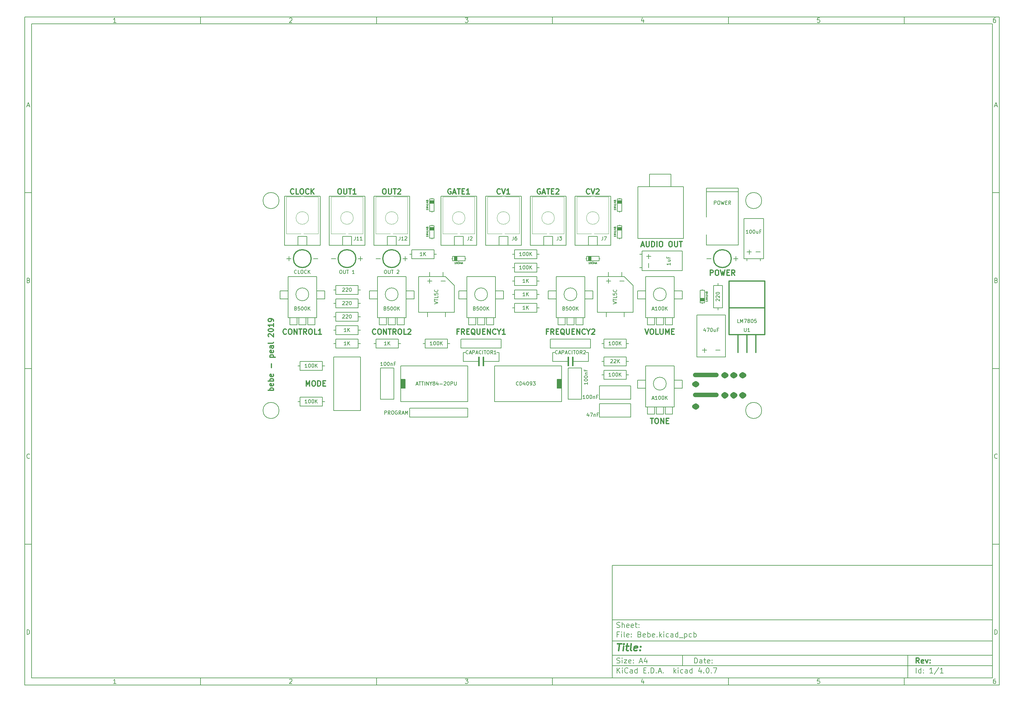
<source format=gbr>
G04 #@! TF.FileFunction,Legend,Top*
%FSLAX46Y46*%
G04 Gerber Fmt 4.6, Leading zero omitted, Abs format (unit mm)*
G04 Created by KiCad (PCBNEW 4.0.7) date 12/03/19 08:57:21*
%MOMM*%
%LPD*%
G01*
G04 APERTURE LIST*
%ADD10C,0.100000*%
%ADD11C,0.150000*%
%ADD12C,0.300000*%
%ADD13C,0.400000*%
%ADD14C,1.250000*%
%ADD15C,0.200000*%
%ADD16C,0.120000*%
%ADD17C,0.304800*%
%ADD18C,0.127000*%
%ADD19C,0.203200*%
G04 APERTURE END LIST*
D10*
D11*
X177002200Y-166007200D02*
X177002200Y-198007200D01*
X285002200Y-198007200D01*
X285002200Y-166007200D01*
X177002200Y-166007200D01*
D10*
D11*
X10000000Y-10000000D02*
X10000000Y-200007200D01*
X287002200Y-200007200D01*
X287002200Y-10000000D01*
X10000000Y-10000000D01*
D10*
D11*
X12000000Y-12000000D02*
X12000000Y-198007200D01*
X285002200Y-198007200D01*
X285002200Y-12000000D01*
X12000000Y-12000000D01*
D10*
D11*
X60000000Y-12000000D02*
X60000000Y-10000000D01*
D10*
D11*
X110000000Y-12000000D02*
X110000000Y-10000000D01*
D10*
D11*
X160000000Y-12000000D02*
X160000000Y-10000000D01*
D10*
D11*
X210000000Y-12000000D02*
X210000000Y-10000000D01*
D10*
D11*
X260000000Y-12000000D02*
X260000000Y-10000000D01*
D10*
D11*
X35990476Y-11588095D02*
X35247619Y-11588095D01*
X35619048Y-11588095D02*
X35619048Y-10288095D01*
X35495238Y-10473810D01*
X35371429Y-10597619D01*
X35247619Y-10659524D01*
D10*
D11*
X85247619Y-10411905D02*
X85309524Y-10350000D01*
X85433333Y-10288095D01*
X85742857Y-10288095D01*
X85866667Y-10350000D01*
X85928571Y-10411905D01*
X85990476Y-10535714D01*
X85990476Y-10659524D01*
X85928571Y-10845238D01*
X85185714Y-11588095D01*
X85990476Y-11588095D01*
D10*
D11*
X135185714Y-10288095D02*
X135990476Y-10288095D01*
X135557143Y-10783333D01*
X135742857Y-10783333D01*
X135866667Y-10845238D01*
X135928571Y-10907143D01*
X135990476Y-11030952D01*
X135990476Y-11340476D01*
X135928571Y-11464286D01*
X135866667Y-11526190D01*
X135742857Y-11588095D01*
X135371429Y-11588095D01*
X135247619Y-11526190D01*
X135185714Y-11464286D01*
D10*
D11*
X185866667Y-10721429D02*
X185866667Y-11588095D01*
X185557143Y-10226190D02*
X185247619Y-11154762D01*
X186052381Y-11154762D01*
D10*
D11*
X235928571Y-10288095D02*
X235309524Y-10288095D01*
X235247619Y-10907143D01*
X235309524Y-10845238D01*
X235433333Y-10783333D01*
X235742857Y-10783333D01*
X235866667Y-10845238D01*
X235928571Y-10907143D01*
X235990476Y-11030952D01*
X235990476Y-11340476D01*
X235928571Y-11464286D01*
X235866667Y-11526190D01*
X235742857Y-11588095D01*
X235433333Y-11588095D01*
X235309524Y-11526190D01*
X235247619Y-11464286D01*
D10*
D11*
X285866667Y-10288095D02*
X285619048Y-10288095D01*
X285495238Y-10350000D01*
X285433333Y-10411905D01*
X285309524Y-10597619D01*
X285247619Y-10845238D01*
X285247619Y-11340476D01*
X285309524Y-11464286D01*
X285371429Y-11526190D01*
X285495238Y-11588095D01*
X285742857Y-11588095D01*
X285866667Y-11526190D01*
X285928571Y-11464286D01*
X285990476Y-11340476D01*
X285990476Y-11030952D01*
X285928571Y-10907143D01*
X285866667Y-10845238D01*
X285742857Y-10783333D01*
X285495238Y-10783333D01*
X285371429Y-10845238D01*
X285309524Y-10907143D01*
X285247619Y-11030952D01*
D10*
D11*
X60000000Y-198007200D02*
X60000000Y-200007200D01*
D10*
D11*
X110000000Y-198007200D02*
X110000000Y-200007200D01*
D10*
D11*
X160000000Y-198007200D02*
X160000000Y-200007200D01*
D10*
D11*
X210000000Y-198007200D02*
X210000000Y-200007200D01*
D10*
D11*
X260000000Y-198007200D02*
X260000000Y-200007200D01*
D10*
D11*
X35990476Y-199595295D02*
X35247619Y-199595295D01*
X35619048Y-199595295D02*
X35619048Y-198295295D01*
X35495238Y-198481010D01*
X35371429Y-198604819D01*
X35247619Y-198666724D01*
D10*
D11*
X85247619Y-198419105D02*
X85309524Y-198357200D01*
X85433333Y-198295295D01*
X85742857Y-198295295D01*
X85866667Y-198357200D01*
X85928571Y-198419105D01*
X85990476Y-198542914D01*
X85990476Y-198666724D01*
X85928571Y-198852438D01*
X85185714Y-199595295D01*
X85990476Y-199595295D01*
D10*
D11*
X135185714Y-198295295D02*
X135990476Y-198295295D01*
X135557143Y-198790533D01*
X135742857Y-198790533D01*
X135866667Y-198852438D01*
X135928571Y-198914343D01*
X135990476Y-199038152D01*
X135990476Y-199347676D01*
X135928571Y-199471486D01*
X135866667Y-199533390D01*
X135742857Y-199595295D01*
X135371429Y-199595295D01*
X135247619Y-199533390D01*
X135185714Y-199471486D01*
D10*
D11*
X185866667Y-198728629D02*
X185866667Y-199595295D01*
X185557143Y-198233390D02*
X185247619Y-199161962D01*
X186052381Y-199161962D01*
D10*
D11*
X235928571Y-198295295D02*
X235309524Y-198295295D01*
X235247619Y-198914343D01*
X235309524Y-198852438D01*
X235433333Y-198790533D01*
X235742857Y-198790533D01*
X235866667Y-198852438D01*
X235928571Y-198914343D01*
X235990476Y-199038152D01*
X235990476Y-199347676D01*
X235928571Y-199471486D01*
X235866667Y-199533390D01*
X235742857Y-199595295D01*
X235433333Y-199595295D01*
X235309524Y-199533390D01*
X235247619Y-199471486D01*
D10*
D11*
X285866667Y-198295295D02*
X285619048Y-198295295D01*
X285495238Y-198357200D01*
X285433333Y-198419105D01*
X285309524Y-198604819D01*
X285247619Y-198852438D01*
X285247619Y-199347676D01*
X285309524Y-199471486D01*
X285371429Y-199533390D01*
X285495238Y-199595295D01*
X285742857Y-199595295D01*
X285866667Y-199533390D01*
X285928571Y-199471486D01*
X285990476Y-199347676D01*
X285990476Y-199038152D01*
X285928571Y-198914343D01*
X285866667Y-198852438D01*
X285742857Y-198790533D01*
X285495238Y-198790533D01*
X285371429Y-198852438D01*
X285309524Y-198914343D01*
X285247619Y-199038152D01*
D10*
D11*
X10000000Y-60000000D02*
X12000000Y-60000000D01*
D10*
D11*
X10000000Y-110000000D02*
X12000000Y-110000000D01*
D10*
D11*
X10000000Y-160000000D02*
X12000000Y-160000000D01*
D10*
D11*
X10690476Y-35216667D02*
X11309524Y-35216667D01*
X10566667Y-35588095D02*
X11000000Y-34288095D01*
X11433333Y-35588095D01*
D10*
D11*
X11092857Y-84907143D02*
X11278571Y-84969048D01*
X11340476Y-85030952D01*
X11402381Y-85154762D01*
X11402381Y-85340476D01*
X11340476Y-85464286D01*
X11278571Y-85526190D01*
X11154762Y-85588095D01*
X10659524Y-85588095D01*
X10659524Y-84288095D01*
X11092857Y-84288095D01*
X11216667Y-84350000D01*
X11278571Y-84411905D01*
X11340476Y-84535714D01*
X11340476Y-84659524D01*
X11278571Y-84783333D01*
X11216667Y-84845238D01*
X11092857Y-84907143D01*
X10659524Y-84907143D01*
D10*
D11*
X11402381Y-135464286D02*
X11340476Y-135526190D01*
X11154762Y-135588095D01*
X11030952Y-135588095D01*
X10845238Y-135526190D01*
X10721429Y-135402381D01*
X10659524Y-135278571D01*
X10597619Y-135030952D01*
X10597619Y-134845238D01*
X10659524Y-134597619D01*
X10721429Y-134473810D01*
X10845238Y-134350000D01*
X11030952Y-134288095D01*
X11154762Y-134288095D01*
X11340476Y-134350000D01*
X11402381Y-134411905D01*
D10*
D11*
X10659524Y-185588095D02*
X10659524Y-184288095D01*
X10969048Y-184288095D01*
X11154762Y-184350000D01*
X11278571Y-184473810D01*
X11340476Y-184597619D01*
X11402381Y-184845238D01*
X11402381Y-185030952D01*
X11340476Y-185278571D01*
X11278571Y-185402381D01*
X11154762Y-185526190D01*
X10969048Y-185588095D01*
X10659524Y-185588095D01*
D10*
D11*
X287002200Y-60000000D02*
X285002200Y-60000000D01*
D10*
D11*
X287002200Y-110000000D02*
X285002200Y-110000000D01*
D10*
D11*
X287002200Y-160000000D02*
X285002200Y-160000000D01*
D10*
D11*
X285692676Y-35216667D02*
X286311724Y-35216667D01*
X285568867Y-35588095D02*
X286002200Y-34288095D01*
X286435533Y-35588095D01*
D10*
D11*
X286095057Y-84907143D02*
X286280771Y-84969048D01*
X286342676Y-85030952D01*
X286404581Y-85154762D01*
X286404581Y-85340476D01*
X286342676Y-85464286D01*
X286280771Y-85526190D01*
X286156962Y-85588095D01*
X285661724Y-85588095D01*
X285661724Y-84288095D01*
X286095057Y-84288095D01*
X286218867Y-84350000D01*
X286280771Y-84411905D01*
X286342676Y-84535714D01*
X286342676Y-84659524D01*
X286280771Y-84783333D01*
X286218867Y-84845238D01*
X286095057Y-84907143D01*
X285661724Y-84907143D01*
D10*
D11*
X286404581Y-135464286D02*
X286342676Y-135526190D01*
X286156962Y-135588095D01*
X286033152Y-135588095D01*
X285847438Y-135526190D01*
X285723629Y-135402381D01*
X285661724Y-135278571D01*
X285599819Y-135030952D01*
X285599819Y-134845238D01*
X285661724Y-134597619D01*
X285723629Y-134473810D01*
X285847438Y-134350000D01*
X286033152Y-134288095D01*
X286156962Y-134288095D01*
X286342676Y-134350000D01*
X286404581Y-134411905D01*
D10*
D11*
X285661724Y-185588095D02*
X285661724Y-184288095D01*
X285971248Y-184288095D01*
X286156962Y-184350000D01*
X286280771Y-184473810D01*
X286342676Y-184597619D01*
X286404581Y-184845238D01*
X286404581Y-185030952D01*
X286342676Y-185278571D01*
X286280771Y-185402381D01*
X286156962Y-185526190D01*
X285971248Y-185588095D01*
X285661724Y-185588095D01*
D10*
D11*
X200359343Y-193785771D02*
X200359343Y-192285771D01*
X200716486Y-192285771D01*
X200930771Y-192357200D01*
X201073629Y-192500057D01*
X201145057Y-192642914D01*
X201216486Y-192928629D01*
X201216486Y-193142914D01*
X201145057Y-193428629D01*
X201073629Y-193571486D01*
X200930771Y-193714343D01*
X200716486Y-193785771D01*
X200359343Y-193785771D01*
X202502200Y-193785771D02*
X202502200Y-193000057D01*
X202430771Y-192857200D01*
X202287914Y-192785771D01*
X202002200Y-192785771D01*
X201859343Y-192857200D01*
X202502200Y-193714343D02*
X202359343Y-193785771D01*
X202002200Y-193785771D01*
X201859343Y-193714343D01*
X201787914Y-193571486D01*
X201787914Y-193428629D01*
X201859343Y-193285771D01*
X202002200Y-193214343D01*
X202359343Y-193214343D01*
X202502200Y-193142914D01*
X203002200Y-192785771D02*
X203573629Y-192785771D01*
X203216486Y-192285771D02*
X203216486Y-193571486D01*
X203287914Y-193714343D01*
X203430772Y-193785771D01*
X203573629Y-193785771D01*
X204645057Y-193714343D02*
X204502200Y-193785771D01*
X204216486Y-193785771D01*
X204073629Y-193714343D01*
X204002200Y-193571486D01*
X204002200Y-193000057D01*
X204073629Y-192857200D01*
X204216486Y-192785771D01*
X204502200Y-192785771D01*
X204645057Y-192857200D01*
X204716486Y-193000057D01*
X204716486Y-193142914D01*
X204002200Y-193285771D01*
X205359343Y-193642914D02*
X205430771Y-193714343D01*
X205359343Y-193785771D01*
X205287914Y-193714343D01*
X205359343Y-193642914D01*
X205359343Y-193785771D01*
X205359343Y-192857200D02*
X205430771Y-192928629D01*
X205359343Y-193000057D01*
X205287914Y-192928629D01*
X205359343Y-192857200D01*
X205359343Y-193000057D01*
D10*
D11*
X177002200Y-194507200D02*
X285002200Y-194507200D01*
D10*
D11*
X178359343Y-196585771D02*
X178359343Y-195085771D01*
X179216486Y-196585771D02*
X178573629Y-195728629D01*
X179216486Y-195085771D02*
X178359343Y-195942914D01*
X179859343Y-196585771D02*
X179859343Y-195585771D01*
X179859343Y-195085771D02*
X179787914Y-195157200D01*
X179859343Y-195228629D01*
X179930771Y-195157200D01*
X179859343Y-195085771D01*
X179859343Y-195228629D01*
X181430772Y-196442914D02*
X181359343Y-196514343D01*
X181145057Y-196585771D01*
X181002200Y-196585771D01*
X180787915Y-196514343D01*
X180645057Y-196371486D01*
X180573629Y-196228629D01*
X180502200Y-195942914D01*
X180502200Y-195728629D01*
X180573629Y-195442914D01*
X180645057Y-195300057D01*
X180787915Y-195157200D01*
X181002200Y-195085771D01*
X181145057Y-195085771D01*
X181359343Y-195157200D01*
X181430772Y-195228629D01*
X182716486Y-196585771D02*
X182716486Y-195800057D01*
X182645057Y-195657200D01*
X182502200Y-195585771D01*
X182216486Y-195585771D01*
X182073629Y-195657200D01*
X182716486Y-196514343D02*
X182573629Y-196585771D01*
X182216486Y-196585771D01*
X182073629Y-196514343D01*
X182002200Y-196371486D01*
X182002200Y-196228629D01*
X182073629Y-196085771D01*
X182216486Y-196014343D01*
X182573629Y-196014343D01*
X182716486Y-195942914D01*
X184073629Y-196585771D02*
X184073629Y-195085771D01*
X184073629Y-196514343D02*
X183930772Y-196585771D01*
X183645058Y-196585771D01*
X183502200Y-196514343D01*
X183430772Y-196442914D01*
X183359343Y-196300057D01*
X183359343Y-195871486D01*
X183430772Y-195728629D01*
X183502200Y-195657200D01*
X183645058Y-195585771D01*
X183930772Y-195585771D01*
X184073629Y-195657200D01*
X185930772Y-195800057D02*
X186430772Y-195800057D01*
X186645058Y-196585771D02*
X185930772Y-196585771D01*
X185930772Y-195085771D01*
X186645058Y-195085771D01*
X187287915Y-196442914D02*
X187359343Y-196514343D01*
X187287915Y-196585771D01*
X187216486Y-196514343D01*
X187287915Y-196442914D01*
X187287915Y-196585771D01*
X188002201Y-196585771D02*
X188002201Y-195085771D01*
X188359344Y-195085771D01*
X188573629Y-195157200D01*
X188716487Y-195300057D01*
X188787915Y-195442914D01*
X188859344Y-195728629D01*
X188859344Y-195942914D01*
X188787915Y-196228629D01*
X188716487Y-196371486D01*
X188573629Y-196514343D01*
X188359344Y-196585771D01*
X188002201Y-196585771D01*
X189502201Y-196442914D02*
X189573629Y-196514343D01*
X189502201Y-196585771D01*
X189430772Y-196514343D01*
X189502201Y-196442914D01*
X189502201Y-196585771D01*
X190145058Y-196157200D02*
X190859344Y-196157200D01*
X190002201Y-196585771D02*
X190502201Y-195085771D01*
X191002201Y-196585771D01*
X191502201Y-196442914D02*
X191573629Y-196514343D01*
X191502201Y-196585771D01*
X191430772Y-196514343D01*
X191502201Y-196442914D01*
X191502201Y-196585771D01*
X194502201Y-196585771D02*
X194502201Y-195085771D01*
X194645058Y-196014343D02*
X195073629Y-196585771D01*
X195073629Y-195585771D02*
X194502201Y-196157200D01*
X195716487Y-196585771D02*
X195716487Y-195585771D01*
X195716487Y-195085771D02*
X195645058Y-195157200D01*
X195716487Y-195228629D01*
X195787915Y-195157200D01*
X195716487Y-195085771D01*
X195716487Y-195228629D01*
X197073630Y-196514343D02*
X196930773Y-196585771D01*
X196645059Y-196585771D01*
X196502201Y-196514343D01*
X196430773Y-196442914D01*
X196359344Y-196300057D01*
X196359344Y-195871486D01*
X196430773Y-195728629D01*
X196502201Y-195657200D01*
X196645059Y-195585771D01*
X196930773Y-195585771D01*
X197073630Y-195657200D01*
X198359344Y-196585771D02*
X198359344Y-195800057D01*
X198287915Y-195657200D01*
X198145058Y-195585771D01*
X197859344Y-195585771D01*
X197716487Y-195657200D01*
X198359344Y-196514343D02*
X198216487Y-196585771D01*
X197859344Y-196585771D01*
X197716487Y-196514343D01*
X197645058Y-196371486D01*
X197645058Y-196228629D01*
X197716487Y-196085771D01*
X197859344Y-196014343D01*
X198216487Y-196014343D01*
X198359344Y-195942914D01*
X199716487Y-196585771D02*
X199716487Y-195085771D01*
X199716487Y-196514343D02*
X199573630Y-196585771D01*
X199287916Y-196585771D01*
X199145058Y-196514343D01*
X199073630Y-196442914D01*
X199002201Y-196300057D01*
X199002201Y-195871486D01*
X199073630Y-195728629D01*
X199145058Y-195657200D01*
X199287916Y-195585771D01*
X199573630Y-195585771D01*
X199716487Y-195657200D01*
X202216487Y-195585771D02*
X202216487Y-196585771D01*
X201859344Y-195014343D02*
X201502201Y-196085771D01*
X202430773Y-196085771D01*
X203002201Y-196442914D02*
X203073629Y-196514343D01*
X203002201Y-196585771D01*
X202930772Y-196514343D01*
X203002201Y-196442914D01*
X203002201Y-196585771D01*
X204002201Y-195085771D02*
X204145058Y-195085771D01*
X204287915Y-195157200D01*
X204359344Y-195228629D01*
X204430773Y-195371486D01*
X204502201Y-195657200D01*
X204502201Y-196014343D01*
X204430773Y-196300057D01*
X204359344Y-196442914D01*
X204287915Y-196514343D01*
X204145058Y-196585771D01*
X204002201Y-196585771D01*
X203859344Y-196514343D01*
X203787915Y-196442914D01*
X203716487Y-196300057D01*
X203645058Y-196014343D01*
X203645058Y-195657200D01*
X203716487Y-195371486D01*
X203787915Y-195228629D01*
X203859344Y-195157200D01*
X204002201Y-195085771D01*
X205145058Y-196442914D02*
X205216486Y-196514343D01*
X205145058Y-196585771D01*
X205073629Y-196514343D01*
X205145058Y-196442914D01*
X205145058Y-196585771D01*
X205716487Y-195085771D02*
X206716487Y-195085771D01*
X206073630Y-196585771D01*
D10*
D11*
X177002200Y-191507200D02*
X285002200Y-191507200D01*
D10*
D12*
X264216486Y-193785771D02*
X263716486Y-193071486D01*
X263359343Y-193785771D02*
X263359343Y-192285771D01*
X263930771Y-192285771D01*
X264073629Y-192357200D01*
X264145057Y-192428629D01*
X264216486Y-192571486D01*
X264216486Y-192785771D01*
X264145057Y-192928629D01*
X264073629Y-193000057D01*
X263930771Y-193071486D01*
X263359343Y-193071486D01*
X265430771Y-193714343D02*
X265287914Y-193785771D01*
X265002200Y-193785771D01*
X264859343Y-193714343D01*
X264787914Y-193571486D01*
X264787914Y-193000057D01*
X264859343Y-192857200D01*
X265002200Y-192785771D01*
X265287914Y-192785771D01*
X265430771Y-192857200D01*
X265502200Y-193000057D01*
X265502200Y-193142914D01*
X264787914Y-193285771D01*
X266002200Y-192785771D02*
X266359343Y-193785771D01*
X266716485Y-192785771D01*
X267287914Y-193642914D02*
X267359342Y-193714343D01*
X267287914Y-193785771D01*
X267216485Y-193714343D01*
X267287914Y-193642914D01*
X267287914Y-193785771D01*
X267287914Y-192857200D02*
X267359342Y-192928629D01*
X267287914Y-193000057D01*
X267216485Y-192928629D01*
X267287914Y-192857200D01*
X267287914Y-193000057D01*
D10*
D11*
X178287914Y-193714343D02*
X178502200Y-193785771D01*
X178859343Y-193785771D01*
X179002200Y-193714343D01*
X179073629Y-193642914D01*
X179145057Y-193500057D01*
X179145057Y-193357200D01*
X179073629Y-193214343D01*
X179002200Y-193142914D01*
X178859343Y-193071486D01*
X178573629Y-193000057D01*
X178430771Y-192928629D01*
X178359343Y-192857200D01*
X178287914Y-192714343D01*
X178287914Y-192571486D01*
X178359343Y-192428629D01*
X178430771Y-192357200D01*
X178573629Y-192285771D01*
X178930771Y-192285771D01*
X179145057Y-192357200D01*
X179787914Y-193785771D02*
X179787914Y-192785771D01*
X179787914Y-192285771D02*
X179716485Y-192357200D01*
X179787914Y-192428629D01*
X179859342Y-192357200D01*
X179787914Y-192285771D01*
X179787914Y-192428629D01*
X180359343Y-192785771D02*
X181145057Y-192785771D01*
X180359343Y-193785771D01*
X181145057Y-193785771D01*
X182287914Y-193714343D02*
X182145057Y-193785771D01*
X181859343Y-193785771D01*
X181716486Y-193714343D01*
X181645057Y-193571486D01*
X181645057Y-193000057D01*
X181716486Y-192857200D01*
X181859343Y-192785771D01*
X182145057Y-192785771D01*
X182287914Y-192857200D01*
X182359343Y-193000057D01*
X182359343Y-193142914D01*
X181645057Y-193285771D01*
X183002200Y-193642914D02*
X183073628Y-193714343D01*
X183002200Y-193785771D01*
X182930771Y-193714343D01*
X183002200Y-193642914D01*
X183002200Y-193785771D01*
X183002200Y-192857200D02*
X183073628Y-192928629D01*
X183002200Y-193000057D01*
X182930771Y-192928629D01*
X183002200Y-192857200D01*
X183002200Y-193000057D01*
X184787914Y-193357200D02*
X185502200Y-193357200D01*
X184645057Y-193785771D02*
X185145057Y-192285771D01*
X185645057Y-193785771D01*
X186787914Y-192785771D02*
X186787914Y-193785771D01*
X186430771Y-192214343D02*
X186073628Y-193285771D01*
X187002200Y-193285771D01*
D10*
D11*
X263359343Y-196585771D02*
X263359343Y-195085771D01*
X264716486Y-196585771D02*
X264716486Y-195085771D01*
X264716486Y-196514343D02*
X264573629Y-196585771D01*
X264287915Y-196585771D01*
X264145057Y-196514343D01*
X264073629Y-196442914D01*
X264002200Y-196300057D01*
X264002200Y-195871486D01*
X264073629Y-195728629D01*
X264145057Y-195657200D01*
X264287915Y-195585771D01*
X264573629Y-195585771D01*
X264716486Y-195657200D01*
X265430772Y-196442914D02*
X265502200Y-196514343D01*
X265430772Y-196585771D01*
X265359343Y-196514343D01*
X265430772Y-196442914D01*
X265430772Y-196585771D01*
X265430772Y-195657200D02*
X265502200Y-195728629D01*
X265430772Y-195800057D01*
X265359343Y-195728629D01*
X265430772Y-195657200D01*
X265430772Y-195800057D01*
X268073629Y-196585771D02*
X267216486Y-196585771D01*
X267645058Y-196585771D02*
X267645058Y-195085771D01*
X267502201Y-195300057D01*
X267359343Y-195442914D01*
X267216486Y-195514343D01*
X269787914Y-195014343D02*
X268502200Y-196942914D01*
X271073629Y-196585771D02*
X270216486Y-196585771D01*
X270645058Y-196585771D02*
X270645058Y-195085771D01*
X270502201Y-195300057D01*
X270359343Y-195442914D01*
X270216486Y-195514343D01*
D10*
D11*
X177002200Y-187507200D02*
X285002200Y-187507200D01*
D10*
D13*
X178454581Y-188211962D02*
X179597438Y-188211962D01*
X178776010Y-190211962D02*
X179026010Y-188211962D01*
X180014105Y-190211962D02*
X180180771Y-188878629D01*
X180264105Y-188211962D02*
X180156962Y-188307200D01*
X180240295Y-188402438D01*
X180347439Y-188307200D01*
X180264105Y-188211962D01*
X180240295Y-188402438D01*
X180847438Y-188878629D02*
X181609343Y-188878629D01*
X181216486Y-188211962D02*
X181002200Y-189926248D01*
X181073630Y-190116724D01*
X181252201Y-190211962D01*
X181442677Y-190211962D01*
X182395058Y-190211962D02*
X182216487Y-190116724D01*
X182145057Y-189926248D01*
X182359343Y-188211962D01*
X183930772Y-190116724D02*
X183728391Y-190211962D01*
X183347439Y-190211962D01*
X183168867Y-190116724D01*
X183097438Y-189926248D01*
X183192676Y-189164343D01*
X183311724Y-188973867D01*
X183514105Y-188878629D01*
X183895057Y-188878629D01*
X184073629Y-188973867D01*
X184145057Y-189164343D01*
X184121248Y-189354819D01*
X183145057Y-189545295D01*
X184895057Y-190021486D02*
X184978392Y-190116724D01*
X184871248Y-190211962D01*
X184787915Y-190116724D01*
X184895057Y-190021486D01*
X184871248Y-190211962D01*
X185026010Y-188973867D02*
X185109344Y-189069105D01*
X185002200Y-189164343D01*
X184918867Y-189069105D01*
X185026010Y-188973867D01*
X185002200Y-189164343D01*
D10*
D11*
X178859343Y-185600057D02*
X178359343Y-185600057D01*
X178359343Y-186385771D02*
X178359343Y-184885771D01*
X179073629Y-184885771D01*
X179645057Y-186385771D02*
X179645057Y-185385771D01*
X179645057Y-184885771D02*
X179573628Y-184957200D01*
X179645057Y-185028629D01*
X179716485Y-184957200D01*
X179645057Y-184885771D01*
X179645057Y-185028629D01*
X180573629Y-186385771D02*
X180430771Y-186314343D01*
X180359343Y-186171486D01*
X180359343Y-184885771D01*
X181716485Y-186314343D02*
X181573628Y-186385771D01*
X181287914Y-186385771D01*
X181145057Y-186314343D01*
X181073628Y-186171486D01*
X181073628Y-185600057D01*
X181145057Y-185457200D01*
X181287914Y-185385771D01*
X181573628Y-185385771D01*
X181716485Y-185457200D01*
X181787914Y-185600057D01*
X181787914Y-185742914D01*
X181073628Y-185885771D01*
X182430771Y-186242914D02*
X182502199Y-186314343D01*
X182430771Y-186385771D01*
X182359342Y-186314343D01*
X182430771Y-186242914D01*
X182430771Y-186385771D01*
X182430771Y-185457200D02*
X182502199Y-185528629D01*
X182430771Y-185600057D01*
X182359342Y-185528629D01*
X182430771Y-185457200D01*
X182430771Y-185600057D01*
X184787914Y-185600057D02*
X185002200Y-185671486D01*
X185073628Y-185742914D01*
X185145057Y-185885771D01*
X185145057Y-186100057D01*
X185073628Y-186242914D01*
X185002200Y-186314343D01*
X184859342Y-186385771D01*
X184287914Y-186385771D01*
X184287914Y-184885771D01*
X184787914Y-184885771D01*
X184930771Y-184957200D01*
X185002200Y-185028629D01*
X185073628Y-185171486D01*
X185073628Y-185314343D01*
X185002200Y-185457200D01*
X184930771Y-185528629D01*
X184787914Y-185600057D01*
X184287914Y-185600057D01*
X186359342Y-186314343D02*
X186216485Y-186385771D01*
X185930771Y-186385771D01*
X185787914Y-186314343D01*
X185716485Y-186171486D01*
X185716485Y-185600057D01*
X185787914Y-185457200D01*
X185930771Y-185385771D01*
X186216485Y-185385771D01*
X186359342Y-185457200D01*
X186430771Y-185600057D01*
X186430771Y-185742914D01*
X185716485Y-185885771D01*
X187073628Y-186385771D02*
X187073628Y-184885771D01*
X187073628Y-185457200D02*
X187216485Y-185385771D01*
X187502199Y-185385771D01*
X187645056Y-185457200D01*
X187716485Y-185528629D01*
X187787914Y-185671486D01*
X187787914Y-186100057D01*
X187716485Y-186242914D01*
X187645056Y-186314343D01*
X187502199Y-186385771D01*
X187216485Y-186385771D01*
X187073628Y-186314343D01*
X189002199Y-186314343D02*
X188859342Y-186385771D01*
X188573628Y-186385771D01*
X188430771Y-186314343D01*
X188359342Y-186171486D01*
X188359342Y-185600057D01*
X188430771Y-185457200D01*
X188573628Y-185385771D01*
X188859342Y-185385771D01*
X189002199Y-185457200D01*
X189073628Y-185600057D01*
X189073628Y-185742914D01*
X188359342Y-185885771D01*
X189716485Y-186242914D02*
X189787913Y-186314343D01*
X189716485Y-186385771D01*
X189645056Y-186314343D01*
X189716485Y-186242914D01*
X189716485Y-186385771D01*
X190430771Y-186385771D02*
X190430771Y-184885771D01*
X190573628Y-185814343D02*
X191002199Y-186385771D01*
X191002199Y-185385771D02*
X190430771Y-185957200D01*
X191645057Y-186385771D02*
X191645057Y-185385771D01*
X191645057Y-184885771D02*
X191573628Y-184957200D01*
X191645057Y-185028629D01*
X191716485Y-184957200D01*
X191645057Y-184885771D01*
X191645057Y-185028629D01*
X193002200Y-186314343D02*
X192859343Y-186385771D01*
X192573629Y-186385771D01*
X192430771Y-186314343D01*
X192359343Y-186242914D01*
X192287914Y-186100057D01*
X192287914Y-185671486D01*
X192359343Y-185528629D01*
X192430771Y-185457200D01*
X192573629Y-185385771D01*
X192859343Y-185385771D01*
X193002200Y-185457200D01*
X194287914Y-186385771D02*
X194287914Y-185600057D01*
X194216485Y-185457200D01*
X194073628Y-185385771D01*
X193787914Y-185385771D01*
X193645057Y-185457200D01*
X194287914Y-186314343D02*
X194145057Y-186385771D01*
X193787914Y-186385771D01*
X193645057Y-186314343D01*
X193573628Y-186171486D01*
X193573628Y-186028629D01*
X193645057Y-185885771D01*
X193787914Y-185814343D01*
X194145057Y-185814343D01*
X194287914Y-185742914D01*
X195645057Y-186385771D02*
X195645057Y-184885771D01*
X195645057Y-186314343D02*
X195502200Y-186385771D01*
X195216486Y-186385771D01*
X195073628Y-186314343D01*
X195002200Y-186242914D01*
X194930771Y-186100057D01*
X194930771Y-185671486D01*
X195002200Y-185528629D01*
X195073628Y-185457200D01*
X195216486Y-185385771D01*
X195502200Y-185385771D01*
X195645057Y-185457200D01*
X196002200Y-186528629D02*
X197145057Y-186528629D01*
X197502200Y-185385771D02*
X197502200Y-186885771D01*
X197502200Y-185457200D02*
X197645057Y-185385771D01*
X197930771Y-185385771D01*
X198073628Y-185457200D01*
X198145057Y-185528629D01*
X198216486Y-185671486D01*
X198216486Y-186100057D01*
X198145057Y-186242914D01*
X198073628Y-186314343D01*
X197930771Y-186385771D01*
X197645057Y-186385771D01*
X197502200Y-186314343D01*
X199502200Y-186314343D02*
X199359343Y-186385771D01*
X199073629Y-186385771D01*
X198930771Y-186314343D01*
X198859343Y-186242914D01*
X198787914Y-186100057D01*
X198787914Y-185671486D01*
X198859343Y-185528629D01*
X198930771Y-185457200D01*
X199073629Y-185385771D01*
X199359343Y-185385771D01*
X199502200Y-185457200D01*
X200145057Y-186385771D02*
X200145057Y-184885771D01*
X200145057Y-185457200D02*
X200287914Y-185385771D01*
X200573628Y-185385771D01*
X200716485Y-185457200D01*
X200787914Y-185528629D01*
X200859343Y-185671486D01*
X200859343Y-186100057D01*
X200787914Y-186242914D01*
X200716485Y-186314343D01*
X200573628Y-186385771D01*
X200287914Y-186385771D01*
X200145057Y-186314343D01*
D10*
D11*
X177002200Y-181507200D02*
X285002200Y-181507200D01*
D10*
D11*
X178287914Y-183614343D02*
X178502200Y-183685771D01*
X178859343Y-183685771D01*
X179002200Y-183614343D01*
X179073629Y-183542914D01*
X179145057Y-183400057D01*
X179145057Y-183257200D01*
X179073629Y-183114343D01*
X179002200Y-183042914D01*
X178859343Y-182971486D01*
X178573629Y-182900057D01*
X178430771Y-182828629D01*
X178359343Y-182757200D01*
X178287914Y-182614343D01*
X178287914Y-182471486D01*
X178359343Y-182328629D01*
X178430771Y-182257200D01*
X178573629Y-182185771D01*
X178930771Y-182185771D01*
X179145057Y-182257200D01*
X179787914Y-183685771D02*
X179787914Y-182185771D01*
X180430771Y-183685771D02*
X180430771Y-182900057D01*
X180359342Y-182757200D01*
X180216485Y-182685771D01*
X180002200Y-182685771D01*
X179859342Y-182757200D01*
X179787914Y-182828629D01*
X181716485Y-183614343D02*
X181573628Y-183685771D01*
X181287914Y-183685771D01*
X181145057Y-183614343D01*
X181073628Y-183471486D01*
X181073628Y-182900057D01*
X181145057Y-182757200D01*
X181287914Y-182685771D01*
X181573628Y-182685771D01*
X181716485Y-182757200D01*
X181787914Y-182900057D01*
X181787914Y-183042914D01*
X181073628Y-183185771D01*
X183002199Y-183614343D02*
X182859342Y-183685771D01*
X182573628Y-183685771D01*
X182430771Y-183614343D01*
X182359342Y-183471486D01*
X182359342Y-182900057D01*
X182430771Y-182757200D01*
X182573628Y-182685771D01*
X182859342Y-182685771D01*
X183002199Y-182757200D01*
X183073628Y-182900057D01*
X183073628Y-183042914D01*
X182359342Y-183185771D01*
X183502199Y-182685771D02*
X184073628Y-182685771D01*
X183716485Y-182185771D02*
X183716485Y-183471486D01*
X183787913Y-183614343D01*
X183930771Y-183685771D01*
X184073628Y-183685771D01*
X184573628Y-183542914D02*
X184645056Y-183614343D01*
X184573628Y-183685771D01*
X184502199Y-183614343D01*
X184573628Y-183542914D01*
X184573628Y-183685771D01*
X184573628Y-182757200D02*
X184645056Y-182828629D01*
X184573628Y-182900057D01*
X184502199Y-182828629D01*
X184573628Y-182757200D01*
X184573628Y-182900057D01*
D10*
D11*
X197002200Y-191507200D02*
X197002200Y-194507200D01*
D10*
D11*
X261002200Y-191507200D02*
X261002200Y-198007200D01*
D12*
X80688571Y-116223570D02*
X79188571Y-116223570D01*
X79760000Y-116223570D02*
X79688571Y-116080713D01*
X79688571Y-115794999D01*
X79760000Y-115652142D01*
X79831429Y-115580713D01*
X79974286Y-115509284D01*
X80402857Y-115509284D01*
X80545714Y-115580713D01*
X80617143Y-115652142D01*
X80688571Y-115794999D01*
X80688571Y-116080713D01*
X80617143Y-116223570D01*
X80617143Y-114294999D02*
X80688571Y-114437856D01*
X80688571Y-114723570D01*
X80617143Y-114866427D01*
X80474286Y-114937856D01*
X79902857Y-114937856D01*
X79760000Y-114866427D01*
X79688571Y-114723570D01*
X79688571Y-114437856D01*
X79760000Y-114294999D01*
X79902857Y-114223570D01*
X80045714Y-114223570D01*
X80188571Y-114937856D01*
X80688571Y-113580713D02*
X79188571Y-113580713D01*
X79760000Y-113580713D02*
X79688571Y-113437856D01*
X79688571Y-113152142D01*
X79760000Y-113009285D01*
X79831429Y-112937856D01*
X79974286Y-112866427D01*
X80402857Y-112866427D01*
X80545714Y-112937856D01*
X80617143Y-113009285D01*
X80688571Y-113152142D01*
X80688571Y-113437856D01*
X80617143Y-113580713D01*
X80617143Y-111652142D02*
X80688571Y-111794999D01*
X80688571Y-112080713D01*
X80617143Y-112223570D01*
X80474286Y-112294999D01*
X79902857Y-112294999D01*
X79760000Y-112223570D01*
X79688571Y-112080713D01*
X79688571Y-111794999D01*
X79760000Y-111652142D01*
X79902857Y-111580713D01*
X80045714Y-111580713D01*
X80188571Y-112294999D01*
X80117143Y-109794999D02*
X80117143Y-108652142D01*
X79688571Y-106794999D02*
X81188571Y-106794999D01*
X79760000Y-106794999D02*
X79688571Y-106652142D01*
X79688571Y-106366428D01*
X79760000Y-106223571D01*
X79831429Y-106152142D01*
X79974286Y-106080713D01*
X80402857Y-106080713D01*
X80545714Y-106152142D01*
X80617143Y-106223571D01*
X80688571Y-106366428D01*
X80688571Y-106652142D01*
X80617143Y-106794999D01*
X80617143Y-104866428D02*
X80688571Y-105009285D01*
X80688571Y-105294999D01*
X80617143Y-105437856D01*
X80474286Y-105509285D01*
X79902857Y-105509285D01*
X79760000Y-105437856D01*
X79688571Y-105294999D01*
X79688571Y-105009285D01*
X79760000Y-104866428D01*
X79902857Y-104794999D01*
X80045714Y-104794999D01*
X80188571Y-105509285D01*
X80688571Y-103509285D02*
X79902857Y-103509285D01*
X79760000Y-103580714D01*
X79688571Y-103723571D01*
X79688571Y-104009285D01*
X79760000Y-104152142D01*
X80617143Y-103509285D02*
X80688571Y-103652142D01*
X80688571Y-104009285D01*
X80617143Y-104152142D01*
X80474286Y-104223571D01*
X80331429Y-104223571D01*
X80188571Y-104152142D01*
X80117143Y-104009285D01*
X80117143Y-103652142D01*
X80045714Y-103509285D01*
X80688571Y-102580713D02*
X80617143Y-102723571D01*
X80474286Y-102794999D01*
X79188571Y-102794999D01*
X79331429Y-100937857D02*
X79260000Y-100866428D01*
X79188571Y-100723571D01*
X79188571Y-100366428D01*
X79260000Y-100223571D01*
X79331429Y-100152142D01*
X79474286Y-100080714D01*
X79617143Y-100080714D01*
X79831429Y-100152142D01*
X80688571Y-101009285D01*
X80688571Y-100080714D01*
X79188571Y-99152143D02*
X79188571Y-99009286D01*
X79260000Y-98866429D01*
X79331429Y-98795000D01*
X79474286Y-98723571D01*
X79760000Y-98652143D01*
X80117143Y-98652143D01*
X80402857Y-98723571D01*
X80545714Y-98795000D01*
X80617143Y-98866429D01*
X80688571Y-99009286D01*
X80688571Y-99152143D01*
X80617143Y-99295000D01*
X80545714Y-99366429D01*
X80402857Y-99437857D01*
X80117143Y-99509286D01*
X79760000Y-99509286D01*
X79474286Y-99437857D01*
X79331429Y-99366429D01*
X79260000Y-99295000D01*
X79188571Y-99152143D01*
X80688571Y-97223572D02*
X80688571Y-98080715D01*
X80688571Y-97652143D02*
X79188571Y-97652143D01*
X79402857Y-97795000D01*
X79545714Y-97937858D01*
X79617143Y-98080715D01*
X80688571Y-96509287D02*
X80688571Y-96223572D01*
X80617143Y-96080715D01*
X80545714Y-96009287D01*
X80331429Y-95866429D01*
X80045714Y-95795001D01*
X79474286Y-95795001D01*
X79331429Y-95866429D01*
X79260000Y-95937858D01*
X79188571Y-96080715D01*
X79188571Y-96366429D01*
X79260000Y-96509287D01*
X79331429Y-96580715D01*
X79474286Y-96652144D01*
X79831429Y-96652144D01*
X79974286Y-96580715D01*
X80045714Y-96509287D01*
X80117143Y-96366429D01*
X80117143Y-96080715D01*
X80045714Y-95937858D01*
X79974286Y-95866429D01*
X79831429Y-95795001D01*
D14*
X200660000Y-121047143D02*
X200279048Y-120761429D01*
X200660000Y-120475714D01*
X201040952Y-120761429D01*
X200660000Y-121047143D01*
X200660000Y-120475714D01*
X213995000Y-117872143D02*
X213614048Y-117586429D01*
X213995000Y-117300714D01*
X214375952Y-117586429D01*
X213995000Y-117872143D01*
X213995000Y-117300714D01*
X211455000Y-117872143D02*
X211074048Y-117586429D01*
X211455000Y-117300714D01*
X211835952Y-117586429D01*
X211455000Y-117872143D01*
X211455000Y-117300714D01*
X208915000Y-117872143D02*
X208534048Y-117586429D01*
X208915000Y-117300714D01*
X209295952Y-117586429D01*
X208915000Y-117872143D01*
X208915000Y-117300714D01*
X206549286Y-117475000D02*
X200549286Y-117475000D01*
X200660000Y-114697143D02*
X200279048Y-114411429D01*
X200660000Y-114125714D01*
X201040952Y-114411429D01*
X200660000Y-114697143D01*
X200660000Y-114125714D01*
X213995000Y-112157143D02*
X213614048Y-111871429D01*
X213995000Y-111585714D01*
X214375952Y-111871429D01*
X213995000Y-112157143D01*
X213995000Y-111585714D01*
X211455000Y-112157143D02*
X211074048Y-111871429D01*
X211455000Y-111585714D01*
X211835952Y-111871429D01*
X211455000Y-112157143D01*
X211455000Y-111585714D01*
X208915000Y-112157143D02*
X208534048Y-111871429D01*
X208915000Y-111585714D01*
X209295952Y-111871429D01*
X208915000Y-112157143D01*
X208915000Y-111585714D01*
X206549286Y-111760000D02*
X200549286Y-111760000D01*
D15*
X140208000Y-109220000D02*
X140462000Y-109220000D01*
X140208000Y-106680000D02*
X140208000Y-109220000D01*
X140462000Y-106680000D02*
X140208000Y-106680000D01*
X139192000Y-109220000D02*
X138938000Y-109220000D01*
X139192000Y-106680000D02*
X139192000Y-109220000D01*
X138938000Y-106680000D02*
X139192000Y-106680000D01*
X165608000Y-109220000D02*
X165862000Y-109220000D01*
X165608000Y-106680000D02*
X165608000Y-109220000D01*
X165862000Y-106680000D02*
X165608000Y-106680000D01*
X164592000Y-109220000D02*
X164338000Y-109220000D01*
X164592000Y-106680000D02*
X164592000Y-109220000D01*
X164338000Y-106680000D02*
X164592000Y-106680000D01*
X165862000Y-106680000D02*
X165862000Y-109220000D01*
X164338000Y-106680000D02*
X164338000Y-109220000D01*
X160020000Y-105410000D02*
X160655000Y-105410000D01*
X160020000Y-107950000D02*
X160020000Y-105410000D01*
X164465000Y-107950000D02*
X160020000Y-107950000D01*
X170180000Y-105410000D02*
X169545000Y-105410000D01*
X170180000Y-107950000D02*
X170180000Y-105410000D01*
X165735000Y-107950000D02*
X170180000Y-107950000D01*
X164465000Y-106680000D02*
X164465000Y-109220000D01*
X165735000Y-106680000D02*
X165735000Y-109220000D01*
X144780000Y-107950000D02*
X143510000Y-107950000D01*
X144780000Y-105410000D02*
X144780000Y-107950000D01*
X144145000Y-105410000D02*
X144780000Y-105410000D01*
X134620000Y-105410000D02*
X134620000Y-107950000D01*
X134620000Y-107950000D02*
X135890000Y-107950000D01*
X135255000Y-105410000D02*
X134620000Y-105410000D01*
X140462000Y-106680000D02*
X140462000Y-109220000D01*
X138938000Y-106680000D02*
X138938000Y-109220000D01*
X139065000Y-107950000D02*
X135890000Y-107950000D01*
X140335000Y-107950000D02*
X143510000Y-107950000D01*
X140335000Y-106680000D02*
X140335000Y-109220000D01*
X139065000Y-106680000D02*
X139065000Y-109220000D01*
D11*
X97790000Y-121920000D02*
X105410000Y-121920000D01*
X97790000Y-106680000D02*
X105410000Y-106680000D01*
X105410000Y-121920000D02*
X105410000Y-106680000D01*
X97790000Y-106680000D02*
X97790000Y-121920000D01*
X134620000Y-74930000D02*
X134620000Y-72390000D01*
X134620000Y-72390000D02*
X132080000Y-72390000D01*
X132080000Y-72390000D02*
X132080000Y-74930000D01*
X138430000Y-74930000D02*
X128270000Y-74930000D01*
X128270000Y-74930000D02*
X128270000Y-60960000D01*
X128270000Y-60960000D02*
X138430000Y-60960000D01*
X138430000Y-60960000D02*
X138430000Y-74930000D01*
D16*
X137850000Y-71680000D02*
X137850000Y-61180000D01*
X128850000Y-71680000D02*
X128850000Y-61180000D01*
X128850000Y-61180000D02*
X132850000Y-61180000D01*
X133850000Y-61180000D02*
X137850000Y-61180000D01*
X128850000Y-71680000D02*
X133000000Y-71680000D01*
X133700000Y-71680000D02*
X137850000Y-71680000D01*
X135150000Y-67180000D02*
G75*
G03X135150000Y-67180000I-1800000J0D01*
G01*
D11*
X111125000Y-118745000D02*
X111125000Y-109855000D01*
X111125000Y-109855000D02*
X114935000Y-109855000D01*
X114935000Y-109855000D02*
X114935000Y-118745000D01*
X114935000Y-118745000D02*
X111125000Y-118745000D01*
X164465000Y-118745000D02*
X164465000Y-109855000D01*
X164465000Y-109855000D02*
X168275000Y-109855000D01*
X168275000Y-109855000D02*
X168275000Y-118745000D01*
X168275000Y-118745000D02*
X164465000Y-118745000D01*
X182245000Y-123825000D02*
X173355000Y-123825000D01*
X173355000Y-123825000D02*
X173355000Y-120015000D01*
X173355000Y-120015000D02*
X182245000Y-120015000D01*
X182245000Y-120015000D02*
X182245000Y-123825000D01*
X173355000Y-114935000D02*
X182245000Y-114935000D01*
X182245000Y-114935000D02*
X182245000Y-118745000D01*
X182245000Y-118745000D02*
X173355000Y-118745000D01*
X173355000Y-118745000D02*
X173355000Y-114935000D01*
X187325000Y-80010000D02*
X187325000Y-81280000D01*
X187960000Y-78105000D02*
X186690000Y-78105000D01*
X187325000Y-77470000D02*
X187325000Y-78740000D01*
X185420000Y-81280000D02*
X184785000Y-81280000D01*
X185420000Y-77470000D02*
X184785000Y-77470000D01*
X196850000Y-76581000D02*
X196850000Y-82169000D01*
X185420000Y-76581000D02*
X185420000Y-82169000D01*
X196850000Y-82169000D02*
X185420000Y-82169000D01*
X196850000Y-76581000D02*
X185420000Y-76581000D01*
X201930000Y-90043000D02*
X203200000Y-90043000D01*
X201930000Y-90297000D02*
X203200000Y-90297000D01*
X201930000Y-90170000D02*
X203200000Y-90170000D01*
X201930000Y-90424000D02*
X203200000Y-90424000D01*
X203200000Y-90551000D02*
X201930000Y-90551000D01*
X201930000Y-90678000D02*
X203200000Y-90678000D01*
X202565000Y-87757000D02*
X202565000Y-87503000D01*
X203200000Y-91313000D02*
X203200000Y-87757000D01*
X201930000Y-91313000D02*
X201930000Y-87757000D01*
X201930000Y-87757000D02*
X203200000Y-87757000D01*
X202565000Y-91313000D02*
X202565000Y-91567000D01*
X202565000Y-91567000D02*
X202565000Y-91313000D01*
X201930000Y-91313000D02*
X203200000Y-91313000D01*
X203200000Y-90805000D02*
X201930000Y-90805000D01*
X132842000Y-78105000D02*
X132842000Y-79375000D01*
X132588000Y-78105000D02*
X132588000Y-79375000D01*
X132715000Y-78105000D02*
X132715000Y-79375000D01*
X132461000Y-78105000D02*
X132461000Y-79375000D01*
X132334000Y-79375000D02*
X132334000Y-78105000D01*
X132207000Y-78105000D02*
X132207000Y-79375000D01*
X135128000Y-78740000D02*
X135382000Y-78740000D01*
X131572000Y-79375000D02*
X135128000Y-79375000D01*
X131572000Y-78105000D02*
X135128000Y-78105000D01*
X135128000Y-78105000D02*
X135128000Y-79375000D01*
X131572000Y-78740000D02*
X131318000Y-78740000D01*
X131318000Y-78740000D02*
X131572000Y-78740000D01*
X131572000Y-78105000D02*
X131572000Y-79375000D01*
X132080000Y-79375000D02*
X132080000Y-78105000D01*
X170942000Y-78105000D02*
X170942000Y-79375000D01*
X170688000Y-78105000D02*
X170688000Y-79375000D01*
X170815000Y-78105000D02*
X170815000Y-79375000D01*
X170561000Y-78105000D02*
X170561000Y-79375000D01*
X170434000Y-79375000D02*
X170434000Y-78105000D01*
X170307000Y-78105000D02*
X170307000Y-79375000D01*
X173228000Y-78740000D02*
X173482000Y-78740000D01*
X169672000Y-79375000D02*
X173228000Y-79375000D01*
X169672000Y-78105000D02*
X173228000Y-78105000D01*
X173228000Y-78105000D02*
X173228000Y-79375000D01*
X169672000Y-78740000D02*
X169418000Y-78740000D01*
X169418000Y-78740000D02*
X169672000Y-78740000D01*
X169672000Y-78105000D02*
X169672000Y-79375000D01*
X170180000Y-79375000D02*
X170180000Y-78105000D01*
X149225000Y-77470000D02*
X148590000Y-77470000D01*
X156210000Y-77470000D02*
X155575000Y-77470000D01*
X155575000Y-77470000D02*
X155575000Y-78740000D01*
X155575000Y-78740000D02*
X149225000Y-78740000D01*
X149225000Y-78740000D02*
X149225000Y-76835000D01*
X149225000Y-76835000D02*
X149225000Y-76200000D01*
X149225000Y-76200000D02*
X155575000Y-76200000D01*
X155575000Y-76200000D02*
X155575000Y-77470000D01*
X155575000Y-81280000D02*
X156210000Y-81280000D01*
X148590000Y-81280000D02*
X149225000Y-81280000D01*
X149225000Y-81280000D02*
X149225000Y-80010000D01*
X149225000Y-80010000D02*
X155575000Y-80010000D01*
X155575000Y-80010000D02*
X155575000Y-81915000D01*
X155575000Y-81915000D02*
X155575000Y-82550000D01*
X155575000Y-82550000D02*
X149225000Y-82550000D01*
X149225000Y-82550000D02*
X149225000Y-81280000D01*
X126365000Y-77470000D02*
X127000000Y-77470000D01*
X119380000Y-77470000D02*
X120015000Y-77470000D01*
X120015000Y-77470000D02*
X120015000Y-76200000D01*
X120015000Y-76200000D02*
X126365000Y-76200000D01*
X126365000Y-76200000D02*
X126365000Y-78105000D01*
X126365000Y-78105000D02*
X126365000Y-78740000D01*
X126365000Y-78740000D02*
X120015000Y-78740000D01*
X120015000Y-78740000D02*
X120015000Y-77470000D01*
X155575000Y-85090000D02*
X156210000Y-85090000D01*
X148590000Y-85090000D02*
X149225000Y-85090000D01*
X149225000Y-85090000D02*
X149225000Y-83820000D01*
X149225000Y-83820000D02*
X155575000Y-83820000D01*
X155575000Y-83820000D02*
X155575000Y-85725000D01*
X155575000Y-85725000D02*
X155575000Y-86360000D01*
X155575000Y-86360000D02*
X149225000Y-86360000D01*
X149225000Y-86360000D02*
X149225000Y-85090000D01*
X149225000Y-88900000D02*
X148590000Y-88900000D01*
X156210000Y-88900000D02*
X155575000Y-88900000D01*
X155575000Y-88900000D02*
X155575000Y-90170000D01*
X155575000Y-90170000D02*
X149225000Y-90170000D01*
X149225000Y-90170000D02*
X149225000Y-88265000D01*
X149225000Y-88265000D02*
X149225000Y-87630000D01*
X149225000Y-87630000D02*
X155575000Y-87630000D01*
X155575000Y-87630000D02*
X155575000Y-88900000D01*
X155575000Y-92710000D02*
X156210000Y-92710000D01*
X148590000Y-92710000D02*
X149225000Y-92710000D01*
X149225000Y-92710000D02*
X149225000Y-91440000D01*
X149225000Y-91440000D02*
X155575000Y-91440000D01*
X155575000Y-91440000D02*
X155575000Y-93345000D01*
X155575000Y-93345000D02*
X155575000Y-93980000D01*
X155575000Y-93980000D02*
X149225000Y-93980000D01*
X149225000Y-93980000D02*
X149225000Y-92710000D01*
X130175000Y-102870000D02*
X130810000Y-102870000D01*
X123190000Y-102870000D02*
X123825000Y-102870000D01*
X123825000Y-102870000D02*
X123825000Y-101600000D01*
X123825000Y-101600000D02*
X130175000Y-101600000D01*
X130175000Y-101600000D02*
X130175000Y-103505000D01*
X130175000Y-103505000D02*
X130175000Y-104140000D01*
X130175000Y-104140000D02*
X123825000Y-104140000D01*
X123825000Y-104140000D02*
X123825000Y-102870000D01*
X174625000Y-102870000D02*
X173990000Y-102870000D01*
X181610000Y-102870000D02*
X180975000Y-102870000D01*
X180975000Y-102870000D02*
X180975000Y-104140000D01*
X180975000Y-104140000D02*
X174625000Y-104140000D01*
X174625000Y-104140000D02*
X174625000Y-102235000D01*
X174625000Y-102235000D02*
X174625000Y-101600000D01*
X174625000Y-101600000D02*
X180975000Y-101600000D01*
X180975000Y-101600000D02*
X180975000Y-102870000D01*
X207010000Y-86360000D02*
X207010000Y-85725000D01*
X207010000Y-93345000D02*
X207010000Y-92710000D01*
X207010000Y-92710000D02*
X205740000Y-92710000D01*
X205740000Y-92710000D02*
X205740000Y-86360000D01*
X205740000Y-86360000D02*
X207645000Y-86360000D01*
X207645000Y-86360000D02*
X208280000Y-86360000D01*
X208280000Y-86360000D02*
X208280000Y-92710000D01*
X208280000Y-92710000D02*
X207010000Y-92710000D01*
X180975000Y-107950000D02*
X181610000Y-107950000D01*
X173990000Y-107950000D02*
X174625000Y-107950000D01*
X174625000Y-107950000D02*
X174625000Y-106680000D01*
X174625000Y-106680000D02*
X180975000Y-106680000D01*
X180975000Y-106680000D02*
X180975000Y-108585000D01*
X180975000Y-108585000D02*
X180975000Y-109220000D01*
X180975000Y-109220000D02*
X174625000Y-109220000D01*
X174625000Y-109220000D02*
X174625000Y-107950000D01*
X180975000Y-111760000D02*
X181610000Y-111760000D01*
X173990000Y-111760000D02*
X174625000Y-111760000D01*
X174625000Y-111760000D02*
X174625000Y-110490000D01*
X174625000Y-110490000D02*
X180975000Y-110490000D01*
X180975000Y-110490000D02*
X180975000Y-112395000D01*
X180975000Y-112395000D02*
X180975000Y-113030000D01*
X180975000Y-113030000D02*
X174625000Y-113030000D01*
X174625000Y-113030000D02*
X174625000Y-111760000D01*
X88265000Y-109220000D02*
X87630000Y-109220000D01*
X95250000Y-109220000D02*
X94615000Y-109220000D01*
X94615000Y-109220000D02*
X94615000Y-110490000D01*
X94615000Y-110490000D02*
X88265000Y-110490000D01*
X88265000Y-110490000D02*
X88265000Y-108585000D01*
X88265000Y-108585000D02*
X88265000Y-107950000D01*
X88265000Y-107950000D02*
X94615000Y-107950000D01*
X94615000Y-107950000D02*
X94615000Y-109220000D01*
X104775000Y-99060000D02*
X105410000Y-99060000D01*
X97790000Y-99060000D02*
X98425000Y-99060000D01*
X98425000Y-99060000D02*
X98425000Y-97790000D01*
X98425000Y-97790000D02*
X104775000Y-97790000D01*
X104775000Y-97790000D02*
X104775000Y-99695000D01*
X104775000Y-99695000D02*
X104775000Y-100330000D01*
X104775000Y-100330000D02*
X98425000Y-100330000D01*
X98425000Y-100330000D02*
X98425000Y-99060000D01*
X116205000Y-102870000D02*
X116840000Y-102870000D01*
X109220000Y-102870000D02*
X109855000Y-102870000D01*
X109855000Y-102870000D02*
X109855000Y-101600000D01*
X109855000Y-101600000D02*
X116205000Y-101600000D01*
X116205000Y-101600000D02*
X116205000Y-103505000D01*
X116205000Y-103505000D02*
X116205000Y-104140000D01*
X116205000Y-104140000D02*
X109855000Y-104140000D01*
X109855000Y-104140000D02*
X109855000Y-102870000D01*
X104775000Y-102870000D02*
X105410000Y-102870000D01*
X97790000Y-102870000D02*
X98425000Y-102870000D01*
X98425000Y-102870000D02*
X98425000Y-101600000D01*
X98425000Y-101600000D02*
X104775000Y-101600000D01*
X104775000Y-101600000D02*
X104775000Y-103505000D01*
X104775000Y-103505000D02*
X104775000Y-104140000D01*
X104775000Y-104140000D02*
X98425000Y-104140000D01*
X98425000Y-104140000D02*
X98425000Y-102870000D01*
X98425000Y-87630000D02*
X97790000Y-87630000D01*
X105410000Y-87630000D02*
X104775000Y-87630000D01*
X104775000Y-87630000D02*
X104775000Y-88900000D01*
X104775000Y-88900000D02*
X98425000Y-88900000D01*
X98425000Y-88900000D02*
X98425000Y-86995000D01*
X98425000Y-86995000D02*
X98425000Y-86360000D01*
X98425000Y-86360000D02*
X104775000Y-86360000D01*
X104775000Y-86360000D02*
X104775000Y-87630000D01*
X98425000Y-91440000D02*
X97790000Y-91440000D01*
X105410000Y-91440000D02*
X104775000Y-91440000D01*
X104775000Y-91440000D02*
X104775000Y-92710000D01*
X104775000Y-92710000D02*
X98425000Y-92710000D01*
X98425000Y-92710000D02*
X98425000Y-90805000D01*
X98425000Y-90805000D02*
X98425000Y-90170000D01*
X98425000Y-90170000D02*
X104775000Y-90170000D01*
X104775000Y-90170000D02*
X104775000Y-91440000D01*
X98425000Y-95250000D02*
X97790000Y-95250000D01*
X105410000Y-95250000D02*
X104775000Y-95250000D01*
X104775000Y-95250000D02*
X104775000Y-96520000D01*
X104775000Y-96520000D02*
X98425000Y-96520000D01*
X98425000Y-96520000D02*
X98425000Y-94615000D01*
X98425000Y-94615000D02*
X98425000Y-93980000D01*
X98425000Y-93980000D02*
X104775000Y-93980000D01*
X104775000Y-93980000D02*
X104775000Y-95250000D01*
X117983000Y-113030000D02*
X117983000Y-115570000D01*
X117856000Y-113030000D02*
X117856000Y-115570000D01*
X117729000Y-113030000D02*
X117729000Y-115570000D01*
X117602000Y-113030000D02*
X117602000Y-115570000D01*
X117475000Y-113030000D02*
X117475000Y-115570000D01*
X117348000Y-113030000D02*
X117348000Y-115570000D01*
X117221000Y-113030000D02*
X117221000Y-115570000D01*
X116967000Y-113030000D02*
X116967000Y-115570000D01*
X117094000Y-115570000D02*
X117094000Y-113030000D01*
X116840000Y-113030000D02*
X118110000Y-113030000D01*
X118110000Y-113030000D02*
X118110000Y-115570000D01*
X118110000Y-115570000D02*
X116840000Y-115570000D01*
X116840000Y-119380000D02*
X135890000Y-119380000D01*
X135890000Y-109220000D02*
X116840000Y-109220000D01*
X116840000Y-109220000D02*
X116840000Y-119380000D01*
X135890000Y-109220000D02*
X135890000Y-119380000D01*
X90170000Y-74930000D02*
X90170000Y-72390000D01*
X90170000Y-72390000D02*
X87630000Y-72390000D01*
X87630000Y-72390000D02*
X87630000Y-74930000D01*
X93980000Y-74930000D02*
X83820000Y-74930000D01*
X83820000Y-74930000D02*
X83820000Y-60960000D01*
X83820000Y-60960000D02*
X93980000Y-60960000D01*
X93980000Y-60960000D02*
X93980000Y-74930000D01*
D16*
X93400000Y-71680000D02*
X93400000Y-61180000D01*
X84400000Y-71680000D02*
X84400000Y-61180000D01*
X84400000Y-61180000D02*
X88400000Y-61180000D01*
X89400000Y-61180000D02*
X93400000Y-61180000D01*
X84400000Y-71680000D02*
X88550000Y-71680000D01*
X89250000Y-71680000D02*
X93400000Y-71680000D01*
X90700000Y-67180000D02*
G75*
G03X90700000Y-67180000I-1800000J0D01*
G01*
D11*
X145415000Y-104140000D02*
X133985000Y-104140000D01*
X133985000Y-104140000D02*
X133985000Y-101600000D01*
X133985000Y-101600000D02*
X145415000Y-101600000D01*
X145415000Y-101600000D02*
X145415000Y-104140000D01*
X170815000Y-104140000D02*
X159385000Y-104140000D01*
X159385000Y-104140000D02*
X159385000Y-101600000D01*
X159385000Y-101600000D02*
X170815000Y-101600000D01*
X170815000Y-101600000D02*
X170815000Y-104140000D01*
X219459525Y-62230000D02*
G75*
G03X219459525Y-62230000I-2289525J0D01*
G01*
X82299525Y-62230000D02*
G75*
G03X82299525Y-62230000I-2289525J0D01*
G01*
X82299525Y-121920000D02*
G75*
G03X82299525Y-121920000I-2289525J0D01*
G01*
X219459525Y-121920000D02*
G75*
G03X219459525Y-121920000I-2289525J0D01*
G01*
D17*
X212725000Y-105410000D02*
X212725000Y-100330000D01*
X215265000Y-105410000D02*
X215265000Y-100330000D01*
X217805000Y-105410000D02*
X217805000Y-100330000D01*
X211455000Y-100330000D02*
X220345000Y-100330000D01*
X220345000Y-100330000D02*
X220345000Y-85090000D01*
X220345000Y-85090000D02*
X210185000Y-85090000D01*
X211455000Y-100330000D02*
X210185000Y-100330000D01*
X219075000Y-92710000D02*
X210185000Y-92710000D01*
X219075000Y-92710000D02*
X220345000Y-92710000D01*
X210185000Y-100330000D02*
X210185000Y-85090000D01*
D11*
X147320000Y-74930000D02*
X147320000Y-72390000D01*
X147320000Y-72390000D02*
X144780000Y-72390000D01*
X144780000Y-72390000D02*
X144780000Y-74930000D01*
X151130000Y-74930000D02*
X140970000Y-74930000D01*
X140970000Y-74930000D02*
X140970000Y-60960000D01*
X140970000Y-60960000D02*
X151130000Y-60960000D01*
X151130000Y-60960000D02*
X151130000Y-74930000D01*
D16*
X150550000Y-71680000D02*
X150550000Y-61180000D01*
X141550000Y-71680000D02*
X141550000Y-61180000D01*
X141550000Y-61180000D02*
X145550000Y-61180000D01*
X146550000Y-61180000D02*
X150550000Y-61180000D01*
X141550000Y-71680000D02*
X145700000Y-71680000D01*
X146400000Y-71680000D02*
X150550000Y-71680000D01*
X147850000Y-67180000D02*
G75*
G03X147850000Y-67180000I-1800000J0D01*
G01*
D11*
X102870000Y-74930000D02*
X102870000Y-72390000D01*
X102870000Y-72390000D02*
X100330000Y-72390000D01*
X100330000Y-72390000D02*
X100330000Y-74930000D01*
X106680000Y-74930000D02*
X96520000Y-74930000D01*
X96520000Y-74930000D02*
X96520000Y-60960000D01*
X96520000Y-60960000D02*
X106680000Y-60960000D01*
X106680000Y-60960000D02*
X106680000Y-74930000D01*
D16*
X106100000Y-71680000D02*
X106100000Y-61180000D01*
X97100000Y-71680000D02*
X97100000Y-61180000D01*
X97100000Y-61180000D02*
X101100000Y-61180000D01*
X102100000Y-61180000D02*
X106100000Y-61180000D01*
X97100000Y-71680000D02*
X101250000Y-71680000D01*
X101950000Y-71680000D02*
X106100000Y-71680000D01*
X103400000Y-67180000D02*
G75*
G03X103400000Y-67180000I-1800000J0D01*
G01*
D11*
X115570000Y-74930000D02*
X115570000Y-72390000D01*
X115570000Y-72390000D02*
X113030000Y-72390000D01*
X113030000Y-72390000D02*
X113030000Y-74930000D01*
X119380000Y-74930000D02*
X109220000Y-74930000D01*
X109220000Y-74930000D02*
X109220000Y-60960000D01*
X109220000Y-60960000D02*
X119380000Y-60960000D01*
X119380000Y-60960000D02*
X119380000Y-74930000D01*
D16*
X118800000Y-71680000D02*
X118800000Y-61180000D01*
X109800000Y-71680000D02*
X109800000Y-61180000D01*
X109800000Y-61180000D02*
X113800000Y-61180000D01*
X114800000Y-61180000D02*
X118800000Y-61180000D01*
X109800000Y-71680000D02*
X113950000Y-71680000D01*
X114650000Y-71680000D02*
X118800000Y-71680000D01*
X116100000Y-67180000D02*
G75*
G03X116100000Y-67180000I-1800000J0D01*
G01*
D11*
X160020000Y-74930000D02*
X160020000Y-72390000D01*
X160020000Y-72390000D02*
X157480000Y-72390000D01*
X157480000Y-72390000D02*
X157480000Y-74930000D01*
X163830000Y-74930000D02*
X153670000Y-74930000D01*
X153670000Y-74930000D02*
X153670000Y-60960000D01*
X153670000Y-60960000D02*
X163830000Y-60960000D01*
X163830000Y-60960000D02*
X163830000Y-74930000D01*
D16*
X163250000Y-71680000D02*
X163250000Y-61180000D01*
X154250000Y-71680000D02*
X154250000Y-61180000D01*
X154250000Y-61180000D02*
X158250000Y-61180000D01*
X159250000Y-61180000D02*
X163250000Y-61180000D01*
X154250000Y-71680000D02*
X158400000Y-71680000D01*
X159100000Y-71680000D02*
X163250000Y-71680000D01*
X160550000Y-67180000D02*
G75*
G03X160550000Y-67180000I-1800000J0D01*
G01*
D11*
X172720000Y-74930000D02*
X172720000Y-72390000D01*
X172720000Y-72390000D02*
X170180000Y-72390000D01*
X170180000Y-72390000D02*
X170180000Y-74930000D01*
X176530000Y-74930000D02*
X166370000Y-74930000D01*
X166370000Y-74930000D02*
X166370000Y-60960000D01*
X166370000Y-60960000D02*
X176530000Y-60960000D01*
X176530000Y-60960000D02*
X176530000Y-74930000D01*
D16*
X175950000Y-71680000D02*
X175950000Y-61180000D01*
X166950000Y-71680000D02*
X166950000Y-61180000D01*
X166950000Y-61180000D02*
X170950000Y-61180000D01*
X171950000Y-61180000D02*
X175950000Y-61180000D01*
X166950000Y-71680000D02*
X171100000Y-71680000D01*
X171800000Y-71680000D02*
X175950000Y-71680000D01*
X173250000Y-67180000D02*
G75*
G03X173250000Y-67180000I-1800000J0D01*
G01*
D11*
X201041000Y-106680000D02*
X209169000Y-106680000D01*
X201041000Y-94742000D02*
X209169000Y-94742000D01*
X209169000Y-106680000D02*
X209169000Y-94742000D01*
X201041000Y-106680000D02*
X201041000Y-94742000D01*
X206375000Y-104775000D02*
X207645000Y-104775000D01*
X202565000Y-104775000D02*
X203835000Y-104775000D01*
X203200000Y-104140000D02*
X203200000Y-105410000D01*
X217805000Y-76835000D02*
X219075000Y-76835000D01*
X215900000Y-76200000D02*
X215900000Y-77470000D01*
X215265000Y-76835000D02*
X216535000Y-76835000D01*
X219075000Y-78740000D02*
X219075000Y-79375000D01*
X215265000Y-78740000D02*
X215265000Y-79375000D01*
X214376000Y-67310000D02*
X219964000Y-67310000D01*
X214376000Y-78740000D02*
X219964000Y-78740000D01*
X219964000Y-67310000D02*
X219964000Y-78740000D01*
X214376000Y-67310000D02*
X214376000Y-78740000D01*
X161417000Y-115570000D02*
X161417000Y-113030000D01*
X161544000Y-115570000D02*
X161544000Y-113030000D01*
X161671000Y-115570000D02*
X161671000Y-113030000D01*
X161798000Y-115570000D02*
X161798000Y-113030000D01*
X161925000Y-115570000D02*
X161925000Y-113030000D01*
X162052000Y-115570000D02*
X162052000Y-113030000D01*
X162179000Y-115570000D02*
X162179000Y-113030000D01*
X162433000Y-115570000D02*
X162433000Y-113030000D01*
X162306000Y-113030000D02*
X162306000Y-115570000D01*
X162560000Y-115570000D02*
X161290000Y-115570000D01*
X161290000Y-115570000D02*
X161290000Y-113030000D01*
X161290000Y-113030000D02*
X162560000Y-113030000D01*
X162560000Y-109220000D02*
X143510000Y-109220000D01*
X143510000Y-119380000D02*
X162560000Y-119380000D01*
X162560000Y-119380000D02*
X162560000Y-109220000D01*
X143510000Y-119380000D02*
X143510000Y-109220000D01*
X126365000Y-70612000D02*
X125095000Y-70612000D01*
X126365000Y-70358000D02*
X125095000Y-70358000D01*
X126365000Y-70485000D02*
X125095000Y-70485000D01*
X126365000Y-70231000D02*
X125095000Y-70231000D01*
X125095000Y-70104000D02*
X126365000Y-70104000D01*
X126365000Y-69977000D02*
X125095000Y-69977000D01*
X125730000Y-72898000D02*
X125730000Y-73152000D01*
X125095000Y-69342000D02*
X125095000Y-72898000D01*
X126365000Y-69342000D02*
X126365000Y-72898000D01*
X126365000Y-72898000D02*
X125095000Y-72898000D01*
X125730000Y-69342000D02*
X125730000Y-69088000D01*
X125730000Y-69088000D02*
X125730000Y-69342000D01*
X126365000Y-69342000D02*
X125095000Y-69342000D01*
X125095000Y-69850000D02*
X126365000Y-69850000D01*
X126365000Y-62992000D02*
X125095000Y-62992000D01*
X126365000Y-62738000D02*
X125095000Y-62738000D01*
X126365000Y-62865000D02*
X125095000Y-62865000D01*
X126365000Y-62611000D02*
X125095000Y-62611000D01*
X125095000Y-62484000D02*
X126365000Y-62484000D01*
X126365000Y-62357000D02*
X125095000Y-62357000D01*
X125730000Y-65278000D02*
X125730000Y-65532000D01*
X125095000Y-61722000D02*
X125095000Y-65278000D01*
X126365000Y-61722000D02*
X126365000Y-65278000D01*
X126365000Y-65278000D02*
X125095000Y-65278000D01*
X125730000Y-61722000D02*
X125730000Y-61468000D01*
X125730000Y-61468000D02*
X125730000Y-61722000D01*
X126365000Y-61722000D02*
X125095000Y-61722000D01*
X125095000Y-62230000D02*
X126365000Y-62230000D01*
X179705000Y-70612000D02*
X178435000Y-70612000D01*
X179705000Y-70358000D02*
X178435000Y-70358000D01*
X179705000Y-70485000D02*
X178435000Y-70485000D01*
X179705000Y-70231000D02*
X178435000Y-70231000D01*
X178435000Y-70104000D02*
X179705000Y-70104000D01*
X179705000Y-69977000D02*
X178435000Y-69977000D01*
X179070000Y-72898000D02*
X179070000Y-73152000D01*
X178435000Y-69342000D02*
X178435000Y-72898000D01*
X179705000Y-69342000D02*
X179705000Y-72898000D01*
X179705000Y-72898000D02*
X178435000Y-72898000D01*
X179070000Y-69342000D02*
X179070000Y-69088000D01*
X179070000Y-69088000D02*
X179070000Y-69342000D01*
X179705000Y-69342000D02*
X178435000Y-69342000D01*
X178435000Y-69850000D02*
X179705000Y-69850000D01*
X179705000Y-62992000D02*
X178435000Y-62992000D01*
X179705000Y-62738000D02*
X178435000Y-62738000D01*
X179705000Y-62865000D02*
X178435000Y-62865000D01*
X179705000Y-62611000D02*
X178435000Y-62611000D01*
X178435000Y-62484000D02*
X179705000Y-62484000D01*
X179705000Y-62357000D02*
X178435000Y-62357000D01*
X179070000Y-65278000D02*
X179070000Y-65532000D01*
X178435000Y-61722000D02*
X178435000Y-65278000D01*
X179705000Y-61722000D02*
X179705000Y-65278000D01*
X179705000Y-65278000D02*
X178435000Y-65278000D01*
X179070000Y-61722000D02*
X179070000Y-61468000D01*
X179070000Y-61468000D02*
X179070000Y-61722000D01*
X179705000Y-61722000D02*
X178435000Y-61722000D01*
X178435000Y-62230000D02*
X179705000Y-62230000D01*
X187579000Y-54737000D02*
X187579000Y-58293000D01*
X193675000Y-54737000D02*
X187579000Y-54737000D01*
X193675000Y-58293000D02*
X193675000Y-54737000D01*
X184277000Y-73025000D02*
X197231000Y-73025000D01*
X184277000Y-58293000D02*
X197231000Y-58293000D01*
X184277000Y-73025000D02*
X184277000Y-58293000D01*
X197231000Y-58293000D02*
X197231000Y-73025000D01*
X135890000Y-123825000D02*
X135890000Y-121285000D01*
X135890000Y-121285000D02*
X119380000Y-121285000D01*
X119380000Y-121285000D02*
X119380000Y-123825000D01*
X119380000Y-123825000D02*
X135890000Y-123825000D01*
X85090000Y-78105000D02*
X85090000Y-79375000D01*
X85725000Y-78740000D02*
X84455000Y-78740000D01*
X92075000Y-78740000D02*
X93345000Y-78740000D01*
D17*
X91440000Y-78740000D02*
G75*
G03X91440000Y-78740000I-2540000J0D01*
G01*
D11*
X105410000Y-79375000D02*
X105410000Y-78105000D01*
X104775000Y-78740000D02*
X106045000Y-78740000D01*
X98425000Y-78740000D02*
X97155000Y-78740000D01*
D17*
X104140000Y-78740000D02*
G75*
G03X104140000Y-78740000I-2540000J0D01*
G01*
D11*
X118110000Y-79375000D02*
X118110000Y-78105000D01*
X117475000Y-78740000D02*
X118745000Y-78740000D01*
X111125000Y-78740000D02*
X109855000Y-78740000D01*
D17*
X116840000Y-78740000D02*
G75*
G03X116840000Y-78740000I-2540000J0D01*
G01*
D11*
X212090000Y-79375000D02*
X212090000Y-78105000D01*
X211455000Y-78740000D02*
X212725000Y-78740000D01*
X205105000Y-78740000D02*
X203835000Y-78740000D01*
D17*
X210820000Y-78740000D02*
G75*
G03X210820000Y-78740000I-2540000J0D01*
G01*
D11*
X129540000Y-85090000D02*
X128270000Y-85090000D01*
X125730000Y-85090000D02*
X124460000Y-85090000D01*
X125095000Y-84455000D02*
X125095000Y-85725000D01*
X124460000Y-93980000D02*
X124460000Y-95250000D01*
X129540000Y-93980000D02*
X129540000Y-95250000D01*
X125095000Y-83820000D02*
X125095000Y-82550000D01*
X128905000Y-83820000D02*
X128905000Y-82550000D01*
X129540000Y-83820000D02*
X132080000Y-86360000D01*
X121920000Y-83820000D02*
X129540000Y-83820000D01*
X121920000Y-93980000D02*
X121920000Y-83820000D01*
X132080000Y-93980000D02*
X121920000Y-93980000D01*
X132080000Y-86360000D02*
X132080000Y-93980000D01*
X180340000Y-85090000D02*
X179070000Y-85090000D01*
X176530000Y-85090000D02*
X175260000Y-85090000D01*
X175895000Y-84455000D02*
X175895000Y-85725000D01*
X175260000Y-93980000D02*
X175260000Y-95250000D01*
X180340000Y-93980000D02*
X180340000Y-95250000D01*
X175895000Y-83820000D02*
X175895000Y-82550000D01*
X179705000Y-83820000D02*
X179705000Y-82550000D01*
X180340000Y-83820000D02*
X182880000Y-86360000D01*
X172720000Y-83820000D02*
X180340000Y-83820000D01*
X172720000Y-93980000D02*
X172720000Y-83820000D01*
X182880000Y-93980000D02*
X172720000Y-93980000D01*
X182880000Y-86360000D02*
X182880000Y-93980000D01*
X94615000Y-119380000D02*
X95250000Y-119380000D01*
X87630000Y-119380000D02*
X88265000Y-119380000D01*
X88265000Y-119380000D02*
X88265000Y-118110000D01*
X88265000Y-118110000D02*
X94615000Y-118110000D01*
X94615000Y-118110000D02*
X94615000Y-120015000D01*
X94615000Y-120015000D02*
X94615000Y-120650000D01*
X94615000Y-120650000D02*
X88265000Y-120650000D01*
X88265000Y-120650000D02*
X88265000Y-119380000D01*
X92964000Y-87884000D02*
X95250000Y-87884000D01*
X95250000Y-87884000D02*
X95250000Y-90170000D01*
X95250000Y-90170000D02*
X92964000Y-90170000D01*
X84836000Y-87884000D02*
X82550000Y-87884000D01*
X82550000Y-87884000D02*
X82550000Y-90170000D01*
X82550000Y-90170000D02*
X84836000Y-90170000D01*
X90424000Y-95504000D02*
X90424000Y-97536000D01*
X90424000Y-97536000D02*
X92456000Y-97536000D01*
X92456000Y-97536000D02*
X92456000Y-95504000D01*
X87884000Y-95504000D02*
X87884000Y-97536000D01*
X87884000Y-97536000D02*
X89916000Y-97536000D01*
X89916000Y-97536000D02*
X89916000Y-95504000D01*
X87376000Y-95504000D02*
X87376000Y-97536000D01*
X87376000Y-97536000D02*
X85344000Y-97536000D01*
X85344000Y-97536000D02*
X85344000Y-95504000D01*
X84836000Y-83820000D02*
X92964000Y-83820000D01*
X92964000Y-83820000D02*
X92964000Y-95504000D01*
X92964000Y-95504000D02*
X84836000Y-95504000D01*
X84836000Y-95504000D02*
X84836000Y-83820000D01*
X90731620Y-88900000D02*
G75*
G03X90731620Y-88900000I-1831620J0D01*
G01*
X118364000Y-87884000D02*
X120650000Y-87884000D01*
X120650000Y-87884000D02*
X120650000Y-90170000D01*
X120650000Y-90170000D02*
X118364000Y-90170000D01*
X110236000Y-87884000D02*
X107950000Y-87884000D01*
X107950000Y-87884000D02*
X107950000Y-90170000D01*
X107950000Y-90170000D02*
X110236000Y-90170000D01*
X115824000Y-95504000D02*
X115824000Y-97536000D01*
X115824000Y-97536000D02*
X117856000Y-97536000D01*
X117856000Y-97536000D02*
X117856000Y-95504000D01*
X113284000Y-95504000D02*
X113284000Y-97536000D01*
X113284000Y-97536000D02*
X115316000Y-97536000D01*
X115316000Y-97536000D02*
X115316000Y-95504000D01*
X112776000Y-95504000D02*
X112776000Y-97536000D01*
X112776000Y-97536000D02*
X110744000Y-97536000D01*
X110744000Y-97536000D02*
X110744000Y-95504000D01*
X110236000Y-83820000D02*
X118364000Y-83820000D01*
X118364000Y-83820000D02*
X118364000Y-95504000D01*
X118364000Y-95504000D02*
X110236000Y-95504000D01*
X110236000Y-95504000D02*
X110236000Y-83820000D01*
X116131620Y-88900000D02*
G75*
G03X116131620Y-88900000I-1831620J0D01*
G01*
X143764000Y-87884000D02*
X146050000Y-87884000D01*
X146050000Y-87884000D02*
X146050000Y-90170000D01*
X146050000Y-90170000D02*
X143764000Y-90170000D01*
X135636000Y-87884000D02*
X133350000Y-87884000D01*
X133350000Y-87884000D02*
X133350000Y-90170000D01*
X133350000Y-90170000D02*
X135636000Y-90170000D01*
X141224000Y-95504000D02*
X141224000Y-97536000D01*
X141224000Y-97536000D02*
X143256000Y-97536000D01*
X143256000Y-97536000D02*
X143256000Y-95504000D01*
X138684000Y-95504000D02*
X138684000Y-97536000D01*
X138684000Y-97536000D02*
X140716000Y-97536000D01*
X140716000Y-97536000D02*
X140716000Y-95504000D01*
X138176000Y-95504000D02*
X138176000Y-97536000D01*
X138176000Y-97536000D02*
X136144000Y-97536000D01*
X136144000Y-97536000D02*
X136144000Y-95504000D01*
X135636000Y-83820000D02*
X143764000Y-83820000D01*
X143764000Y-83820000D02*
X143764000Y-95504000D01*
X143764000Y-95504000D02*
X135636000Y-95504000D01*
X135636000Y-95504000D02*
X135636000Y-83820000D01*
X141531620Y-88900000D02*
G75*
G03X141531620Y-88900000I-1831620J0D01*
G01*
X169164000Y-87884000D02*
X171450000Y-87884000D01*
X171450000Y-87884000D02*
X171450000Y-90170000D01*
X171450000Y-90170000D02*
X169164000Y-90170000D01*
X161036000Y-87884000D02*
X158750000Y-87884000D01*
X158750000Y-87884000D02*
X158750000Y-90170000D01*
X158750000Y-90170000D02*
X161036000Y-90170000D01*
X166624000Y-95504000D02*
X166624000Y-97536000D01*
X166624000Y-97536000D02*
X168656000Y-97536000D01*
X168656000Y-97536000D02*
X168656000Y-95504000D01*
X164084000Y-95504000D02*
X164084000Y-97536000D01*
X164084000Y-97536000D02*
X166116000Y-97536000D01*
X166116000Y-97536000D02*
X166116000Y-95504000D01*
X163576000Y-95504000D02*
X163576000Y-97536000D01*
X163576000Y-97536000D02*
X161544000Y-97536000D01*
X161544000Y-97536000D02*
X161544000Y-95504000D01*
X161036000Y-83820000D02*
X169164000Y-83820000D01*
X169164000Y-83820000D02*
X169164000Y-95504000D01*
X169164000Y-95504000D02*
X161036000Y-95504000D01*
X161036000Y-95504000D02*
X161036000Y-83820000D01*
X166931620Y-88900000D02*
G75*
G03X166931620Y-88900000I-1831620J0D01*
G01*
X194564000Y-87884000D02*
X196850000Y-87884000D01*
X196850000Y-87884000D02*
X196850000Y-90170000D01*
X196850000Y-90170000D02*
X194564000Y-90170000D01*
X186436000Y-87884000D02*
X184150000Y-87884000D01*
X184150000Y-87884000D02*
X184150000Y-90170000D01*
X184150000Y-90170000D02*
X186436000Y-90170000D01*
X192024000Y-95504000D02*
X192024000Y-97536000D01*
X192024000Y-97536000D02*
X194056000Y-97536000D01*
X194056000Y-97536000D02*
X194056000Y-95504000D01*
X189484000Y-95504000D02*
X189484000Y-97536000D01*
X189484000Y-97536000D02*
X191516000Y-97536000D01*
X191516000Y-97536000D02*
X191516000Y-95504000D01*
X188976000Y-95504000D02*
X188976000Y-97536000D01*
X188976000Y-97536000D02*
X186944000Y-97536000D01*
X186944000Y-97536000D02*
X186944000Y-95504000D01*
X186436000Y-83820000D02*
X194564000Y-83820000D01*
X194564000Y-83820000D02*
X194564000Y-95504000D01*
X194564000Y-95504000D02*
X186436000Y-95504000D01*
X186436000Y-95504000D02*
X186436000Y-83820000D01*
X192331620Y-88900000D02*
G75*
G03X192331620Y-88900000I-1831620J0D01*
G01*
X194564000Y-113284000D02*
X196850000Y-113284000D01*
X196850000Y-113284000D02*
X196850000Y-115570000D01*
X196850000Y-115570000D02*
X194564000Y-115570000D01*
X186436000Y-113284000D02*
X184150000Y-113284000D01*
X184150000Y-113284000D02*
X184150000Y-115570000D01*
X184150000Y-115570000D02*
X186436000Y-115570000D01*
X192024000Y-120904000D02*
X192024000Y-122936000D01*
X192024000Y-122936000D02*
X194056000Y-122936000D01*
X194056000Y-122936000D02*
X194056000Y-120904000D01*
X189484000Y-120904000D02*
X189484000Y-122936000D01*
X189484000Y-122936000D02*
X191516000Y-122936000D01*
X191516000Y-122936000D02*
X191516000Y-120904000D01*
X188976000Y-120904000D02*
X188976000Y-122936000D01*
X188976000Y-122936000D02*
X186944000Y-122936000D01*
X186944000Y-122936000D02*
X186944000Y-120904000D01*
X186436000Y-109220000D02*
X194564000Y-109220000D01*
X194564000Y-109220000D02*
X194564000Y-120904000D01*
X194564000Y-120904000D02*
X186436000Y-120904000D01*
X186436000Y-120904000D02*
X186436000Y-109220000D01*
X192331620Y-114300000D02*
G75*
G03X192331620Y-114300000I-1831620J0D01*
G01*
X212780000Y-59690000D02*
X203780000Y-59690000D01*
X203780000Y-66890000D02*
X203780000Y-58690000D01*
X203780000Y-74890000D02*
X203780000Y-71890000D01*
X212780000Y-58690000D02*
X212780000Y-74890000D01*
X212780000Y-58690000D02*
X203780000Y-58690000D01*
X212780000Y-74890000D02*
X203780000Y-74890000D01*
D12*
X89995714Y-114978571D02*
X89995714Y-113478571D01*
X90495714Y-114550000D01*
X90995714Y-113478571D01*
X90995714Y-114978571D01*
X91995714Y-113478571D02*
X92281428Y-113478571D01*
X92424286Y-113550000D01*
X92567143Y-113692857D01*
X92638571Y-113978571D01*
X92638571Y-114478571D01*
X92567143Y-114764286D01*
X92424286Y-114907143D01*
X92281428Y-114978571D01*
X91995714Y-114978571D01*
X91852857Y-114907143D01*
X91710000Y-114764286D01*
X91638571Y-114478571D01*
X91638571Y-113978571D01*
X91710000Y-113692857D01*
X91852857Y-113550000D01*
X91995714Y-113478571D01*
X93281429Y-114978571D02*
X93281429Y-113478571D01*
X93638572Y-113478571D01*
X93852857Y-113550000D01*
X93995715Y-113692857D01*
X94067143Y-113835714D01*
X94138572Y-114121429D01*
X94138572Y-114335714D01*
X94067143Y-114621429D01*
X93995715Y-114764286D01*
X93852857Y-114907143D01*
X93638572Y-114978571D01*
X93281429Y-114978571D01*
X94781429Y-114192857D02*
X95281429Y-114192857D01*
X95495715Y-114978571D02*
X94781429Y-114978571D01*
X94781429Y-113478571D01*
X95495715Y-113478571D01*
D11*
X136191667Y-72477381D02*
X136191667Y-73191667D01*
X136144047Y-73334524D01*
X136048809Y-73429762D01*
X135905952Y-73477381D01*
X135810714Y-73477381D01*
X136620238Y-72572619D02*
X136667857Y-72525000D01*
X136763095Y-72477381D01*
X137001191Y-72477381D01*
X137096429Y-72525000D01*
X137144048Y-72572619D01*
X137191667Y-72667857D01*
X137191667Y-72763095D01*
X137144048Y-72905952D01*
X136572619Y-73477381D01*
X137191667Y-73477381D01*
D12*
X131135715Y-58940000D02*
X130992858Y-58868571D01*
X130778572Y-58868571D01*
X130564287Y-58940000D01*
X130421429Y-59082857D01*
X130350001Y-59225714D01*
X130278572Y-59511429D01*
X130278572Y-59725714D01*
X130350001Y-60011429D01*
X130421429Y-60154286D01*
X130564287Y-60297143D01*
X130778572Y-60368571D01*
X130921429Y-60368571D01*
X131135715Y-60297143D01*
X131207144Y-60225714D01*
X131207144Y-59725714D01*
X130921429Y-59725714D01*
X131778572Y-59940000D02*
X132492858Y-59940000D01*
X131635715Y-60368571D02*
X132135715Y-58868571D01*
X132635715Y-60368571D01*
X132921429Y-58868571D02*
X133778572Y-58868571D01*
X133350001Y-60368571D02*
X133350001Y-58868571D01*
X134278572Y-59582857D02*
X134778572Y-59582857D01*
X134992858Y-60368571D02*
X134278572Y-60368571D01*
X134278572Y-58868571D01*
X134992858Y-58868571D01*
X136421429Y-60368571D02*
X135564286Y-60368571D01*
X135992858Y-60368571D02*
X135992858Y-58868571D01*
X135850001Y-59082857D01*
X135707143Y-59225714D01*
X135564286Y-59297143D01*
D15*
X111736381Y-109164381D02*
X111164952Y-109164381D01*
X111450666Y-109164381D02*
X111450666Y-108164381D01*
X111355428Y-108307238D01*
X111260190Y-108402476D01*
X111164952Y-108450095D01*
X112355428Y-108164381D02*
X112450667Y-108164381D01*
X112545905Y-108212000D01*
X112593524Y-108259619D01*
X112641143Y-108354857D01*
X112688762Y-108545333D01*
X112688762Y-108783429D01*
X112641143Y-108973905D01*
X112593524Y-109069143D01*
X112545905Y-109116762D01*
X112450667Y-109164381D01*
X112355428Y-109164381D01*
X112260190Y-109116762D01*
X112212571Y-109069143D01*
X112164952Y-108973905D01*
X112117333Y-108783429D01*
X112117333Y-108545333D01*
X112164952Y-108354857D01*
X112212571Y-108259619D01*
X112260190Y-108212000D01*
X112355428Y-108164381D01*
X113307809Y-108164381D02*
X113403048Y-108164381D01*
X113498286Y-108212000D01*
X113545905Y-108259619D01*
X113593524Y-108354857D01*
X113641143Y-108545333D01*
X113641143Y-108783429D01*
X113593524Y-108973905D01*
X113545905Y-109069143D01*
X113498286Y-109116762D01*
X113403048Y-109164381D01*
X113307809Y-109164381D01*
X113212571Y-109116762D01*
X113164952Y-109069143D01*
X113117333Y-108973905D01*
X113069714Y-108783429D01*
X113069714Y-108545333D01*
X113117333Y-108354857D01*
X113164952Y-108259619D01*
X113212571Y-108212000D01*
X113307809Y-108164381D01*
X114069714Y-108497714D02*
X114069714Y-109164381D01*
X114069714Y-108592952D02*
X114117333Y-108545333D01*
X114212571Y-108497714D01*
X114355429Y-108497714D01*
X114450667Y-108545333D01*
X114498286Y-108640571D01*
X114498286Y-109164381D01*
X115307810Y-108640571D02*
X114974476Y-108640571D01*
X114974476Y-109164381D02*
X114974476Y-108164381D01*
X115450667Y-108164381D01*
X169997381Y-113942619D02*
X169997381Y-114514048D01*
X169997381Y-114228334D02*
X168997381Y-114228334D01*
X169140238Y-114323572D01*
X169235476Y-114418810D01*
X169283095Y-114514048D01*
X168997381Y-113323572D02*
X168997381Y-113228333D01*
X169045000Y-113133095D01*
X169092619Y-113085476D01*
X169187857Y-113037857D01*
X169378333Y-112990238D01*
X169616429Y-112990238D01*
X169806905Y-113037857D01*
X169902143Y-113085476D01*
X169949762Y-113133095D01*
X169997381Y-113228333D01*
X169997381Y-113323572D01*
X169949762Y-113418810D01*
X169902143Y-113466429D01*
X169806905Y-113514048D01*
X169616429Y-113561667D01*
X169378333Y-113561667D01*
X169187857Y-113514048D01*
X169092619Y-113466429D01*
X169045000Y-113418810D01*
X168997381Y-113323572D01*
X168997381Y-112371191D02*
X168997381Y-112275952D01*
X169045000Y-112180714D01*
X169092619Y-112133095D01*
X169187857Y-112085476D01*
X169378333Y-112037857D01*
X169616429Y-112037857D01*
X169806905Y-112085476D01*
X169902143Y-112133095D01*
X169949762Y-112180714D01*
X169997381Y-112275952D01*
X169997381Y-112371191D01*
X169949762Y-112466429D01*
X169902143Y-112514048D01*
X169806905Y-112561667D01*
X169616429Y-112609286D01*
X169378333Y-112609286D01*
X169187857Y-112561667D01*
X169092619Y-112514048D01*
X169045000Y-112466429D01*
X168997381Y-112371191D01*
X169330714Y-111609286D02*
X169997381Y-111609286D01*
X169425952Y-111609286D02*
X169378333Y-111561667D01*
X169330714Y-111466429D01*
X169330714Y-111323571D01*
X169378333Y-111228333D01*
X169473571Y-111180714D01*
X169997381Y-111180714D01*
X169473571Y-110371190D02*
X169473571Y-110704524D01*
X169997381Y-110704524D02*
X168997381Y-110704524D01*
X168997381Y-110228333D01*
X170283334Y-122975714D02*
X170283334Y-123642381D01*
X170045238Y-122594762D02*
X169807143Y-123309048D01*
X170426191Y-123309048D01*
X170711905Y-122642381D02*
X171378572Y-122642381D01*
X170950000Y-123642381D01*
X171759524Y-122975714D02*
X171759524Y-123642381D01*
X171759524Y-123070952D02*
X171807143Y-123023333D01*
X171902381Y-122975714D01*
X172045239Y-122975714D01*
X172140477Y-123023333D01*
X172188096Y-123118571D01*
X172188096Y-123642381D01*
X172997620Y-123118571D02*
X172664286Y-123118571D01*
X172664286Y-123642381D02*
X172664286Y-122642381D01*
X173140477Y-122642381D01*
X169267381Y-118562381D02*
X168695952Y-118562381D01*
X168981666Y-118562381D02*
X168981666Y-117562381D01*
X168886428Y-117705238D01*
X168791190Y-117800476D01*
X168695952Y-117848095D01*
X169886428Y-117562381D02*
X169981667Y-117562381D01*
X170076905Y-117610000D01*
X170124524Y-117657619D01*
X170172143Y-117752857D01*
X170219762Y-117943333D01*
X170219762Y-118181429D01*
X170172143Y-118371905D01*
X170124524Y-118467143D01*
X170076905Y-118514762D01*
X169981667Y-118562381D01*
X169886428Y-118562381D01*
X169791190Y-118514762D01*
X169743571Y-118467143D01*
X169695952Y-118371905D01*
X169648333Y-118181429D01*
X169648333Y-117943333D01*
X169695952Y-117752857D01*
X169743571Y-117657619D01*
X169791190Y-117610000D01*
X169886428Y-117562381D01*
X170838809Y-117562381D02*
X170934048Y-117562381D01*
X171029286Y-117610000D01*
X171076905Y-117657619D01*
X171124524Y-117752857D01*
X171172143Y-117943333D01*
X171172143Y-118181429D01*
X171124524Y-118371905D01*
X171076905Y-118467143D01*
X171029286Y-118514762D01*
X170934048Y-118562381D01*
X170838809Y-118562381D01*
X170743571Y-118514762D01*
X170695952Y-118467143D01*
X170648333Y-118371905D01*
X170600714Y-118181429D01*
X170600714Y-117943333D01*
X170648333Y-117752857D01*
X170695952Y-117657619D01*
X170743571Y-117610000D01*
X170838809Y-117562381D01*
X171600714Y-117895714D02*
X171600714Y-118562381D01*
X171600714Y-117990952D02*
X171648333Y-117943333D01*
X171743571Y-117895714D01*
X171886429Y-117895714D01*
X171981667Y-117943333D01*
X172029286Y-118038571D01*
X172029286Y-118562381D01*
X172838810Y-118038571D02*
X172505476Y-118038571D01*
X172505476Y-118562381D02*
X172505476Y-117562381D01*
X172981667Y-117562381D01*
X193492381Y-79970238D02*
X193492381Y-80541667D01*
X193492381Y-80255953D02*
X192492381Y-80255953D01*
X192635238Y-80351191D01*
X192730476Y-80446429D01*
X192778095Y-80541667D01*
X192825714Y-79113095D02*
X193492381Y-79113095D01*
X192825714Y-79541667D02*
X193349524Y-79541667D01*
X193444762Y-79494048D01*
X193492381Y-79398810D01*
X193492381Y-79255952D01*
X193444762Y-79160714D01*
X193397143Y-79113095D01*
X192968571Y-78303571D02*
X192968571Y-78636905D01*
X193492381Y-78636905D02*
X192492381Y-78636905D01*
X192492381Y-78160714D01*
D18*
X204064810Y-90623572D02*
X204064810Y-90913858D01*
X204064810Y-90768715D02*
X203556810Y-90768715D01*
X203629381Y-90817096D01*
X203677762Y-90865477D01*
X203701952Y-90913858D01*
X204064810Y-90405858D02*
X203556810Y-90405858D01*
X204064810Y-90115572D01*
X203556810Y-90115572D01*
X203726143Y-89655953D02*
X204064810Y-89655953D01*
X203532619Y-89776906D02*
X203895476Y-89897858D01*
X203895476Y-89583382D01*
X204064810Y-89123762D02*
X204064810Y-89414048D01*
X204064810Y-89268905D02*
X203556810Y-89268905D01*
X203629381Y-89317286D01*
X203677762Y-89365667D01*
X203701952Y-89414048D01*
X203726143Y-88688333D02*
X204064810Y-88688333D01*
X203532619Y-88809286D02*
X203895476Y-88930238D01*
X203895476Y-88615762D01*
X203774524Y-88349666D02*
X203750333Y-88398047D01*
X203726143Y-88422238D01*
X203677762Y-88446428D01*
X203653571Y-88446428D01*
X203605190Y-88422238D01*
X203581000Y-88398047D01*
X203556810Y-88349666D01*
X203556810Y-88252904D01*
X203581000Y-88204523D01*
X203605190Y-88180333D01*
X203653571Y-88156142D01*
X203677762Y-88156142D01*
X203726143Y-88180333D01*
X203750333Y-88204523D01*
X203774524Y-88252904D01*
X203774524Y-88349666D01*
X203798714Y-88398047D01*
X203822905Y-88422238D01*
X203871286Y-88446428D01*
X203968048Y-88446428D01*
X204016429Y-88422238D01*
X204040619Y-88398047D01*
X204064810Y-88349666D01*
X204064810Y-88252904D01*
X204040619Y-88204523D01*
X204016429Y-88180333D01*
X203968048Y-88156142D01*
X203871286Y-88156142D01*
X203822905Y-88180333D01*
X203798714Y-88204523D01*
X203774524Y-88252904D01*
X132527524Y-80239810D02*
X132237238Y-80239810D01*
X132382381Y-80239810D02*
X132382381Y-79731810D01*
X132334000Y-79804381D01*
X132285619Y-79852762D01*
X132237238Y-79876952D01*
X132745238Y-80239810D02*
X132745238Y-79731810D01*
X133035524Y-80239810D01*
X133035524Y-79731810D01*
X133229047Y-79731810D02*
X133543524Y-79731810D01*
X133374190Y-79925333D01*
X133446762Y-79925333D01*
X133495143Y-79949524D01*
X133519333Y-79973714D01*
X133543524Y-80022095D01*
X133543524Y-80143048D01*
X133519333Y-80191429D01*
X133495143Y-80215619D01*
X133446762Y-80239810D01*
X133301619Y-80239810D01*
X133253238Y-80215619D01*
X133229047Y-80191429D01*
X133978953Y-79901143D02*
X133978953Y-80239810D01*
X133858000Y-79707619D02*
X133737048Y-80070476D01*
X134051524Y-80070476D01*
X134220858Y-80094667D02*
X134462763Y-80094667D01*
X134172477Y-80239810D02*
X134341810Y-79731810D01*
X134511144Y-80239810D01*
X170627524Y-80239810D02*
X170337238Y-80239810D01*
X170482381Y-80239810D02*
X170482381Y-79731810D01*
X170434000Y-79804381D01*
X170385619Y-79852762D01*
X170337238Y-79876952D01*
X170845238Y-80239810D02*
X170845238Y-79731810D01*
X171135524Y-80239810D01*
X171135524Y-79731810D01*
X171329047Y-79731810D02*
X171643524Y-79731810D01*
X171474190Y-79925333D01*
X171546762Y-79925333D01*
X171595143Y-79949524D01*
X171619333Y-79973714D01*
X171643524Y-80022095D01*
X171643524Y-80143048D01*
X171619333Y-80191429D01*
X171595143Y-80215619D01*
X171546762Y-80239810D01*
X171401619Y-80239810D01*
X171353238Y-80215619D01*
X171329047Y-80191429D01*
X172078953Y-79901143D02*
X172078953Y-80239810D01*
X171958000Y-79707619D02*
X171837048Y-80070476D01*
X172151524Y-80070476D01*
X172320858Y-80094667D02*
X172562763Y-80094667D01*
X172272477Y-80239810D02*
X172441810Y-79731810D01*
X172611144Y-80239810D01*
D15*
X151233334Y-77922381D02*
X150661905Y-77922381D01*
X150947619Y-77922381D02*
X150947619Y-76922381D01*
X150852381Y-77065238D01*
X150757143Y-77160476D01*
X150661905Y-77208095D01*
X151852381Y-76922381D02*
X151947620Y-76922381D01*
X152042858Y-76970000D01*
X152090477Y-77017619D01*
X152138096Y-77112857D01*
X152185715Y-77303333D01*
X152185715Y-77541429D01*
X152138096Y-77731905D01*
X152090477Y-77827143D01*
X152042858Y-77874762D01*
X151947620Y-77922381D01*
X151852381Y-77922381D01*
X151757143Y-77874762D01*
X151709524Y-77827143D01*
X151661905Y-77731905D01*
X151614286Y-77541429D01*
X151614286Y-77303333D01*
X151661905Y-77112857D01*
X151709524Y-77017619D01*
X151757143Y-76970000D01*
X151852381Y-76922381D01*
X152804762Y-76922381D02*
X152900001Y-76922381D01*
X152995239Y-76970000D01*
X153042858Y-77017619D01*
X153090477Y-77112857D01*
X153138096Y-77303333D01*
X153138096Y-77541429D01*
X153090477Y-77731905D01*
X153042858Y-77827143D01*
X152995239Y-77874762D01*
X152900001Y-77922381D01*
X152804762Y-77922381D01*
X152709524Y-77874762D01*
X152661905Y-77827143D01*
X152614286Y-77731905D01*
X152566667Y-77541429D01*
X152566667Y-77303333D01*
X152614286Y-77112857D01*
X152661905Y-77017619D01*
X152709524Y-76970000D01*
X152804762Y-76922381D01*
X153566667Y-77922381D02*
X153566667Y-76922381D01*
X154138096Y-77922381D02*
X153709524Y-77350952D01*
X154138096Y-76922381D02*
X153566667Y-77493810D01*
X151233334Y-81732381D02*
X150661905Y-81732381D01*
X150947619Y-81732381D02*
X150947619Y-80732381D01*
X150852381Y-80875238D01*
X150757143Y-80970476D01*
X150661905Y-81018095D01*
X151852381Y-80732381D02*
X151947620Y-80732381D01*
X152042858Y-80780000D01*
X152090477Y-80827619D01*
X152138096Y-80922857D01*
X152185715Y-81113333D01*
X152185715Y-81351429D01*
X152138096Y-81541905D01*
X152090477Y-81637143D01*
X152042858Y-81684762D01*
X151947620Y-81732381D01*
X151852381Y-81732381D01*
X151757143Y-81684762D01*
X151709524Y-81637143D01*
X151661905Y-81541905D01*
X151614286Y-81351429D01*
X151614286Y-81113333D01*
X151661905Y-80922857D01*
X151709524Y-80827619D01*
X151757143Y-80780000D01*
X151852381Y-80732381D01*
X152804762Y-80732381D02*
X152900001Y-80732381D01*
X152995239Y-80780000D01*
X153042858Y-80827619D01*
X153090477Y-80922857D01*
X153138096Y-81113333D01*
X153138096Y-81351429D01*
X153090477Y-81541905D01*
X153042858Y-81637143D01*
X152995239Y-81684762D01*
X152900001Y-81732381D01*
X152804762Y-81732381D01*
X152709524Y-81684762D01*
X152661905Y-81637143D01*
X152614286Y-81541905D01*
X152566667Y-81351429D01*
X152566667Y-81113333D01*
X152614286Y-80922857D01*
X152661905Y-80827619D01*
X152709524Y-80780000D01*
X152804762Y-80732381D01*
X153566667Y-81732381D02*
X153566667Y-80732381D01*
X154138096Y-81732381D02*
X153709524Y-81160952D01*
X154138096Y-80732381D02*
X153566667Y-81303810D01*
X122975715Y-77922381D02*
X122404286Y-77922381D01*
X122690000Y-77922381D02*
X122690000Y-76922381D01*
X122594762Y-77065238D01*
X122499524Y-77160476D01*
X122404286Y-77208095D01*
X123404286Y-77922381D02*
X123404286Y-76922381D01*
X123975715Y-77922381D02*
X123547143Y-77350952D01*
X123975715Y-76922381D02*
X123404286Y-77493810D01*
X152185715Y-85542381D02*
X151614286Y-85542381D01*
X151900000Y-85542381D02*
X151900000Y-84542381D01*
X151804762Y-84685238D01*
X151709524Y-84780476D01*
X151614286Y-84828095D01*
X152614286Y-85542381D02*
X152614286Y-84542381D01*
X153185715Y-85542381D02*
X152757143Y-84970952D01*
X153185715Y-84542381D02*
X152614286Y-85113810D01*
X152185715Y-89352381D02*
X151614286Y-89352381D01*
X151900000Y-89352381D02*
X151900000Y-88352381D01*
X151804762Y-88495238D01*
X151709524Y-88590476D01*
X151614286Y-88638095D01*
X152614286Y-89352381D02*
X152614286Y-88352381D01*
X153185715Y-89352381D02*
X152757143Y-88780952D01*
X153185715Y-88352381D02*
X152614286Y-88923810D01*
X152185715Y-93162381D02*
X151614286Y-93162381D01*
X151900000Y-93162381D02*
X151900000Y-92162381D01*
X151804762Y-92305238D01*
X151709524Y-92400476D01*
X151614286Y-92448095D01*
X152614286Y-93162381D02*
X152614286Y-92162381D01*
X153185715Y-93162381D02*
X152757143Y-92590952D01*
X153185715Y-92162381D02*
X152614286Y-92733810D01*
X125833334Y-103322381D02*
X125261905Y-103322381D01*
X125547619Y-103322381D02*
X125547619Y-102322381D01*
X125452381Y-102465238D01*
X125357143Y-102560476D01*
X125261905Y-102608095D01*
X126452381Y-102322381D02*
X126547620Y-102322381D01*
X126642858Y-102370000D01*
X126690477Y-102417619D01*
X126738096Y-102512857D01*
X126785715Y-102703333D01*
X126785715Y-102941429D01*
X126738096Y-103131905D01*
X126690477Y-103227143D01*
X126642858Y-103274762D01*
X126547620Y-103322381D01*
X126452381Y-103322381D01*
X126357143Y-103274762D01*
X126309524Y-103227143D01*
X126261905Y-103131905D01*
X126214286Y-102941429D01*
X126214286Y-102703333D01*
X126261905Y-102512857D01*
X126309524Y-102417619D01*
X126357143Y-102370000D01*
X126452381Y-102322381D01*
X127404762Y-102322381D02*
X127500001Y-102322381D01*
X127595239Y-102370000D01*
X127642858Y-102417619D01*
X127690477Y-102512857D01*
X127738096Y-102703333D01*
X127738096Y-102941429D01*
X127690477Y-103131905D01*
X127642858Y-103227143D01*
X127595239Y-103274762D01*
X127500001Y-103322381D01*
X127404762Y-103322381D01*
X127309524Y-103274762D01*
X127261905Y-103227143D01*
X127214286Y-103131905D01*
X127166667Y-102941429D01*
X127166667Y-102703333D01*
X127214286Y-102512857D01*
X127261905Y-102417619D01*
X127309524Y-102370000D01*
X127404762Y-102322381D01*
X128166667Y-103322381D02*
X128166667Y-102322381D01*
X128738096Y-103322381D02*
X128309524Y-102750952D01*
X128738096Y-102322381D02*
X128166667Y-102893810D01*
X176633334Y-103322381D02*
X176061905Y-103322381D01*
X176347619Y-103322381D02*
X176347619Y-102322381D01*
X176252381Y-102465238D01*
X176157143Y-102560476D01*
X176061905Y-102608095D01*
X177252381Y-102322381D02*
X177347620Y-102322381D01*
X177442858Y-102370000D01*
X177490477Y-102417619D01*
X177538096Y-102512857D01*
X177585715Y-102703333D01*
X177585715Y-102941429D01*
X177538096Y-103131905D01*
X177490477Y-103227143D01*
X177442858Y-103274762D01*
X177347620Y-103322381D01*
X177252381Y-103322381D01*
X177157143Y-103274762D01*
X177109524Y-103227143D01*
X177061905Y-103131905D01*
X177014286Y-102941429D01*
X177014286Y-102703333D01*
X177061905Y-102512857D01*
X177109524Y-102417619D01*
X177157143Y-102370000D01*
X177252381Y-102322381D01*
X178204762Y-102322381D02*
X178300001Y-102322381D01*
X178395239Y-102370000D01*
X178442858Y-102417619D01*
X178490477Y-102512857D01*
X178538096Y-102703333D01*
X178538096Y-102941429D01*
X178490477Y-103131905D01*
X178442858Y-103227143D01*
X178395239Y-103274762D01*
X178300001Y-103322381D01*
X178204762Y-103322381D01*
X178109524Y-103274762D01*
X178061905Y-103227143D01*
X178014286Y-103131905D01*
X177966667Y-102941429D01*
X177966667Y-102703333D01*
X178014286Y-102512857D01*
X178061905Y-102417619D01*
X178109524Y-102370000D01*
X178204762Y-102322381D01*
X178966667Y-103322381D02*
X178966667Y-102322381D01*
X179538096Y-103322381D02*
X179109524Y-102750952D01*
X179538096Y-102322381D02*
X178966667Y-102893810D01*
X206557619Y-90773095D02*
X206510000Y-90725476D01*
X206462381Y-90630238D01*
X206462381Y-90392142D01*
X206510000Y-90296904D01*
X206557619Y-90249285D01*
X206652857Y-90201666D01*
X206748095Y-90201666D01*
X206890952Y-90249285D01*
X207462381Y-90820714D01*
X207462381Y-90201666D01*
X206557619Y-89820714D02*
X206510000Y-89773095D01*
X206462381Y-89677857D01*
X206462381Y-89439761D01*
X206510000Y-89344523D01*
X206557619Y-89296904D01*
X206652857Y-89249285D01*
X206748095Y-89249285D01*
X206890952Y-89296904D01*
X207462381Y-89868333D01*
X207462381Y-89249285D01*
X206462381Y-88630238D02*
X206462381Y-88534999D01*
X206510000Y-88439761D01*
X206557619Y-88392142D01*
X206652857Y-88344523D01*
X206843333Y-88296904D01*
X207081429Y-88296904D01*
X207271905Y-88344523D01*
X207367143Y-88392142D01*
X207414762Y-88439761D01*
X207462381Y-88534999D01*
X207462381Y-88630238D01*
X207414762Y-88725476D01*
X207367143Y-88773095D01*
X207271905Y-88820714D01*
X207081429Y-88868333D01*
X206843333Y-88868333D01*
X206652857Y-88820714D01*
X206557619Y-88773095D01*
X206510000Y-88725476D01*
X206462381Y-88630238D01*
X176538095Y-107497619D02*
X176585714Y-107450000D01*
X176680952Y-107402381D01*
X176919048Y-107402381D01*
X177014286Y-107450000D01*
X177061905Y-107497619D01*
X177109524Y-107592857D01*
X177109524Y-107688095D01*
X177061905Y-107830952D01*
X176490476Y-108402381D01*
X177109524Y-108402381D01*
X177490476Y-107497619D02*
X177538095Y-107450000D01*
X177633333Y-107402381D01*
X177871429Y-107402381D01*
X177966667Y-107450000D01*
X178014286Y-107497619D01*
X178061905Y-107592857D01*
X178061905Y-107688095D01*
X178014286Y-107830952D01*
X177442857Y-108402381D01*
X178061905Y-108402381D01*
X178490476Y-108402381D02*
X178490476Y-107402381D01*
X179061905Y-108402381D02*
X178633333Y-107830952D01*
X179061905Y-107402381D02*
X178490476Y-107973810D01*
X176633334Y-112212381D02*
X176061905Y-112212381D01*
X176347619Y-112212381D02*
X176347619Y-111212381D01*
X176252381Y-111355238D01*
X176157143Y-111450476D01*
X176061905Y-111498095D01*
X177252381Y-111212381D02*
X177347620Y-111212381D01*
X177442858Y-111260000D01*
X177490477Y-111307619D01*
X177538096Y-111402857D01*
X177585715Y-111593333D01*
X177585715Y-111831429D01*
X177538096Y-112021905D01*
X177490477Y-112117143D01*
X177442858Y-112164762D01*
X177347620Y-112212381D01*
X177252381Y-112212381D01*
X177157143Y-112164762D01*
X177109524Y-112117143D01*
X177061905Y-112021905D01*
X177014286Y-111831429D01*
X177014286Y-111593333D01*
X177061905Y-111402857D01*
X177109524Y-111307619D01*
X177157143Y-111260000D01*
X177252381Y-111212381D01*
X178204762Y-111212381D02*
X178300001Y-111212381D01*
X178395239Y-111260000D01*
X178442858Y-111307619D01*
X178490477Y-111402857D01*
X178538096Y-111593333D01*
X178538096Y-111831429D01*
X178490477Y-112021905D01*
X178442858Y-112117143D01*
X178395239Y-112164762D01*
X178300001Y-112212381D01*
X178204762Y-112212381D01*
X178109524Y-112164762D01*
X178061905Y-112117143D01*
X178014286Y-112021905D01*
X177966667Y-111831429D01*
X177966667Y-111593333D01*
X178014286Y-111402857D01*
X178061905Y-111307619D01*
X178109524Y-111260000D01*
X178204762Y-111212381D01*
X178966667Y-112212381D02*
X178966667Y-111212381D01*
X179538096Y-112212381D02*
X179109524Y-111640952D01*
X179538096Y-111212381D02*
X178966667Y-111783810D01*
X90273334Y-109672381D02*
X89701905Y-109672381D01*
X89987619Y-109672381D02*
X89987619Y-108672381D01*
X89892381Y-108815238D01*
X89797143Y-108910476D01*
X89701905Y-108958095D01*
X90892381Y-108672381D02*
X90987620Y-108672381D01*
X91082858Y-108720000D01*
X91130477Y-108767619D01*
X91178096Y-108862857D01*
X91225715Y-109053333D01*
X91225715Y-109291429D01*
X91178096Y-109481905D01*
X91130477Y-109577143D01*
X91082858Y-109624762D01*
X90987620Y-109672381D01*
X90892381Y-109672381D01*
X90797143Y-109624762D01*
X90749524Y-109577143D01*
X90701905Y-109481905D01*
X90654286Y-109291429D01*
X90654286Y-109053333D01*
X90701905Y-108862857D01*
X90749524Y-108767619D01*
X90797143Y-108720000D01*
X90892381Y-108672381D01*
X91844762Y-108672381D02*
X91940001Y-108672381D01*
X92035239Y-108720000D01*
X92082858Y-108767619D01*
X92130477Y-108862857D01*
X92178096Y-109053333D01*
X92178096Y-109291429D01*
X92130477Y-109481905D01*
X92082858Y-109577143D01*
X92035239Y-109624762D01*
X91940001Y-109672381D01*
X91844762Y-109672381D01*
X91749524Y-109624762D01*
X91701905Y-109577143D01*
X91654286Y-109481905D01*
X91606667Y-109291429D01*
X91606667Y-109053333D01*
X91654286Y-108862857D01*
X91701905Y-108767619D01*
X91749524Y-108720000D01*
X91844762Y-108672381D01*
X92606667Y-109672381D02*
X92606667Y-108672381D01*
X93178096Y-109672381D02*
X92749524Y-109100952D01*
X93178096Y-108672381D02*
X92606667Y-109243810D01*
X101385715Y-99512381D02*
X100814286Y-99512381D01*
X101100000Y-99512381D02*
X101100000Y-98512381D01*
X101004762Y-98655238D01*
X100909524Y-98750476D01*
X100814286Y-98798095D01*
X101814286Y-99512381D02*
X101814286Y-98512381D01*
X102385715Y-99512381D02*
X101957143Y-98940952D01*
X102385715Y-98512381D02*
X101814286Y-99083810D01*
X112815715Y-103322381D02*
X112244286Y-103322381D01*
X112530000Y-103322381D02*
X112530000Y-102322381D01*
X112434762Y-102465238D01*
X112339524Y-102560476D01*
X112244286Y-102608095D01*
X113244286Y-103322381D02*
X113244286Y-102322381D01*
X113815715Y-103322381D02*
X113387143Y-102750952D01*
X113815715Y-102322381D02*
X113244286Y-102893810D01*
X101385715Y-103322381D02*
X100814286Y-103322381D01*
X101100000Y-103322381D02*
X101100000Y-102322381D01*
X101004762Y-102465238D01*
X100909524Y-102560476D01*
X100814286Y-102608095D01*
X101814286Y-103322381D02*
X101814286Y-102322381D01*
X102385715Y-103322381D02*
X101957143Y-102750952D01*
X102385715Y-102322381D02*
X101814286Y-102893810D01*
X100361905Y-87177619D02*
X100409524Y-87130000D01*
X100504762Y-87082381D01*
X100742858Y-87082381D01*
X100838096Y-87130000D01*
X100885715Y-87177619D01*
X100933334Y-87272857D01*
X100933334Y-87368095D01*
X100885715Y-87510952D01*
X100314286Y-88082381D01*
X100933334Y-88082381D01*
X101314286Y-87177619D02*
X101361905Y-87130000D01*
X101457143Y-87082381D01*
X101695239Y-87082381D01*
X101790477Y-87130000D01*
X101838096Y-87177619D01*
X101885715Y-87272857D01*
X101885715Y-87368095D01*
X101838096Y-87510952D01*
X101266667Y-88082381D01*
X101885715Y-88082381D01*
X102504762Y-87082381D02*
X102600001Y-87082381D01*
X102695239Y-87130000D01*
X102742858Y-87177619D01*
X102790477Y-87272857D01*
X102838096Y-87463333D01*
X102838096Y-87701429D01*
X102790477Y-87891905D01*
X102742858Y-87987143D01*
X102695239Y-88034762D01*
X102600001Y-88082381D01*
X102504762Y-88082381D01*
X102409524Y-88034762D01*
X102361905Y-87987143D01*
X102314286Y-87891905D01*
X102266667Y-87701429D01*
X102266667Y-87463333D01*
X102314286Y-87272857D01*
X102361905Y-87177619D01*
X102409524Y-87130000D01*
X102504762Y-87082381D01*
X100361905Y-90987619D02*
X100409524Y-90940000D01*
X100504762Y-90892381D01*
X100742858Y-90892381D01*
X100838096Y-90940000D01*
X100885715Y-90987619D01*
X100933334Y-91082857D01*
X100933334Y-91178095D01*
X100885715Y-91320952D01*
X100314286Y-91892381D01*
X100933334Y-91892381D01*
X101314286Y-90987619D02*
X101361905Y-90940000D01*
X101457143Y-90892381D01*
X101695239Y-90892381D01*
X101790477Y-90940000D01*
X101838096Y-90987619D01*
X101885715Y-91082857D01*
X101885715Y-91178095D01*
X101838096Y-91320952D01*
X101266667Y-91892381D01*
X101885715Y-91892381D01*
X102504762Y-90892381D02*
X102600001Y-90892381D01*
X102695239Y-90940000D01*
X102742858Y-90987619D01*
X102790477Y-91082857D01*
X102838096Y-91273333D01*
X102838096Y-91511429D01*
X102790477Y-91701905D01*
X102742858Y-91797143D01*
X102695239Y-91844762D01*
X102600001Y-91892381D01*
X102504762Y-91892381D01*
X102409524Y-91844762D01*
X102361905Y-91797143D01*
X102314286Y-91701905D01*
X102266667Y-91511429D01*
X102266667Y-91273333D01*
X102314286Y-91082857D01*
X102361905Y-90987619D01*
X102409524Y-90940000D01*
X102504762Y-90892381D01*
X100361905Y-94797619D02*
X100409524Y-94750000D01*
X100504762Y-94702381D01*
X100742858Y-94702381D01*
X100838096Y-94750000D01*
X100885715Y-94797619D01*
X100933334Y-94892857D01*
X100933334Y-94988095D01*
X100885715Y-95130952D01*
X100314286Y-95702381D01*
X100933334Y-95702381D01*
X101314286Y-94797619D02*
X101361905Y-94750000D01*
X101457143Y-94702381D01*
X101695239Y-94702381D01*
X101790477Y-94750000D01*
X101838096Y-94797619D01*
X101885715Y-94892857D01*
X101885715Y-94988095D01*
X101838096Y-95130952D01*
X101266667Y-95702381D01*
X101885715Y-95702381D01*
X102504762Y-94702381D02*
X102600001Y-94702381D01*
X102695239Y-94750000D01*
X102742858Y-94797619D01*
X102790477Y-94892857D01*
X102838096Y-95083333D01*
X102838096Y-95321429D01*
X102790477Y-95511905D01*
X102742858Y-95607143D01*
X102695239Y-95654762D01*
X102600001Y-95702381D01*
X102504762Y-95702381D01*
X102409524Y-95654762D01*
X102361905Y-95607143D01*
X102314286Y-95511905D01*
X102266667Y-95321429D01*
X102266667Y-95083333D01*
X102314286Y-94892857D01*
X102361905Y-94797619D01*
X102409524Y-94750000D01*
X102504762Y-94702381D01*
X121261905Y-114466667D02*
X121738096Y-114466667D01*
X121166667Y-114752381D02*
X121500000Y-113752381D01*
X121833334Y-114752381D01*
X122023810Y-113752381D02*
X122595239Y-113752381D01*
X122309524Y-114752381D02*
X122309524Y-113752381D01*
X122785715Y-113752381D02*
X123357144Y-113752381D01*
X123071429Y-114752381D02*
X123071429Y-113752381D01*
X123690477Y-114752381D02*
X123690477Y-113752381D01*
X124166667Y-114752381D02*
X124166667Y-113752381D01*
X124738096Y-114752381D01*
X124738096Y-113752381D01*
X125404762Y-114276190D02*
X125404762Y-114752381D01*
X125071429Y-113752381D02*
X125404762Y-114276190D01*
X125738096Y-113752381D01*
X126214286Y-114180952D02*
X126119048Y-114133333D01*
X126071429Y-114085714D01*
X126023810Y-113990476D01*
X126023810Y-113942857D01*
X126071429Y-113847619D01*
X126119048Y-113800000D01*
X126214286Y-113752381D01*
X126404763Y-113752381D01*
X126500001Y-113800000D01*
X126547620Y-113847619D01*
X126595239Y-113942857D01*
X126595239Y-113990476D01*
X126547620Y-114085714D01*
X126500001Y-114133333D01*
X126404763Y-114180952D01*
X126214286Y-114180952D01*
X126119048Y-114228571D01*
X126071429Y-114276190D01*
X126023810Y-114371429D01*
X126023810Y-114561905D01*
X126071429Y-114657143D01*
X126119048Y-114704762D01*
X126214286Y-114752381D01*
X126404763Y-114752381D01*
X126500001Y-114704762D01*
X126547620Y-114657143D01*
X126595239Y-114561905D01*
X126595239Y-114371429D01*
X126547620Y-114276190D01*
X126500001Y-114228571D01*
X126404763Y-114180952D01*
X127452382Y-114085714D02*
X127452382Y-114752381D01*
X127214286Y-113704762D02*
X126976191Y-114419048D01*
X127595239Y-114419048D01*
X127976191Y-114371429D02*
X128738096Y-114371429D01*
X129166667Y-113847619D02*
X129214286Y-113800000D01*
X129309524Y-113752381D01*
X129547620Y-113752381D01*
X129642858Y-113800000D01*
X129690477Y-113847619D01*
X129738096Y-113942857D01*
X129738096Y-114038095D01*
X129690477Y-114180952D01*
X129119048Y-114752381D01*
X129738096Y-114752381D01*
X130357143Y-113752381D02*
X130452382Y-113752381D01*
X130547620Y-113800000D01*
X130595239Y-113847619D01*
X130642858Y-113942857D01*
X130690477Y-114133333D01*
X130690477Y-114371429D01*
X130642858Y-114561905D01*
X130595239Y-114657143D01*
X130547620Y-114704762D01*
X130452382Y-114752381D01*
X130357143Y-114752381D01*
X130261905Y-114704762D01*
X130214286Y-114657143D01*
X130166667Y-114561905D01*
X130119048Y-114371429D01*
X130119048Y-114133333D01*
X130166667Y-113942857D01*
X130214286Y-113847619D01*
X130261905Y-113800000D01*
X130357143Y-113752381D01*
X131119048Y-114752381D02*
X131119048Y-113752381D01*
X131500001Y-113752381D01*
X131595239Y-113800000D01*
X131642858Y-113847619D01*
X131690477Y-113942857D01*
X131690477Y-114085714D01*
X131642858Y-114180952D01*
X131595239Y-114228571D01*
X131500001Y-114276190D01*
X131119048Y-114276190D01*
X132119048Y-113752381D02*
X132119048Y-114561905D01*
X132166667Y-114657143D01*
X132214286Y-114704762D01*
X132309524Y-114752381D01*
X132500001Y-114752381D01*
X132595239Y-114704762D01*
X132642858Y-114657143D01*
X132690477Y-114561905D01*
X132690477Y-113752381D01*
D12*
X86471429Y-60225714D02*
X86400000Y-60297143D01*
X86185714Y-60368571D01*
X86042857Y-60368571D01*
X85828572Y-60297143D01*
X85685714Y-60154286D01*
X85614286Y-60011429D01*
X85542857Y-59725714D01*
X85542857Y-59511429D01*
X85614286Y-59225714D01*
X85685714Y-59082857D01*
X85828572Y-58940000D01*
X86042857Y-58868571D01*
X86185714Y-58868571D01*
X86400000Y-58940000D01*
X86471429Y-59011429D01*
X87828572Y-60368571D02*
X87114286Y-60368571D01*
X87114286Y-58868571D01*
X88614286Y-58868571D02*
X88900000Y-58868571D01*
X89042858Y-58940000D01*
X89185715Y-59082857D01*
X89257143Y-59368571D01*
X89257143Y-59868571D01*
X89185715Y-60154286D01*
X89042858Y-60297143D01*
X88900000Y-60368571D01*
X88614286Y-60368571D01*
X88471429Y-60297143D01*
X88328572Y-60154286D01*
X88257143Y-59868571D01*
X88257143Y-59368571D01*
X88328572Y-59082857D01*
X88471429Y-58940000D01*
X88614286Y-58868571D01*
X90757144Y-60225714D02*
X90685715Y-60297143D01*
X90471429Y-60368571D01*
X90328572Y-60368571D01*
X90114287Y-60297143D01*
X89971429Y-60154286D01*
X89900001Y-60011429D01*
X89828572Y-59725714D01*
X89828572Y-59511429D01*
X89900001Y-59225714D01*
X89971429Y-59082857D01*
X90114287Y-58940000D01*
X90328572Y-58868571D01*
X90471429Y-58868571D01*
X90685715Y-58940000D01*
X90757144Y-59011429D01*
X91400001Y-60368571D02*
X91400001Y-58868571D01*
X92257144Y-60368571D02*
X91614287Y-59511429D01*
X92257144Y-58868571D02*
X91400001Y-59725714D01*
D11*
X136033334Y-105767143D02*
X135985715Y-105814762D01*
X135842858Y-105862381D01*
X135747620Y-105862381D01*
X135604762Y-105814762D01*
X135509524Y-105719524D01*
X135461905Y-105624286D01*
X135414286Y-105433810D01*
X135414286Y-105290952D01*
X135461905Y-105100476D01*
X135509524Y-105005238D01*
X135604762Y-104910000D01*
X135747620Y-104862381D01*
X135842858Y-104862381D01*
X135985715Y-104910000D01*
X136033334Y-104957619D01*
X136414286Y-105576667D02*
X136890477Y-105576667D01*
X136319048Y-105862381D02*
X136652381Y-104862381D01*
X136985715Y-105862381D01*
X137319048Y-105862381D02*
X137319048Y-104862381D01*
X137700001Y-104862381D01*
X137795239Y-104910000D01*
X137842858Y-104957619D01*
X137890477Y-105052857D01*
X137890477Y-105195714D01*
X137842858Y-105290952D01*
X137795239Y-105338571D01*
X137700001Y-105386190D01*
X137319048Y-105386190D01*
X138271429Y-105576667D02*
X138747620Y-105576667D01*
X138176191Y-105862381D02*
X138509524Y-104862381D01*
X138842858Y-105862381D01*
X139747620Y-105767143D02*
X139700001Y-105814762D01*
X139557144Y-105862381D01*
X139461906Y-105862381D01*
X139319048Y-105814762D01*
X139223810Y-105719524D01*
X139176191Y-105624286D01*
X139128572Y-105433810D01*
X139128572Y-105290952D01*
X139176191Y-105100476D01*
X139223810Y-105005238D01*
X139319048Y-104910000D01*
X139461906Y-104862381D01*
X139557144Y-104862381D01*
X139700001Y-104910000D01*
X139747620Y-104957619D01*
X140176191Y-105862381D02*
X140176191Y-104862381D01*
X140509524Y-104862381D02*
X141080953Y-104862381D01*
X140795238Y-105862381D02*
X140795238Y-104862381D01*
X141604762Y-104862381D02*
X141795239Y-104862381D01*
X141890477Y-104910000D01*
X141985715Y-105005238D01*
X142033334Y-105195714D01*
X142033334Y-105529048D01*
X141985715Y-105719524D01*
X141890477Y-105814762D01*
X141795239Y-105862381D01*
X141604762Y-105862381D01*
X141509524Y-105814762D01*
X141414286Y-105719524D01*
X141366667Y-105529048D01*
X141366667Y-105195714D01*
X141414286Y-105005238D01*
X141509524Y-104910000D01*
X141604762Y-104862381D01*
X143033334Y-105862381D02*
X142700000Y-105386190D01*
X142461905Y-105862381D02*
X142461905Y-104862381D01*
X142842858Y-104862381D01*
X142938096Y-104910000D01*
X142985715Y-104957619D01*
X143033334Y-105052857D01*
X143033334Y-105195714D01*
X142985715Y-105290952D01*
X142938096Y-105338571D01*
X142842858Y-105386190D01*
X142461905Y-105386190D01*
X143985715Y-105862381D02*
X143414286Y-105862381D01*
X143700000Y-105862381D02*
X143700000Y-104862381D01*
X143604762Y-105005238D01*
X143509524Y-105100476D01*
X143414286Y-105148095D01*
X161433334Y-105767143D02*
X161385715Y-105814762D01*
X161242858Y-105862381D01*
X161147620Y-105862381D01*
X161004762Y-105814762D01*
X160909524Y-105719524D01*
X160861905Y-105624286D01*
X160814286Y-105433810D01*
X160814286Y-105290952D01*
X160861905Y-105100476D01*
X160909524Y-105005238D01*
X161004762Y-104910000D01*
X161147620Y-104862381D01*
X161242858Y-104862381D01*
X161385715Y-104910000D01*
X161433334Y-104957619D01*
X161814286Y-105576667D02*
X162290477Y-105576667D01*
X161719048Y-105862381D02*
X162052381Y-104862381D01*
X162385715Y-105862381D01*
X162719048Y-105862381D02*
X162719048Y-104862381D01*
X163100001Y-104862381D01*
X163195239Y-104910000D01*
X163242858Y-104957619D01*
X163290477Y-105052857D01*
X163290477Y-105195714D01*
X163242858Y-105290952D01*
X163195239Y-105338571D01*
X163100001Y-105386190D01*
X162719048Y-105386190D01*
X163671429Y-105576667D02*
X164147620Y-105576667D01*
X163576191Y-105862381D02*
X163909524Y-104862381D01*
X164242858Y-105862381D01*
X165147620Y-105767143D02*
X165100001Y-105814762D01*
X164957144Y-105862381D01*
X164861906Y-105862381D01*
X164719048Y-105814762D01*
X164623810Y-105719524D01*
X164576191Y-105624286D01*
X164528572Y-105433810D01*
X164528572Y-105290952D01*
X164576191Y-105100476D01*
X164623810Y-105005238D01*
X164719048Y-104910000D01*
X164861906Y-104862381D01*
X164957144Y-104862381D01*
X165100001Y-104910000D01*
X165147620Y-104957619D01*
X165576191Y-105862381D02*
X165576191Y-104862381D01*
X165909524Y-104862381D02*
X166480953Y-104862381D01*
X166195238Y-105862381D02*
X166195238Y-104862381D01*
X167004762Y-104862381D02*
X167195239Y-104862381D01*
X167290477Y-104910000D01*
X167385715Y-105005238D01*
X167433334Y-105195714D01*
X167433334Y-105529048D01*
X167385715Y-105719524D01*
X167290477Y-105814762D01*
X167195239Y-105862381D01*
X167004762Y-105862381D01*
X166909524Y-105814762D01*
X166814286Y-105719524D01*
X166766667Y-105529048D01*
X166766667Y-105195714D01*
X166814286Y-105005238D01*
X166909524Y-104910000D01*
X167004762Y-104862381D01*
X168433334Y-105862381D02*
X168100000Y-105386190D01*
X167861905Y-105862381D02*
X167861905Y-104862381D01*
X168242858Y-104862381D01*
X168338096Y-104910000D01*
X168385715Y-104957619D01*
X168433334Y-105052857D01*
X168433334Y-105195714D01*
X168385715Y-105290952D01*
X168338096Y-105338571D01*
X168242858Y-105386190D01*
X167861905Y-105386190D01*
X168814286Y-104957619D02*
X168861905Y-104910000D01*
X168957143Y-104862381D01*
X169195239Y-104862381D01*
X169290477Y-104910000D01*
X169338096Y-104957619D01*
X169385715Y-105052857D01*
X169385715Y-105148095D01*
X169338096Y-105290952D01*
X168766667Y-105862381D01*
X169385715Y-105862381D01*
D15*
X214503095Y-98512381D02*
X214503095Y-99321905D01*
X214550714Y-99417143D01*
X214598333Y-99464762D01*
X214693571Y-99512381D01*
X214884048Y-99512381D01*
X214979286Y-99464762D01*
X215026905Y-99417143D01*
X215074524Y-99321905D01*
X215074524Y-98512381D01*
X216074524Y-99512381D02*
X215503095Y-99512381D01*
X215788809Y-99512381D02*
X215788809Y-98512381D01*
X215693571Y-98655238D01*
X215598333Y-98750476D01*
X215503095Y-98798095D01*
D19*
X213098334Y-96972381D02*
X212622143Y-96972381D01*
X212622143Y-95972381D01*
X213431667Y-96972381D02*
X213431667Y-95972381D01*
X213765001Y-96686667D01*
X214098334Y-95972381D01*
X214098334Y-96972381D01*
X214479286Y-95972381D02*
X215145953Y-95972381D01*
X214717381Y-96972381D01*
X215669762Y-96400952D02*
X215574524Y-96353333D01*
X215526905Y-96305714D01*
X215479286Y-96210476D01*
X215479286Y-96162857D01*
X215526905Y-96067619D01*
X215574524Y-96020000D01*
X215669762Y-95972381D01*
X215860239Y-95972381D01*
X215955477Y-96020000D01*
X216003096Y-96067619D01*
X216050715Y-96162857D01*
X216050715Y-96210476D01*
X216003096Y-96305714D01*
X215955477Y-96353333D01*
X215860239Y-96400952D01*
X215669762Y-96400952D01*
X215574524Y-96448571D01*
X215526905Y-96496190D01*
X215479286Y-96591429D01*
X215479286Y-96781905D01*
X215526905Y-96877143D01*
X215574524Y-96924762D01*
X215669762Y-96972381D01*
X215860239Y-96972381D01*
X215955477Y-96924762D01*
X216003096Y-96877143D01*
X216050715Y-96781905D01*
X216050715Y-96591429D01*
X216003096Y-96496190D01*
X215955477Y-96448571D01*
X215860239Y-96400952D01*
X216669762Y-95972381D02*
X216765001Y-95972381D01*
X216860239Y-96020000D01*
X216907858Y-96067619D01*
X216955477Y-96162857D01*
X217003096Y-96353333D01*
X217003096Y-96591429D01*
X216955477Y-96781905D01*
X216907858Y-96877143D01*
X216860239Y-96924762D01*
X216765001Y-96972381D01*
X216669762Y-96972381D01*
X216574524Y-96924762D01*
X216526905Y-96877143D01*
X216479286Y-96781905D01*
X216431667Y-96591429D01*
X216431667Y-96353333D01*
X216479286Y-96162857D01*
X216526905Y-96067619D01*
X216574524Y-96020000D01*
X216669762Y-95972381D01*
X217907858Y-95972381D02*
X217431667Y-95972381D01*
X217384048Y-96448571D01*
X217431667Y-96400952D01*
X217526905Y-96353333D01*
X217765001Y-96353333D01*
X217860239Y-96400952D01*
X217907858Y-96448571D01*
X217955477Y-96543810D01*
X217955477Y-96781905D01*
X217907858Y-96877143D01*
X217860239Y-96924762D01*
X217765001Y-96972381D01*
X217526905Y-96972381D01*
X217431667Y-96924762D01*
X217384048Y-96877143D01*
D11*
X148891667Y-72477381D02*
X148891667Y-73191667D01*
X148844047Y-73334524D01*
X148748809Y-73429762D01*
X148605952Y-73477381D01*
X148510714Y-73477381D01*
X149796429Y-72477381D02*
X149605952Y-72477381D01*
X149510714Y-72525000D01*
X149463095Y-72572619D01*
X149367857Y-72715476D01*
X149320238Y-72905952D01*
X149320238Y-73286905D01*
X149367857Y-73382143D01*
X149415476Y-73429762D01*
X149510714Y-73477381D01*
X149701191Y-73477381D01*
X149796429Y-73429762D01*
X149844048Y-73382143D01*
X149891667Y-73286905D01*
X149891667Y-73048810D01*
X149844048Y-72953571D01*
X149796429Y-72905952D01*
X149701191Y-72858333D01*
X149510714Y-72858333D01*
X149415476Y-72905952D01*
X149367857Y-72953571D01*
X149320238Y-73048810D01*
D12*
X145157144Y-60225714D02*
X145085715Y-60297143D01*
X144871429Y-60368571D01*
X144728572Y-60368571D01*
X144514287Y-60297143D01*
X144371429Y-60154286D01*
X144300001Y-60011429D01*
X144228572Y-59725714D01*
X144228572Y-59511429D01*
X144300001Y-59225714D01*
X144371429Y-59082857D01*
X144514287Y-58940000D01*
X144728572Y-58868571D01*
X144871429Y-58868571D01*
X145085715Y-58940000D01*
X145157144Y-59011429D01*
X145585715Y-58868571D02*
X146085715Y-60368571D01*
X146585715Y-58868571D01*
X147871429Y-60368571D02*
X147014286Y-60368571D01*
X147442858Y-60368571D02*
X147442858Y-58868571D01*
X147300001Y-59082857D01*
X147157143Y-59225714D01*
X147014286Y-59297143D01*
D11*
X103965477Y-72477381D02*
X103965477Y-73191667D01*
X103917857Y-73334524D01*
X103822619Y-73429762D01*
X103679762Y-73477381D01*
X103584524Y-73477381D01*
X104965477Y-73477381D02*
X104394048Y-73477381D01*
X104679762Y-73477381D02*
X104679762Y-72477381D01*
X104584524Y-72620238D01*
X104489286Y-72715476D01*
X104394048Y-72763095D01*
X105917858Y-73477381D02*
X105346429Y-73477381D01*
X105632143Y-73477381D02*
X105632143Y-72477381D01*
X105536905Y-72620238D01*
X105441667Y-72715476D01*
X105346429Y-72763095D01*
D12*
X99385714Y-58868571D02*
X99671428Y-58868571D01*
X99814286Y-58940000D01*
X99957143Y-59082857D01*
X100028571Y-59368571D01*
X100028571Y-59868571D01*
X99957143Y-60154286D01*
X99814286Y-60297143D01*
X99671428Y-60368571D01*
X99385714Y-60368571D01*
X99242857Y-60297143D01*
X99100000Y-60154286D01*
X99028571Y-59868571D01*
X99028571Y-59368571D01*
X99100000Y-59082857D01*
X99242857Y-58940000D01*
X99385714Y-58868571D01*
X100671429Y-58868571D02*
X100671429Y-60082857D01*
X100742857Y-60225714D01*
X100814286Y-60297143D01*
X100957143Y-60368571D01*
X101242857Y-60368571D01*
X101385715Y-60297143D01*
X101457143Y-60225714D01*
X101528572Y-60082857D01*
X101528572Y-58868571D01*
X102028572Y-58868571D02*
X102885715Y-58868571D01*
X102457144Y-60368571D02*
X102457144Y-58868571D01*
X104171429Y-60368571D02*
X103314286Y-60368571D01*
X103742858Y-60368571D02*
X103742858Y-58868571D01*
X103600001Y-59082857D01*
X103457143Y-59225714D01*
X103314286Y-59297143D01*
D11*
X116665477Y-72477381D02*
X116665477Y-73191667D01*
X116617857Y-73334524D01*
X116522619Y-73429762D01*
X116379762Y-73477381D01*
X116284524Y-73477381D01*
X117665477Y-73477381D02*
X117094048Y-73477381D01*
X117379762Y-73477381D02*
X117379762Y-72477381D01*
X117284524Y-72620238D01*
X117189286Y-72715476D01*
X117094048Y-72763095D01*
X118046429Y-72572619D02*
X118094048Y-72525000D01*
X118189286Y-72477381D01*
X118427382Y-72477381D01*
X118522620Y-72525000D01*
X118570239Y-72572619D01*
X118617858Y-72667857D01*
X118617858Y-72763095D01*
X118570239Y-72905952D01*
X117998810Y-73477381D01*
X118617858Y-73477381D01*
D12*
X112085714Y-58868571D02*
X112371428Y-58868571D01*
X112514286Y-58940000D01*
X112657143Y-59082857D01*
X112728571Y-59368571D01*
X112728571Y-59868571D01*
X112657143Y-60154286D01*
X112514286Y-60297143D01*
X112371428Y-60368571D01*
X112085714Y-60368571D01*
X111942857Y-60297143D01*
X111800000Y-60154286D01*
X111728571Y-59868571D01*
X111728571Y-59368571D01*
X111800000Y-59082857D01*
X111942857Y-58940000D01*
X112085714Y-58868571D01*
X113371429Y-58868571D02*
X113371429Y-60082857D01*
X113442857Y-60225714D01*
X113514286Y-60297143D01*
X113657143Y-60368571D01*
X113942857Y-60368571D01*
X114085715Y-60297143D01*
X114157143Y-60225714D01*
X114228572Y-60082857D01*
X114228572Y-58868571D01*
X114728572Y-58868571D02*
X115585715Y-58868571D01*
X115157144Y-60368571D02*
X115157144Y-58868571D01*
X116014286Y-59011429D02*
X116085715Y-58940000D01*
X116228572Y-58868571D01*
X116585715Y-58868571D01*
X116728572Y-58940000D01*
X116800001Y-59011429D01*
X116871429Y-59154286D01*
X116871429Y-59297143D01*
X116800001Y-59511429D01*
X115942858Y-60368571D01*
X116871429Y-60368571D01*
D11*
X161591667Y-72477381D02*
X161591667Y-73191667D01*
X161544047Y-73334524D01*
X161448809Y-73429762D01*
X161305952Y-73477381D01*
X161210714Y-73477381D01*
X161972619Y-72477381D02*
X162591667Y-72477381D01*
X162258333Y-72858333D01*
X162401191Y-72858333D01*
X162496429Y-72905952D01*
X162544048Y-72953571D01*
X162591667Y-73048810D01*
X162591667Y-73286905D01*
X162544048Y-73382143D01*
X162496429Y-73429762D01*
X162401191Y-73477381D01*
X162115476Y-73477381D01*
X162020238Y-73429762D01*
X161972619Y-73382143D01*
D12*
X156535715Y-58940000D02*
X156392858Y-58868571D01*
X156178572Y-58868571D01*
X155964287Y-58940000D01*
X155821429Y-59082857D01*
X155750001Y-59225714D01*
X155678572Y-59511429D01*
X155678572Y-59725714D01*
X155750001Y-60011429D01*
X155821429Y-60154286D01*
X155964287Y-60297143D01*
X156178572Y-60368571D01*
X156321429Y-60368571D01*
X156535715Y-60297143D01*
X156607144Y-60225714D01*
X156607144Y-59725714D01*
X156321429Y-59725714D01*
X157178572Y-59940000D02*
X157892858Y-59940000D01*
X157035715Y-60368571D02*
X157535715Y-58868571D01*
X158035715Y-60368571D01*
X158321429Y-58868571D02*
X159178572Y-58868571D01*
X158750001Y-60368571D02*
X158750001Y-58868571D01*
X159678572Y-59582857D02*
X160178572Y-59582857D01*
X160392858Y-60368571D02*
X159678572Y-60368571D01*
X159678572Y-58868571D01*
X160392858Y-58868571D01*
X160964286Y-59011429D02*
X161035715Y-58940000D01*
X161178572Y-58868571D01*
X161535715Y-58868571D01*
X161678572Y-58940000D01*
X161750001Y-59011429D01*
X161821429Y-59154286D01*
X161821429Y-59297143D01*
X161750001Y-59511429D01*
X160892858Y-60368571D01*
X161821429Y-60368571D01*
D11*
X174291667Y-72477381D02*
X174291667Y-73191667D01*
X174244047Y-73334524D01*
X174148809Y-73429762D01*
X174005952Y-73477381D01*
X173910714Y-73477381D01*
X174672619Y-72477381D02*
X175339286Y-72477381D01*
X174910714Y-73477381D01*
D12*
X170557144Y-60225714D02*
X170485715Y-60297143D01*
X170271429Y-60368571D01*
X170128572Y-60368571D01*
X169914287Y-60297143D01*
X169771429Y-60154286D01*
X169700001Y-60011429D01*
X169628572Y-59725714D01*
X169628572Y-59511429D01*
X169700001Y-59225714D01*
X169771429Y-59082857D01*
X169914287Y-58940000D01*
X170128572Y-58868571D01*
X170271429Y-58868571D01*
X170485715Y-58940000D01*
X170557144Y-59011429D01*
X170985715Y-58868571D02*
X171485715Y-60368571D01*
X171985715Y-58868571D01*
X172414286Y-59011429D02*
X172485715Y-58940000D01*
X172628572Y-58868571D01*
X172985715Y-58868571D01*
X173128572Y-58940000D01*
X173200001Y-59011429D01*
X173271429Y-59154286D01*
X173271429Y-59297143D01*
X173200001Y-59511429D01*
X172342858Y-60368571D01*
X173271429Y-60368571D01*
D15*
X203462143Y-98845714D02*
X203462143Y-99512381D01*
X203224047Y-98464762D02*
X202985952Y-99179048D01*
X203605000Y-99179048D01*
X203890714Y-98512381D02*
X204557381Y-98512381D01*
X204128809Y-99512381D01*
X205128809Y-98512381D02*
X205224048Y-98512381D01*
X205319286Y-98560000D01*
X205366905Y-98607619D01*
X205414524Y-98702857D01*
X205462143Y-98893333D01*
X205462143Y-99131429D01*
X205414524Y-99321905D01*
X205366905Y-99417143D01*
X205319286Y-99464762D01*
X205224048Y-99512381D01*
X205128809Y-99512381D01*
X205033571Y-99464762D01*
X204985952Y-99417143D01*
X204938333Y-99321905D01*
X204890714Y-99131429D01*
X204890714Y-98893333D01*
X204938333Y-98702857D01*
X204985952Y-98607619D01*
X205033571Y-98560000D01*
X205128809Y-98512381D01*
X206319286Y-98845714D02*
X206319286Y-99512381D01*
X205890714Y-98845714D02*
X205890714Y-99369524D01*
X205938333Y-99464762D01*
X206033571Y-99512381D01*
X206176429Y-99512381D01*
X206271667Y-99464762D01*
X206319286Y-99417143D01*
X207128810Y-98988571D02*
X206795476Y-98988571D01*
X206795476Y-99512381D02*
X206795476Y-98512381D01*
X207271667Y-98512381D01*
X215622381Y-71572381D02*
X215050952Y-71572381D01*
X215336666Y-71572381D02*
X215336666Y-70572381D01*
X215241428Y-70715238D01*
X215146190Y-70810476D01*
X215050952Y-70858095D01*
X216241428Y-70572381D02*
X216336667Y-70572381D01*
X216431905Y-70620000D01*
X216479524Y-70667619D01*
X216527143Y-70762857D01*
X216574762Y-70953333D01*
X216574762Y-71191429D01*
X216527143Y-71381905D01*
X216479524Y-71477143D01*
X216431905Y-71524762D01*
X216336667Y-71572381D01*
X216241428Y-71572381D01*
X216146190Y-71524762D01*
X216098571Y-71477143D01*
X216050952Y-71381905D01*
X216003333Y-71191429D01*
X216003333Y-70953333D01*
X216050952Y-70762857D01*
X216098571Y-70667619D01*
X216146190Y-70620000D01*
X216241428Y-70572381D01*
X217193809Y-70572381D02*
X217289048Y-70572381D01*
X217384286Y-70620000D01*
X217431905Y-70667619D01*
X217479524Y-70762857D01*
X217527143Y-70953333D01*
X217527143Y-71191429D01*
X217479524Y-71381905D01*
X217431905Y-71477143D01*
X217384286Y-71524762D01*
X217289048Y-71572381D01*
X217193809Y-71572381D01*
X217098571Y-71524762D01*
X217050952Y-71477143D01*
X217003333Y-71381905D01*
X216955714Y-71191429D01*
X216955714Y-70953333D01*
X217003333Y-70762857D01*
X217050952Y-70667619D01*
X217098571Y-70620000D01*
X217193809Y-70572381D01*
X218384286Y-70905714D02*
X218384286Y-71572381D01*
X217955714Y-70905714D02*
X217955714Y-71429524D01*
X218003333Y-71524762D01*
X218098571Y-71572381D01*
X218241429Y-71572381D01*
X218336667Y-71524762D01*
X218384286Y-71477143D01*
X219193810Y-71048571D02*
X218860476Y-71048571D01*
X218860476Y-71572381D02*
X218860476Y-70572381D01*
X219336667Y-70572381D01*
X150304762Y-114657143D02*
X150257143Y-114704762D01*
X150114286Y-114752381D01*
X150019048Y-114752381D01*
X149876190Y-114704762D01*
X149780952Y-114609524D01*
X149733333Y-114514286D01*
X149685714Y-114323810D01*
X149685714Y-114180952D01*
X149733333Y-113990476D01*
X149780952Y-113895238D01*
X149876190Y-113800000D01*
X150019048Y-113752381D01*
X150114286Y-113752381D01*
X150257143Y-113800000D01*
X150304762Y-113847619D01*
X150733333Y-114752381D02*
X150733333Y-113752381D01*
X150971428Y-113752381D01*
X151114286Y-113800000D01*
X151209524Y-113895238D01*
X151257143Y-113990476D01*
X151304762Y-114180952D01*
X151304762Y-114323810D01*
X151257143Y-114514286D01*
X151209524Y-114609524D01*
X151114286Y-114704762D01*
X150971428Y-114752381D01*
X150733333Y-114752381D01*
X152161905Y-114085714D02*
X152161905Y-114752381D01*
X151923809Y-113704762D02*
X151685714Y-114419048D01*
X152304762Y-114419048D01*
X152876190Y-113752381D02*
X152971429Y-113752381D01*
X153066667Y-113800000D01*
X153114286Y-113847619D01*
X153161905Y-113942857D01*
X153209524Y-114133333D01*
X153209524Y-114371429D01*
X153161905Y-114561905D01*
X153114286Y-114657143D01*
X153066667Y-114704762D01*
X152971429Y-114752381D01*
X152876190Y-114752381D01*
X152780952Y-114704762D01*
X152733333Y-114657143D01*
X152685714Y-114561905D01*
X152638095Y-114371429D01*
X152638095Y-114133333D01*
X152685714Y-113942857D01*
X152733333Y-113847619D01*
X152780952Y-113800000D01*
X152876190Y-113752381D01*
X153685714Y-114752381D02*
X153876190Y-114752381D01*
X153971429Y-114704762D01*
X154019048Y-114657143D01*
X154114286Y-114514286D01*
X154161905Y-114323810D01*
X154161905Y-113942857D01*
X154114286Y-113847619D01*
X154066667Y-113800000D01*
X153971429Y-113752381D01*
X153780952Y-113752381D01*
X153685714Y-113800000D01*
X153638095Y-113847619D01*
X153590476Y-113942857D01*
X153590476Y-114180952D01*
X153638095Y-114276190D01*
X153685714Y-114323810D01*
X153780952Y-114371429D01*
X153971429Y-114371429D01*
X154066667Y-114323810D01*
X154114286Y-114276190D01*
X154161905Y-114180952D01*
X154495238Y-113752381D02*
X155114286Y-113752381D01*
X154780952Y-114133333D01*
X154923810Y-114133333D01*
X155019048Y-114180952D01*
X155066667Y-114228571D01*
X155114286Y-114323810D01*
X155114286Y-114561905D01*
X155066667Y-114657143D01*
X155019048Y-114704762D01*
X154923810Y-114752381D01*
X154638095Y-114752381D01*
X154542857Y-114704762D01*
X154495238Y-114657143D01*
D18*
X124689810Y-72208572D02*
X124689810Y-72498858D01*
X124689810Y-72353715D02*
X124181810Y-72353715D01*
X124254381Y-72402096D01*
X124302762Y-72450477D01*
X124326952Y-72498858D01*
X124689810Y-71990858D02*
X124181810Y-71990858D01*
X124689810Y-71700572D01*
X124181810Y-71700572D01*
X124351143Y-71240953D02*
X124689810Y-71240953D01*
X124157619Y-71361906D02*
X124520476Y-71482858D01*
X124520476Y-71168382D01*
X124689810Y-70708762D02*
X124689810Y-70999048D01*
X124689810Y-70853905D02*
X124181810Y-70853905D01*
X124254381Y-70902286D01*
X124302762Y-70950667D01*
X124326952Y-70999048D01*
X124351143Y-70273333D02*
X124689810Y-70273333D01*
X124157619Y-70394286D02*
X124520476Y-70515238D01*
X124520476Y-70200762D01*
X124399524Y-69934666D02*
X124375333Y-69983047D01*
X124351143Y-70007238D01*
X124302762Y-70031428D01*
X124278571Y-70031428D01*
X124230190Y-70007238D01*
X124206000Y-69983047D01*
X124181810Y-69934666D01*
X124181810Y-69837904D01*
X124206000Y-69789523D01*
X124230190Y-69765333D01*
X124278571Y-69741142D01*
X124302762Y-69741142D01*
X124351143Y-69765333D01*
X124375333Y-69789523D01*
X124399524Y-69837904D01*
X124399524Y-69934666D01*
X124423714Y-69983047D01*
X124447905Y-70007238D01*
X124496286Y-70031428D01*
X124593048Y-70031428D01*
X124641429Y-70007238D01*
X124665619Y-69983047D01*
X124689810Y-69934666D01*
X124689810Y-69837904D01*
X124665619Y-69789523D01*
X124641429Y-69765333D01*
X124593048Y-69741142D01*
X124496286Y-69741142D01*
X124447905Y-69765333D01*
X124423714Y-69789523D01*
X124399524Y-69837904D01*
X124689810Y-64588572D02*
X124689810Y-64878858D01*
X124689810Y-64733715D02*
X124181810Y-64733715D01*
X124254381Y-64782096D01*
X124302762Y-64830477D01*
X124326952Y-64878858D01*
X124689810Y-64370858D02*
X124181810Y-64370858D01*
X124689810Y-64080572D01*
X124181810Y-64080572D01*
X124351143Y-63620953D02*
X124689810Y-63620953D01*
X124157619Y-63741906D02*
X124520476Y-63862858D01*
X124520476Y-63548382D01*
X124689810Y-63088762D02*
X124689810Y-63379048D01*
X124689810Y-63233905D02*
X124181810Y-63233905D01*
X124254381Y-63282286D01*
X124302762Y-63330667D01*
X124326952Y-63379048D01*
X124351143Y-62653333D02*
X124689810Y-62653333D01*
X124157619Y-62774286D02*
X124520476Y-62895238D01*
X124520476Y-62580762D01*
X124399524Y-62314666D02*
X124375333Y-62363047D01*
X124351143Y-62387238D01*
X124302762Y-62411428D01*
X124278571Y-62411428D01*
X124230190Y-62387238D01*
X124206000Y-62363047D01*
X124181810Y-62314666D01*
X124181810Y-62217904D01*
X124206000Y-62169523D01*
X124230190Y-62145333D01*
X124278571Y-62121142D01*
X124302762Y-62121142D01*
X124351143Y-62145333D01*
X124375333Y-62169523D01*
X124399524Y-62217904D01*
X124399524Y-62314666D01*
X124423714Y-62363047D01*
X124447905Y-62387238D01*
X124496286Y-62411428D01*
X124593048Y-62411428D01*
X124641429Y-62387238D01*
X124665619Y-62363047D01*
X124689810Y-62314666D01*
X124689810Y-62217904D01*
X124665619Y-62169523D01*
X124641429Y-62145333D01*
X124593048Y-62121142D01*
X124496286Y-62121142D01*
X124447905Y-62145333D01*
X124423714Y-62169523D01*
X124399524Y-62217904D01*
X178029810Y-72208572D02*
X178029810Y-72498858D01*
X178029810Y-72353715D02*
X177521810Y-72353715D01*
X177594381Y-72402096D01*
X177642762Y-72450477D01*
X177666952Y-72498858D01*
X178029810Y-71990858D02*
X177521810Y-71990858D01*
X178029810Y-71700572D01*
X177521810Y-71700572D01*
X177691143Y-71240953D02*
X178029810Y-71240953D01*
X177497619Y-71361906D02*
X177860476Y-71482858D01*
X177860476Y-71168382D01*
X178029810Y-70708762D02*
X178029810Y-70999048D01*
X178029810Y-70853905D02*
X177521810Y-70853905D01*
X177594381Y-70902286D01*
X177642762Y-70950667D01*
X177666952Y-70999048D01*
X177691143Y-70273333D02*
X178029810Y-70273333D01*
X177497619Y-70394286D02*
X177860476Y-70515238D01*
X177860476Y-70200762D01*
X177739524Y-69934666D02*
X177715333Y-69983047D01*
X177691143Y-70007238D01*
X177642762Y-70031428D01*
X177618571Y-70031428D01*
X177570190Y-70007238D01*
X177546000Y-69983047D01*
X177521810Y-69934666D01*
X177521810Y-69837904D01*
X177546000Y-69789523D01*
X177570190Y-69765333D01*
X177618571Y-69741142D01*
X177642762Y-69741142D01*
X177691143Y-69765333D01*
X177715333Y-69789523D01*
X177739524Y-69837904D01*
X177739524Y-69934666D01*
X177763714Y-69983047D01*
X177787905Y-70007238D01*
X177836286Y-70031428D01*
X177933048Y-70031428D01*
X177981429Y-70007238D01*
X178005619Y-69983047D01*
X178029810Y-69934666D01*
X178029810Y-69837904D01*
X178005619Y-69789523D01*
X177981429Y-69765333D01*
X177933048Y-69741142D01*
X177836286Y-69741142D01*
X177787905Y-69765333D01*
X177763714Y-69789523D01*
X177739524Y-69837904D01*
X178029810Y-64588572D02*
X178029810Y-64878858D01*
X178029810Y-64733715D02*
X177521810Y-64733715D01*
X177594381Y-64782096D01*
X177642762Y-64830477D01*
X177666952Y-64878858D01*
X178029810Y-64370858D02*
X177521810Y-64370858D01*
X178029810Y-64080572D01*
X177521810Y-64080572D01*
X177691143Y-63620953D02*
X178029810Y-63620953D01*
X177497619Y-63741906D02*
X177860476Y-63862858D01*
X177860476Y-63548382D01*
X178029810Y-63088762D02*
X178029810Y-63379048D01*
X178029810Y-63233905D02*
X177521810Y-63233905D01*
X177594381Y-63282286D01*
X177642762Y-63330667D01*
X177666952Y-63379048D01*
X177691143Y-62653333D02*
X178029810Y-62653333D01*
X177497619Y-62774286D02*
X177860476Y-62895238D01*
X177860476Y-62580762D01*
X177739524Y-62314666D02*
X177715333Y-62363047D01*
X177691143Y-62387238D01*
X177642762Y-62411428D01*
X177618571Y-62411428D01*
X177570190Y-62387238D01*
X177546000Y-62363047D01*
X177521810Y-62314666D01*
X177521810Y-62217904D01*
X177546000Y-62169523D01*
X177570190Y-62145333D01*
X177618571Y-62121142D01*
X177642762Y-62121142D01*
X177691143Y-62145333D01*
X177715333Y-62169523D01*
X177739524Y-62217904D01*
X177739524Y-62314666D01*
X177763714Y-62363047D01*
X177787905Y-62387238D01*
X177836286Y-62411428D01*
X177933048Y-62411428D01*
X177981429Y-62387238D01*
X178005619Y-62363047D01*
X178029810Y-62314666D01*
X178029810Y-62217904D01*
X178005619Y-62169523D01*
X177981429Y-62145333D01*
X177933048Y-62121142D01*
X177836286Y-62121142D01*
X177787905Y-62145333D01*
X177763714Y-62169523D01*
X177739524Y-62217904D01*
D12*
X185257999Y-74926000D02*
X185972285Y-74926000D01*
X185115142Y-75354571D02*
X185615142Y-73854571D01*
X186115142Y-75354571D01*
X186615142Y-73854571D02*
X186615142Y-75068857D01*
X186686570Y-75211714D01*
X186757999Y-75283143D01*
X186900856Y-75354571D01*
X187186570Y-75354571D01*
X187329428Y-75283143D01*
X187400856Y-75211714D01*
X187472285Y-75068857D01*
X187472285Y-73854571D01*
X188186571Y-75354571D02*
X188186571Y-73854571D01*
X188543714Y-73854571D01*
X188757999Y-73926000D01*
X188900857Y-74068857D01*
X188972285Y-74211714D01*
X189043714Y-74497429D01*
X189043714Y-74711714D01*
X188972285Y-74997429D01*
X188900857Y-75140286D01*
X188757999Y-75283143D01*
X188543714Y-75354571D01*
X188186571Y-75354571D01*
X189686571Y-75354571D02*
X189686571Y-73854571D01*
X190686571Y-73854571D02*
X190972285Y-73854571D01*
X191115143Y-73926000D01*
X191258000Y-74068857D01*
X191329428Y-74354571D01*
X191329428Y-74854571D01*
X191258000Y-75140286D01*
X191115143Y-75283143D01*
X190972285Y-75354571D01*
X190686571Y-75354571D01*
X190543714Y-75283143D01*
X190400857Y-75140286D01*
X190329428Y-74854571D01*
X190329428Y-74354571D01*
X190400857Y-74068857D01*
X190543714Y-73926000D01*
X190686571Y-73854571D01*
X193400857Y-73854571D02*
X193686571Y-73854571D01*
X193829429Y-73926000D01*
X193972286Y-74068857D01*
X194043714Y-74354571D01*
X194043714Y-74854571D01*
X193972286Y-75140286D01*
X193829429Y-75283143D01*
X193686571Y-75354571D01*
X193400857Y-75354571D01*
X193258000Y-75283143D01*
X193115143Y-75140286D01*
X193043714Y-74854571D01*
X193043714Y-74354571D01*
X193115143Y-74068857D01*
X193258000Y-73926000D01*
X193400857Y-73854571D01*
X194686572Y-73854571D02*
X194686572Y-75068857D01*
X194758000Y-75211714D01*
X194829429Y-75283143D01*
X194972286Y-75354571D01*
X195258000Y-75354571D01*
X195400858Y-75283143D01*
X195472286Y-75211714D01*
X195543715Y-75068857D01*
X195543715Y-73854571D01*
X196043715Y-73854571D02*
X196900858Y-73854571D01*
X196472287Y-75354571D02*
X196472287Y-73854571D01*
D11*
X112284286Y-123007381D02*
X112284286Y-122007381D01*
X112665239Y-122007381D01*
X112760477Y-122055000D01*
X112808096Y-122102619D01*
X112855715Y-122197857D01*
X112855715Y-122340714D01*
X112808096Y-122435952D01*
X112760477Y-122483571D01*
X112665239Y-122531190D01*
X112284286Y-122531190D01*
X113855715Y-123007381D02*
X113522381Y-122531190D01*
X113284286Y-123007381D02*
X113284286Y-122007381D01*
X113665239Y-122007381D01*
X113760477Y-122055000D01*
X113808096Y-122102619D01*
X113855715Y-122197857D01*
X113855715Y-122340714D01*
X113808096Y-122435952D01*
X113760477Y-122483571D01*
X113665239Y-122531190D01*
X113284286Y-122531190D01*
X114474762Y-122007381D02*
X114665239Y-122007381D01*
X114760477Y-122055000D01*
X114855715Y-122150238D01*
X114903334Y-122340714D01*
X114903334Y-122674048D01*
X114855715Y-122864524D01*
X114760477Y-122959762D01*
X114665239Y-123007381D01*
X114474762Y-123007381D01*
X114379524Y-122959762D01*
X114284286Y-122864524D01*
X114236667Y-122674048D01*
X114236667Y-122340714D01*
X114284286Y-122150238D01*
X114379524Y-122055000D01*
X114474762Y-122007381D01*
X115855715Y-122055000D02*
X115760477Y-122007381D01*
X115617620Y-122007381D01*
X115474762Y-122055000D01*
X115379524Y-122150238D01*
X115331905Y-122245476D01*
X115284286Y-122435952D01*
X115284286Y-122578810D01*
X115331905Y-122769286D01*
X115379524Y-122864524D01*
X115474762Y-122959762D01*
X115617620Y-123007381D01*
X115712858Y-123007381D01*
X115855715Y-122959762D01*
X115903334Y-122912143D01*
X115903334Y-122578810D01*
X115712858Y-122578810D01*
X116903334Y-123007381D02*
X116570000Y-122531190D01*
X116331905Y-123007381D02*
X116331905Y-122007381D01*
X116712858Y-122007381D01*
X116808096Y-122055000D01*
X116855715Y-122102619D01*
X116903334Y-122197857D01*
X116903334Y-122340714D01*
X116855715Y-122435952D01*
X116808096Y-122483571D01*
X116712858Y-122531190D01*
X116331905Y-122531190D01*
X117284286Y-122721667D02*
X117760477Y-122721667D01*
X117189048Y-123007381D02*
X117522381Y-122007381D01*
X117855715Y-123007381D01*
X118189048Y-123007381D02*
X118189048Y-122007381D01*
X118522382Y-122721667D01*
X118855715Y-122007381D01*
X118855715Y-123007381D01*
D15*
X87280953Y-82907143D02*
X87233334Y-82954762D01*
X87090477Y-83002381D01*
X86995239Y-83002381D01*
X86852381Y-82954762D01*
X86757143Y-82859524D01*
X86709524Y-82764286D01*
X86661905Y-82573810D01*
X86661905Y-82430952D01*
X86709524Y-82240476D01*
X86757143Y-82145238D01*
X86852381Y-82050000D01*
X86995239Y-82002381D01*
X87090477Y-82002381D01*
X87233334Y-82050000D01*
X87280953Y-82097619D01*
X88185715Y-83002381D02*
X87709524Y-83002381D01*
X87709524Y-82002381D01*
X88709524Y-82002381D02*
X88900001Y-82002381D01*
X88995239Y-82050000D01*
X89090477Y-82145238D01*
X89138096Y-82335714D01*
X89138096Y-82669048D01*
X89090477Y-82859524D01*
X88995239Y-82954762D01*
X88900001Y-83002381D01*
X88709524Y-83002381D01*
X88614286Y-82954762D01*
X88519048Y-82859524D01*
X88471429Y-82669048D01*
X88471429Y-82335714D01*
X88519048Y-82145238D01*
X88614286Y-82050000D01*
X88709524Y-82002381D01*
X90138096Y-82907143D02*
X90090477Y-82954762D01*
X89947620Y-83002381D01*
X89852382Y-83002381D01*
X89709524Y-82954762D01*
X89614286Y-82859524D01*
X89566667Y-82764286D01*
X89519048Y-82573810D01*
X89519048Y-82430952D01*
X89566667Y-82240476D01*
X89614286Y-82145238D01*
X89709524Y-82050000D01*
X89852382Y-82002381D01*
X89947620Y-82002381D01*
X90090477Y-82050000D01*
X90138096Y-82097619D01*
X90566667Y-83002381D02*
X90566667Y-82002381D01*
X91138096Y-83002381D02*
X90709524Y-82430952D01*
X91138096Y-82002381D02*
X90566667Y-82573810D01*
X99742857Y-82002381D02*
X99933334Y-82002381D01*
X100028572Y-82050000D01*
X100123810Y-82145238D01*
X100171429Y-82335714D01*
X100171429Y-82669048D01*
X100123810Y-82859524D01*
X100028572Y-82954762D01*
X99933334Y-83002381D01*
X99742857Y-83002381D01*
X99647619Y-82954762D01*
X99552381Y-82859524D01*
X99504762Y-82669048D01*
X99504762Y-82335714D01*
X99552381Y-82145238D01*
X99647619Y-82050000D01*
X99742857Y-82002381D01*
X100600000Y-82002381D02*
X100600000Y-82811905D01*
X100647619Y-82907143D01*
X100695238Y-82954762D01*
X100790476Y-83002381D01*
X100980953Y-83002381D01*
X101076191Y-82954762D01*
X101123810Y-82907143D01*
X101171429Y-82811905D01*
X101171429Y-82002381D01*
X101504762Y-82002381D02*
X102076191Y-82002381D01*
X101790476Y-83002381D02*
X101790476Y-82002381D01*
X103695239Y-83002381D02*
X103123810Y-83002381D01*
X103409524Y-83002381D02*
X103409524Y-82002381D01*
X103314286Y-82145238D01*
X103219048Y-82240476D01*
X103123810Y-82288095D01*
X112442857Y-82002381D02*
X112633334Y-82002381D01*
X112728572Y-82050000D01*
X112823810Y-82145238D01*
X112871429Y-82335714D01*
X112871429Y-82669048D01*
X112823810Y-82859524D01*
X112728572Y-82954762D01*
X112633334Y-83002381D01*
X112442857Y-83002381D01*
X112347619Y-82954762D01*
X112252381Y-82859524D01*
X112204762Y-82669048D01*
X112204762Y-82335714D01*
X112252381Y-82145238D01*
X112347619Y-82050000D01*
X112442857Y-82002381D01*
X113300000Y-82002381D02*
X113300000Y-82811905D01*
X113347619Y-82907143D01*
X113395238Y-82954762D01*
X113490476Y-83002381D01*
X113680953Y-83002381D01*
X113776191Y-82954762D01*
X113823810Y-82907143D01*
X113871429Y-82811905D01*
X113871429Y-82002381D01*
X114204762Y-82002381D02*
X114776191Y-82002381D01*
X114490476Y-83002381D02*
X114490476Y-82002381D01*
X115823810Y-82097619D02*
X115871429Y-82050000D01*
X115966667Y-82002381D01*
X116204763Y-82002381D01*
X116300001Y-82050000D01*
X116347620Y-82097619D01*
X116395239Y-82192857D01*
X116395239Y-82288095D01*
X116347620Y-82430952D01*
X115776191Y-83002381D01*
X116395239Y-83002381D01*
D12*
X204815714Y-83482571D02*
X204815714Y-81982571D01*
X205387142Y-81982571D01*
X205530000Y-82054000D01*
X205601428Y-82125429D01*
X205672857Y-82268286D01*
X205672857Y-82482571D01*
X205601428Y-82625429D01*
X205530000Y-82696857D01*
X205387142Y-82768286D01*
X204815714Y-82768286D01*
X206601428Y-81982571D02*
X206887142Y-81982571D01*
X207030000Y-82054000D01*
X207172857Y-82196857D01*
X207244285Y-82482571D01*
X207244285Y-82982571D01*
X207172857Y-83268286D01*
X207030000Y-83411143D01*
X206887142Y-83482571D01*
X206601428Y-83482571D01*
X206458571Y-83411143D01*
X206315714Y-83268286D01*
X206244285Y-82982571D01*
X206244285Y-82482571D01*
X206315714Y-82196857D01*
X206458571Y-82054000D01*
X206601428Y-81982571D01*
X207744286Y-81982571D02*
X208101429Y-83482571D01*
X208387143Y-82411143D01*
X208672857Y-83482571D01*
X209030000Y-81982571D01*
X209601429Y-82696857D02*
X210101429Y-82696857D01*
X210315715Y-83482571D02*
X209601429Y-83482571D01*
X209601429Y-81982571D01*
X210315715Y-81982571D01*
X211815715Y-83482571D02*
X211315715Y-82768286D01*
X210958572Y-83482571D02*
X210958572Y-81982571D01*
X211530000Y-81982571D01*
X211672858Y-82054000D01*
X211744286Y-82125429D01*
X211815715Y-82268286D01*
X211815715Y-82482571D01*
X211744286Y-82625429D01*
X211672858Y-82696857D01*
X211530000Y-82768286D01*
X210958572Y-82768286D01*
D11*
X126452381Y-91630238D02*
X127452381Y-91296905D01*
X126452381Y-90963571D01*
X126452381Y-90773095D02*
X126452381Y-90201666D01*
X127452381Y-90487381D02*
X126452381Y-90487381D01*
X127452381Y-89392142D02*
X127452381Y-89868333D01*
X126452381Y-89868333D01*
X126452381Y-88582618D02*
X126452381Y-89058809D01*
X126928571Y-89106428D01*
X126880952Y-89058809D01*
X126833333Y-88963571D01*
X126833333Y-88725475D01*
X126880952Y-88630237D01*
X126928571Y-88582618D01*
X127023810Y-88534999D01*
X127261905Y-88534999D01*
X127357143Y-88582618D01*
X127404762Y-88630237D01*
X127452381Y-88725475D01*
X127452381Y-88963571D01*
X127404762Y-89058809D01*
X127357143Y-89106428D01*
X127357143Y-87534999D02*
X127404762Y-87582618D01*
X127452381Y-87725475D01*
X127452381Y-87820713D01*
X127404762Y-87963571D01*
X127309524Y-88058809D01*
X127214286Y-88106428D01*
X127023810Y-88154047D01*
X126880952Y-88154047D01*
X126690476Y-88106428D01*
X126595238Y-88058809D01*
X126500000Y-87963571D01*
X126452381Y-87820713D01*
X126452381Y-87725475D01*
X126500000Y-87582618D01*
X126547619Y-87534999D01*
X177252381Y-91630238D02*
X178252381Y-91296905D01*
X177252381Y-90963571D01*
X177252381Y-90773095D02*
X177252381Y-90201666D01*
X178252381Y-90487381D02*
X177252381Y-90487381D01*
X178252381Y-89392142D02*
X178252381Y-89868333D01*
X177252381Y-89868333D01*
X177252381Y-88582618D02*
X177252381Y-89058809D01*
X177728571Y-89106428D01*
X177680952Y-89058809D01*
X177633333Y-88963571D01*
X177633333Y-88725475D01*
X177680952Y-88630237D01*
X177728571Y-88582618D01*
X177823810Y-88534999D01*
X178061905Y-88534999D01*
X178157143Y-88582618D01*
X178204762Y-88630237D01*
X178252381Y-88725475D01*
X178252381Y-88963571D01*
X178204762Y-89058809D01*
X178157143Y-89106428D01*
X178157143Y-87534999D02*
X178204762Y-87582618D01*
X178252381Y-87725475D01*
X178252381Y-87820713D01*
X178204762Y-87963571D01*
X178109524Y-88058809D01*
X178014286Y-88106428D01*
X177823810Y-88154047D01*
X177680952Y-88154047D01*
X177490476Y-88106428D01*
X177395238Y-88058809D01*
X177300000Y-87963571D01*
X177252381Y-87820713D01*
X177252381Y-87725475D01*
X177300000Y-87582618D01*
X177347619Y-87534999D01*
D15*
X90273334Y-119832381D02*
X89701905Y-119832381D01*
X89987619Y-119832381D02*
X89987619Y-118832381D01*
X89892381Y-118975238D01*
X89797143Y-119070476D01*
X89701905Y-119118095D01*
X90892381Y-118832381D02*
X90987620Y-118832381D01*
X91082858Y-118880000D01*
X91130477Y-118927619D01*
X91178096Y-119022857D01*
X91225715Y-119213333D01*
X91225715Y-119451429D01*
X91178096Y-119641905D01*
X91130477Y-119737143D01*
X91082858Y-119784762D01*
X90987620Y-119832381D01*
X90892381Y-119832381D01*
X90797143Y-119784762D01*
X90749524Y-119737143D01*
X90701905Y-119641905D01*
X90654286Y-119451429D01*
X90654286Y-119213333D01*
X90701905Y-119022857D01*
X90749524Y-118927619D01*
X90797143Y-118880000D01*
X90892381Y-118832381D01*
X91844762Y-118832381D02*
X91940001Y-118832381D01*
X92035239Y-118880000D01*
X92082858Y-118927619D01*
X92130477Y-119022857D01*
X92178096Y-119213333D01*
X92178096Y-119451429D01*
X92130477Y-119641905D01*
X92082858Y-119737143D01*
X92035239Y-119784762D01*
X91940001Y-119832381D01*
X91844762Y-119832381D01*
X91749524Y-119784762D01*
X91701905Y-119737143D01*
X91654286Y-119641905D01*
X91606667Y-119451429D01*
X91606667Y-119213333D01*
X91654286Y-119022857D01*
X91701905Y-118927619D01*
X91749524Y-118880000D01*
X91844762Y-118832381D01*
X92606667Y-119832381D02*
X92606667Y-118832381D01*
X93178096Y-119832381D02*
X92749524Y-119260952D01*
X93178096Y-118832381D02*
X92606667Y-119403810D01*
D12*
X84364286Y-100103714D02*
X84292857Y-100175143D01*
X84078571Y-100246571D01*
X83935714Y-100246571D01*
X83721429Y-100175143D01*
X83578571Y-100032286D01*
X83507143Y-99889429D01*
X83435714Y-99603714D01*
X83435714Y-99389429D01*
X83507143Y-99103714D01*
X83578571Y-98960857D01*
X83721429Y-98818000D01*
X83935714Y-98746571D01*
X84078571Y-98746571D01*
X84292857Y-98818000D01*
X84364286Y-98889429D01*
X85292857Y-98746571D02*
X85578571Y-98746571D01*
X85721429Y-98818000D01*
X85864286Y-98960857D01*
X85935714Y-99246571D01*
X85935714Y-99746571D01*
X85864286Y-100032286D01*
X85721429Y-100175143D01*
X85578571Y-100246571D01*
X85292857Y-100246571D01*
X85150000Y-100175143D01*
X85007143Y-100032286D01*
X84935714Y-99746571D01*
X84935714Y-99246571D01*
X85007143Y-98960857D01*
X85150000Y-98818000D01*
X85292857Y-98746571D01*
X86578572Y-100246571D02*
X86578572Y-98746571D01*
X87435715Y-100246571D01*
X87435715Y-98746571D01*
X87935715Y-98746571D02*
X88792858Y-98746571D01*
X88364287Y-100246571D02*
X88364287Y-98746571D01*
X90150001Y-100246571D02*
X89650001Y-99532286D01*
X89292858Y-100246571D02*
X89292858Y-98746571D01*
X89864286Y-98746571D01*
X90007144Y-98818000D01*
X90078572Y-98889429D01*
X90150001Y-99032286D01*
X90150001Y-99246571D01*
X90078572Y-99389429D01*
X90007144Y-99460857D01*
X89864286Y-99532286D01*
X89292858Y-99532286D01*
X91078572Y-98746571D02*
X91364286Y-98746571D01*
X91507144Y-98818000D01*
X91650001Y-98960857D01*
X91721429Y-99246571D01*
X91721429Y-99746571D01*
X91650001Y-100032286D01*
X91507144Y-100175143D01*
X91364286Y-100246571D01*
X91078572Y-100246571D01*
X90935715Y-100175143D01*
X90792858Y-100032286D01*
X90721429Y-99746571D01*
X90721429Y-99246571D01*
X90792858Y-98960857D01*
X90935715Y-98818000D01*
X91078572Y-98746571D01*
X93078573Y-100246571D02*
X92364287Y-100246571D01*
X92364287Y-98746571D01*
X94364287Y-100246571D02*
X93507144Y-100246571D01*
X93935716Y-100246571D02*
X93935716Y-98746571D01*
X93792859Y-98960857D01*
X93650001Y-99103714D01*
X93507144Y-99175143D01*
D11*
X87042858Y-92892571D02*
X87185715Y-92940190D01*
X87233334Y-92987810D01*
X87280953Y-93083048D01*
X87280953Y-93225905D01*
X87233334Y-93321143D01*
X87185715Y-93368762D01*
X87090477Y-93416381D01*
X86709524Y-93416381D01*
X86709524Y-92416381D01*
X87042858Y-92416381D01*
X87138096Y-92464000D01*
X87185715Y-92511619D01*
X87233334Y-92606857D01*
X87233334Y-92702095D01*
X87185715Y-92797333D01*
X87138096Y-92844952D01*
X87042858Y-92892571D01*
X86709524Y-92892571D01*
X88185715Y-92416381D02*
X87709524Y-92416381D01*
X87661905Y-92892571D01*
X87709524Y-92844952D01*
X87804762Y-92797333D01*
X88042858Y-92797333D01*
X88138096Y-92844952D01*
X88185715Y-92892571D01*
X88233334Y-92987810D01*
X88233334Y-93225905D01*
X88185715Y-93321143D01*
X88138096Y-93368762D01*
X88042858Y-93416381D01*
X87804762Y-93416381D01*
X87709524Y-93368762D01*
X87661905Y-93321143D01*
X88852381Y-92416381D02*
X88947620Y-92416381D01*
X89042858Y-92464000D01*
X89090477Y-92511619D01*
X89138096Y-92606857D01*
X89185715Y-92797333D01*
X89185715Y-93035429D01*
X89138096Y-93225905D01*
X89090477Y-93321143D01*
X89042858Y-93368762D01*
X88947620Y-93416381D01*
X88852381Y-93416381D01*
X88757143Y-93368762D01*
X88709524Y-93321143D01*
X88661905Y-93225905D01*
X88614286Y-93035429D01*
X88614286Y-92797333D01*
X88661905Y-92606857D01*
X88709524Y-92511619D01*
X88757143Y-92464000D01*
X88852381Y-92416381D01*
X89804762Y-92416381D02*
X89900001Y-92416381D01*
X89995239Y-92464000D01*
X90042858Y-92511619D01*
X90090477Y-92606857D01*
X90138096Y-92797333D01*
X90138096Y-93035429D01*
X90090477Y-93225905D01*
X90042858Y-93321143D01*
X89995239Y-93368762D01*
X89900001Y-93416381D01*
X89804762Y-93416381D01*
X89709524Y-93368762D01*
X89661905Y-93321143D01*
X89614286Y-93225905D01*
X89566667Y-93035429D01*
X89566667Y-92797333D01*
X89614286Y-92606857D01*
X89661905Y-92511619D01*
X89709524Y-92464000D01*
X89804762Y-92416381D01*
X90566667Y-93416381D02*
X90566667Y-92416381D01*
X91138096Y-93416381D02*
X90709524Y-92844952D01*
X91138096Y-92416381D02*
X90566667Y-92987810D01*
D12*
X109764286Y-100103714D02*
X109692857Y-100175143D01*
X109478571Y-100246571D01*
X109335714Y-100246571D01*
X109121429Y-100175143D01*
X108978571Y-100032286D01*
X108907143Y-99889429D01*
X108835714Y-99603714D01*
X108835714Y-99389429D01*
X108907143Y-99103714D01*
X108978571Y-98960857D01*
X109121429Y-98818000D01*
X109335714Y-98746571D01*
X109478571Y-98746571D01*
X109692857Y-98818000D01*
X109764286Y-98889429D01*
X110692857Y-98746571D02*
X110978571Y-98746571D01*
X111121429Y-98818000D01*
X111264286Y-98960857D01*
X111335714Y-99246571D01*
X111335714Y-99746571D01*
X111264286Y-100032286D01*
X111121429Y-100175143D01*
X110978571Y-100246571D01*
X110692857Y-100246571D01*
X110550000Y-100175143D01*
X110407143Y-100032286D01*
X110335714Y-99746571D01*
X110335714Y-99246571D01*
X110407143Y-98960857D01*
X110550000Y-98818000D01*
X110692857Y-98746571D01*
X111978572Y-100246571D02*
X111978572Y-98746571D01*
X112835715Y-100246571D01*
X112835715Y-98746571D01*
X113335715Y-98746571D02*
X114192858Y-98746571D01*
X113764287Y-100246571D02*
X113764287Y-98746571D01*
X115550001Y-100246571D02*
X115050001Y-99532286D01*
X114692858Y-100246571D02*
X114692858Y-98746571D01*
X115264286Y-98746571D01*
X115407144Y-98818000D01*
X115478572Y-98889429D01*
X115550001Y-99032286D01*
X115550001Y-99246571D01*
X115478572Y-99389429D01*
X115407144Y-99460857D01*
X115264286Y-99532286D01*
X114692858Y-99532286D01*
X116478572Y-98746571D02*
X116764286Y-98746571D01*
X116907144Y-98818000D01*
X117050001Y-98960857D01*
X117121429Y-99246571D01*
X117121429Y-99746571D01*
X117050001Y-100032286D01*
X116907144Y-100175143D01*
X116764286Y-100246571D01*
X116478572Y-100246571D01*
X116335715Y-100175143D01*
X116192858Y-100032286D01*
X116121429Y-99746571D01*
X116121429Y-99246571D01*
X116192858Y-98960857D01*
X116335715Y-98818000D01*
X116478572Y-98746571D01*
X118478573Y-100246571D02*
X117764287Y-100246571D01*
X117764287Y-98746571D01*
X118907144Y-98889429D02*
X118978573Y-98818000D01*
X119121430Y-98746571D01*
X119478573Y-98746571D01*
X119621430Y-98818000D01*
X119692859Y-98889429D01*
X119764287Y-99032286D01*
X119764287Y-99175143D01*
X119692859Y-99389429D01*
X118835716Y-100246571D01*
X119764287Y-100246571D01*
D11*
X112442858Y-92892571D02*
X112585715Y-92940190D01*
X112633334Y-92987810D01*
X112680953Y-93083048D01*
X112680953Y-93225905D01*
X112633334Y-93321143D01*
X112585715Y-93368762D01*
X112490477Y-93416381D01*
X112109524Y-93416381D01*
X112109524Y-92416381D01*
X112442858Y-92416381D01*
X112538096Y-92464000D01*
X112585715Y-92511619D01*
X112633334Y-92606857D01*
X112633334Y-92702095D01*
X112585715Y-92797333D01*
X112538096Y-92844952D01*
X112442858Y-92892571D01*
X112109524Y-92892571D01*
X113585715Y-92416381D02*
X113109524Y-92416381D01*
X113061905Y-92892571D01*
X113109524Y-92844952D01*
X113204762Y-92797333D01*
X113442858Y-92797333D01*
X113538096Y-92844952D01*
X113585715Y-92892571D01*
X113633334Y-92987810D01*
X113633334Y-93225905D01*
X113585715Y-93321143D01*
X113538096Y-93368762D01*
X113442858Y-93416381D01*
X113204762Y-93416381D01*
X113109524Y-93368762D01*
X113061905Y-93321143D01*
X114252381Y-92416381D02*
X114347620Y-92416381D01*
X114442858Y-92464000D01*
X114490477Y-92511619D01*
X114538096Y-92606857D01*
X114585715Y-92797333D01*
X114585715Y-93035429D01*
X114538096Y-93225905D01*
X114490477Y-93321143D01*
X114442858Y-93368762D01*
X114347620Y-93416381D01*
X114252381Y-93416381D01*
X114157143Y-93368762D01*
X114109524Y-93321143D01*
X114061905Y-93225905D01*
X114014286Y-93035429D01*
X114014286Y-92797333D01*
X114061905Y-92606857D01*
X114109524Y-92511619D01*
X114157143Y-92464000D01*
X114252381Y-92416381D01*
X115204762Y-92416381D02*
X115300001Y-92416381D01*
X115395239Y-92464000D01*
X115442858Y-92511619D01*
X115490477Y-92606857D01*
X115538096Y-92797333D01*
X115538096Y-93035429D01*
X115490477Y-93225905D01*
X115442858Y-93321143D01*
X115395239Y-93368762D01*
X115300001Y-93416381D01*
X115204762Y-93416381D01*
X115109524Y-93368762D01*
X115061905Y-93321143D01*
X115014286Y-93225905D01*
X114966667Y-93035429D01*
X114966667Y-92797333D01*
X115014286Y-92606857D01*
X115061905Y-92511619D01*
X115109524Y-92464000D01*
X115204762Y-92416381D01*
X115966667Y-93416381D02*
X115966667Y-92416381D01*
X116538096Y-93416381D02*
X116109524Y-92844952D01*
X116538096Y-92416381D02*
X115966667Y-92987810D01*
D12*
X133342857Y-99460857D02*
X132842857Y-99460857D01*
X132842857Y-100246571D02*
X132842857Y-98746571D01*
X133557143Y-98746571D01*
X134985714Y-100246571D02*
X134485714Y-99532286D01*
X134128571Y-100246571D02*
X134128571Y-98746571D01*
X134699999Y-98746571D01*
X134842857Y-98818000D01*
X134914285Y-98889429D01*
X134985714Y-99032286D01*
X134985714Y-99246571D01*
X134914285Y-99389429D01*
X134842857Y-99460857D01*
X134699999Y-99532286D01*
X134128571Y-99532286D01*
X135628571Y-99460857D02*
X136128571Y-99460857D01*
X136342857Y-100246571D02*
X135628571Y-100246571D01*
X135628571Y-98746571D01*
X136342857Y-98746571D01*
X137985714Y-100389429D02*
X137842857Y-100318000D01*
X137700000Y-100175143D01*
X137485714Y-99960857D01*
X137342857Y-99889429D01*
X137200000Y-99889429D01*
X137271428Y-100246571D02*
X137128571Y-100175143D01*
X136985714Y-100032286D01*
X136914285Y-99746571D01*
X136914285Y-99246571D01*
X136985714Y-98960857D01*
X137128571Y-98818000D01*
X137271428Y-98746571D01*
X137557142Y-98746571D01*
X137700000Y-98818000D01*
X137842857Y-98960857D01*
X137914285Y-99246571D01*
X137914285Y-99746571D01*
X137842857Y-100032286D01*
X137700000Y-100175143D01*
X137557142Y-100246571D01*
X137271428Y-100246571D01*
X138557143Y-98746571D02*
X138557143Y-99960857D01*
X138628571Y-100103714D01*
X138700000Y-100175143D01*
X138842857Y-100246571D01*
X139128571Y-100246571D01*
X139271429Y-100175143D01*
X139342857Y-100103714D01*
X139414286Y-99960857D01*
X139414286Y-98746571D01*
X140128572Y-99460857D02*
X140628572Y-99460857D01*
X140842858Y-100246571D02*
X140128572Y-100246571D01*
X140128572Y-98746571D01*
X140842858Y-98746571D01*
X141485715Y-100246571D02*
X141485715Y-98746571D01*
X142342858Y-100246571D01*
X142342858Y-98746571D01*
X143914287Y-100103714D02*
X143842858Y-100175143D01*
X143628572Y-100246571D01*
X143485715Y-100246571D01*
X143271430Y-100175143D01*
X143128572Y-100032286D01*
X143057144Y-99889429D01*
X142985715Y-99603714D01*
X142985715Y-99389429D01*
X143057144Y-99103714D01*
X143128572Y-98960857D01*
X143271430Y-98818000D01*
X143485715Y-98746571D01*
X143628572Y-98746571D01*
X143842858Y-98818000D01*
X143914287Y-98889429D01*
X144842858Y-99532286D02*
X144842858Y-100246571D01*
X144342858Y-98746571D02*
X144842858Y-99532286D01*
X145342858Y-98746571D01*
X146628572Y-100246571D02*
X145771429Y-100246571D01*
X146200001Y-100246571D02*
X146200001Y-98746571D01*
X146057144Y-98960857D01*
X145914286Y-99103714D01*
X145771429Y-99175143D01*
D11*
X137842858Y-92892571D02*
X137985715Y-92940190D01*
X138033334Y-92987810D01*
X138080953Y-93083048D01*
X138080953Y-93225905D01*
X138033334Y-93321143D01*
X137985715Y-93368762D01*
X137890477Y-93416381D01*
X137509524Y-93416381D01*
X137509524Y-92416381D01*
X137842858Y-92416381D01*
X137938096Y-92464000D01*
X137985715Y-92511619D01*
X138033334Y-92606857D01*
X138033334Y-92702095D01*
X137985715Y-92797333D01*
X137938096Y-92844952D01*
X137842858Y-92892571D01*
X137509524Y-92892571D01*
X138985715Y-92416381D02*
X138509524Y-92416381D01*
X138461905Y-92892571D01*
X138509524Y-92844952D01*
X138604762Y-92797333D01*
X138842858Y-92797333D01*
X138938096Y-92844952D01*
X138985715Y-92892571D01*
X139033334Y-92987810D01*
X139033334Y-93225905D01*
X138985715Y-93321143D01*
X138938096Y-93368762D01*
X138842858Y-93416381D01*
X138604762Y-93416381D01*
X138509524Y-93368762D01*
X138461905Y-93321143D01*
X139652381Y-92416381D02*
X139747620Y-92416381D01*
X139842858Y-92464000D01*
X139890477Y-92511619D01*
X139938096Y-92606857D01*
X139985715Y-92797333D01*
X139985715Y-93035429D01*
X139938096Y-93225905D01*
X139890477Y-93321143D01*
X139842858Y-93368762D01*
X139747620Y-93416381D01*
X139652381Y-93416381D01*
X139557143Y-93368762D01*
X139509524Y-93321143D01*
X139461905Y-93225905D01*
X139414286Y-93035429D01*
X139414286Y-92797333D01*
X139461905Y-92606857D01*
X139509524Y-92511619D01*
X139557143Y-92464000D01*
X139652381Y-92416381D01*
X140604762Y-92416381D02*
X140700001Y-92416381D01*
X140795239Y-92464000D01*
X140842858Y-92511619D01*
X140890477Y-92606857D01*
X140938096Y-92797333D01*
X140938096Y-93035429D01*
X140890477Y-93225905D01*
X140842858Y-93321143D01*
X140795239Y-93368762D01*
X140700001Y-93416381D01*
X140604762Y-93416381D01*
X140509524Y-93368762D01*
X140461905Y-93321143D01*
X140414286Y-93225905D01*
X140366667Y-93035429D01*
X140366667Y-92797333D01*
X140414286Y-92606857D01*
X140461905Y-92511619D01*
X140509524Y-92464000D01*
X140604762Y-92416381D01*
X141366667Y-93416381D02*
X141366667Y-92416381D01*
X141938096Y-93416381D02*
X141509524Y-92844952D01*
X141938096Y-92416381D02*
X141366667Y-92987810D01*
D12*
X158742857Y-99460857D02*
X158242857Y-99460857D01*
X158242857Y-100246571D02*
X158242857Y-98746571D01*
X158957143Y-98746571D01*
X160385714Y-100246571D02*
X159885714Y-99532286D01*
X159528571Y-100246571D02*
X159528571Y-98746571D01*
X160099999Y-98746571D01*
X160242857Y-98818000D01*
X160314285Y-98889429D01*
X160385714Y-99032286D01*
X160385714Y-99246571D01*
X160314285Y-99389429D01*
X160242857Y-99460857D01*
X160099999Y-99532286D01*
X159528571Y-99532286D01*
X161028571Y-99460857D02*
X161528571Y-99460857D01*
X161742857Y-100246571D02*
X161028571Y-100246571D01*
X161028571Y-98746571D01*
X161742857Y-98746571D01*
X163385714Y-100389429D02*
X163242857Y-100318000D01*
X163100000Y-100175143D01*
X162885714Y-99960857D01*
X162742857Y-99889429D01*
X162600000Y-99889429D01*
X162671428Y-100246571D02*
X162528571Y-100175143D01*
X162385714Y-100032286D01*
X162314285Y-99746571D01*
X162314285Y-99246571D01*
X162385714Y-98960857D01*
X162528571Y-98818000D01*
X162671428Y-98746571D01*
X162957142Y-98746571D01*
X163100000Y-98818000D01*
X163242857Y-98960857D01*
X163314285Y-99246571D01*
X163314285Y-99746571D01*
X163242857Y-100032286D01*
X163100000Y-100175143D01*
X162957142Y-100246571D01*
X162671428Y-100246571D01*
X163957143Y-98746571D02*
X163957143Y-99960857D01*
X164028571Y-100103714D01*
X164100000Y-100175143D01*
X164242857Y-100246571D01*
X164528571Y-100246571D01*
X164671429Y-100175143D01*
X164742857Y-100103714D01*
X164814286Y-99960857D01*
X164814286Y-98746571D01*
X165528572Y-99460857D02*
X166028572Y-99460857D01*
X166242858Y-100246571D02*
X165528572Y-100246571D01*
X165528572Y-98746571D01*
X166242858Y-98746571D01*
X166885715Y-100246571D02*
X166885715Y-98746571D01*
X167742858Y-100246571D01*
X167742858Y-98746571D01*
X169314287Y-100103714D02*
X169242858Y-100175143D01*
X169028572Y-100246571D01*
X168885715Y-100246571D01*
X168671430Y-100175143D01*
X168528572Y-100032286D01*
X168457144Y-99889429D01*
X168385715Y-99603714D01*
X168385715Y-99389429D01*
X168457144Y-99103714D01*
X168528572Y-98960857D01*
X168671430Y-98818000D01*
X168885715Y-98746571D01*
X169028572Y-98746571D01*
X169242858Y-98818000D01*
X169314287Y-98889429D01*
X170242858Y-99532286D02*
X170242858Y-100246571D01*
X169742858Y-98746571D02*
X170242858Y-99532286D01*
X170742858Y-98746571D01*
X171171429Y-98889429D02*
X171242858Y-98818000D01*
X171385715Y-98746571D01*
X171742858Y-98746571D01*
X171885715Y-98818000D01*
X171957144Y-98889429D01*
X172028572Y-99032286D01*
X172028572Y-99175143D01*
X171957144Y-99389429D01*
X171100001Y-100246571D01*
X172028572Y-100246571D01*
D11*
X163242858Y-92892571D02*
X163385715Y-92940190D01*
X163433334Y-92987810D01*
X163480953Y-93083048D01*
X163480953Y-93225905D01*
X163433334Y-93321143D01*
X163385715Y-93368762D01*
X163290477Y-93416381D01*
X162909524Y-93416381D01*
X162909524Y-92416381D01*
X163242858Y-92416381D01*
X163338096Y-92464000D01*
X163385715Y-92511619D01*
X163433334Y-92606857D01*
X163433334Y-92702095D01*
X163385715Y-92797333D01*
X163338096Y-92844952D01*
X163242858Y-92892571D01*
X162909524Y-92892571D01*
X164385715Y-92416381D02*
X163909524Y-92416381D01*
X163861905Y-92892571D01*
X163909524Y-92844952D01*
X164004762Y-92797333D01*
X164242858Y-92797333D01*
X164338096Y-92844952D01*
X164385715Y-92892571D01*
X164433334Y-92987810D01*
X164433334Y-93225905D01*
X164385715Y-93321143D01*
X164338096Y-93368762D01*
X164242858Y-93416381D01*
X164004762Y-93416381D01*
X163909524Y-93368762D01*
X163861905Y-93321143D01*
X165052381Y-92416381D02*
X165147620Y-92416381D01*
X165242858Y-92464000D01*
X165290477Y-92511619D01*
X165338096Y-92606857D01*
X165385715Y-92797333D01*
X165385715Y-93035429D01*
X165338096Y-93225905D01*
X165290477Y-93321143D01*
X165242858Y-93368762D01*
X165147620Y-93416381D01*
X165052381Y-93416381D01*
X164957143Y-93368762D01*
X164909524Y-93321143D01*
X164861905Y-93225905D01*
X164814286Y-93035429D01*
X164814286Y-92797333D01*
X164861905Y-92606857D01*
X164909524Y-92511619D01*
X164957143Y-92464000D01*
X165052381Y-92416381D01*
X166004762Y-92416381D02*
X166100001Y-92416381D01*
X166195239Y-92464000D01*
X166242858Y-92511619D01*
X166290477Y-92606857D01*
X166338096Y-92797333D01*
X166338096Y-93035429D01*
X166290477Y-93225905D01*
X166242858Y-93321143D01*
X166195239Y-93368762D01*
X166100001Y-93416381D01*
X166004762Y-93416381D01*
X165909524Y-93368762D01*
X165861905Y-93321143D01*
X165814286Y-93225905D01*
X165766667Y-93035429D01*
X165766667Y-92797333D01*
X165814286Y-92606857D01*
X165861905Y-92511619D01*
X165909524Y-92464000D01*
X166004762Y-92416381D01*
X166766667Y-93416381D02*
X166766667Y-92416381D01*
X167338096Y-93416381D02*
X166909524Y-92844952D01*
X167338096Y-92416381D02*
X166766667Y-92987810D01*
D12*
X186285714Y-98746571D02*
X186785714Y-100246571D01*
X187285714Y-98746571D01*
X188071428Y-98746571D02*
X188357142Y-98746571D01*
X188500000Y-98818000D01*
X188642857Y-98960857D01*
X188714285Y-99246571D01*
X188714285Y-99746571D01*
X188642857Y-100032286D01*
X188500000Y-100175143D01*
X188357142Y-100246571D01*
X188071428Y-100246571D01*
X187928571Y-100175143D01*
X187785714Y-100032286D01*
X187714285Y-99746571D01*
X187714285Y-99246571D01*
X187785714Y-98960857D01*
X187928571Y-98818000D01*
X188071428Y-98746571D01*
X190071429Y-100246571D02*
X189357143Y-100246571D01*
X189357143Y-98746571D01*
X190571429Y-98746571D02*
X190571429Y-99960857D01*
X190642857Y-100103714D01*
X190714286Y-100175143D01*
X190857143Y-100246571D01*
X191142857Y-100246571D01*
X191285715Y-100175143D01*
X191357143Y-100103714D01*
X191428572Y-99960857D01*
X191428572Y-98746571D01*
X192142858Y-100246571D02*
X192142858Y-98746571D01*
X192642858Y-99818000D01*
X193142858Y-98746571D01*
X193142858Y-100246571D01*
X193857144Y-99460857D02*
X194357144Y-99460857D01*
X194571430Y-100246571D02*
X193857144Y-100246571D01*
X193857144Y-98746571D01*
X194571430Y-98746571D01*
D11*
X188333333Y-93130667D02*
X188809524Y-93130667D01*
X188238095Y-93416381D02*
X188571428Y-92416381D01*
X188904762Y-93416381D01*
X189761905Y-93416381D02*
X189190476Y-93416381D01*
X189476190Y-93416381D02*
X189476190Y-92416381D01*
X189380952Y-92559238D01*
X189285714Y-92654476D01*
X189190476Y-92702095D01*
X190380952Y-92416381D02*
X190476191Y-92416381D01*
X190571429Y-92464000D01*
X190619048Y-92511619D01*
X190666667Y-92606857D01*
X190714286Y-92797333D01*
X190714286Y-93035429D01*
X190666667Y-93225905D01*
X190619048Y-93321143D01*
X190571429Y-93368762D01*
X190476191Y-93416381D01*
X190380952Y-93416381D01*
X190285714Y-93368762D01*
X190238095Y-93321143D01*
X190190476Y-93225905D01*
X190142857Y-93035429D01*
X190142857Y-92797333D01*
X190190476Y-92606857D01*
X190238095Y-92511619D01*
X190285714Y-92464000D01*
X190380952Y-92416381D01*
X191333333Y-92416381D02*
X191428572Y-92416381D01*
X191523810Y-92464000D01*
X191571429Y-92511619D01*
X191619048Y-92606857D01*
X191666667Y-92797333D01*
X191666667Y-93035429D01*
X191619048Y-93225905D01*
X191571429Y-93321143D01*
X191523810Y-93368762D01*
X191428572Y-93416381D01*
X191333333Y-93416381D01*
X191238095Y-93368762D01*
X191190476Y-93321143D01*
X191142857Y-93225905D01*
X191095238Y-93035429D01*
X191095238Y-92797333D01*
X191142857Y-92606857D01*
X191190476Y-92511619D01*
X191238095Y-92464000D01*
X191333333Y-92416381D01*
X192095238Y-93416381D02*
X192095238Y-92416381D01*
X192666667Y-93416381D02*
X192238095Y-92844952D01*
X192666667Y-92416381D02*
X192095238Y-92987810D01*
D12*
X187821428Y-124146571D02*
X188678571Y-124146571D01*
X188250000Y-125646571D02*
X188250000Y-124146571D01*
X189464285Y-124146571D02*
X189749999Y-124146571D01*
X189892857Y-124218000D01*
X190035714Y-124360857D01*
X190107142Y-124646571D01*
X190107142Y-125146571D01*
X190035714Y-125432286D01*
X189892857Y-125575143D01*
X189749999Y-125646571D01*
X189464285Y-125646571D01*
X189321428Y-125575143D01*
X189178571Y-125432286D01*
X189107142Y-125146571D01*
X189107142Y-124646571D01*
X189178571Y-124360857D01*
X189321428Y-124218000D01*
X189464285Y-124146571D01*
X190750000Y-125646571D02*
X190750000Y-124146571D01*
X191607143Y-125646571D01*
X191607143Y-124146571D01*
X192321429Y-124860857D02*
X192821429Y-124860857D01*
X193035715Y-125646571D02*
X192321429Y-125646571D01*
X192321429Y-124146571D01*
X193035715Y-124146571D01*
D11*
X188333333Y-118530667D02*
X188809524Y-118530667D01*
X188238095Y-118816381D02*
X188571428Y-117816381D01*
X188904762Y-118816381D01*
X189761905Y-118816381D02*
X189190476Y-118816381D01*
X189476190Y-118816381D02*
X189476190Y-117816381D01*
X189380952Y-117959238D01*
X189285714Y-118054476D01*
X189190476Y-118102095D01*
X190380952Y-117816381D02*
X190476191Y-117816381D01*
X190571429Y-117864000D01*
X190619048Y-117911619D01*
X190666667Y-118006857D01*
X190714286Y-118197333D01*
X190714286Y-118435429D01*
X190666667Y-118625905D01*
X190619048Y-118721143D01*
X190571429Y-118768762D01*
X190476191Y-118816381D01*
X190380952Y-118816381D01*
X190285714Y-118768762D01*
X190238095Y-118721143D01*
X190190476Y-118625905D01*
X190142857Y-118435429D01*
X190142857Y-118197333D01*
X190190476Y-118006857D01*
X190238095Y-117911619D01*
X190285714Y-117864000D01*
X190380952Y-117816381D01*
X191333333Y-117816381D02*
X191428572Y-117816381D01*
X191523810Y-117864000D01*
X191571429Y-117911619D01*
X191619048Y-118006857D01*
X191666667Y-118197333D01*
X191666667Y-118435429D01*
X191619048Y-118625905D01*
X191571429Y-118721143D01*
X191523810Y-118768762D01*
X191428572Y-118816381D01*
X191333333Y-118816381D01*
X191238095Y-118768762D01*
X191190476Y-118721143D01*
X191142857Y-118625905D01*
X191095238Y-118435429D01*
X191095238Y-118197333D01*
X191142857Y-118006857D01*
X191190476Y-117911619D01*
X191238095Y-117864000D01*
X191333333Y-117816381D01*
X192095238Y-118816381D02*
X192095238Y-117816381D01*
X192666667Y-118816381D02*
X192238095Y-118244952D01*
X192666667Y-117816381D02*
X192095238Y-118387810D01*
X205970476Y-63317381D02*
X205970476Y-62317381D01*
X206351429Y-62317381D01*
X206446667Y-62365000D01*
X206494286Y-62412619D01*
X206541905Y-62507857D01*
X206541905Y-62650714D01*
X206494286Y-62745952D01*
X206446667Y-62793571D01*
X206351429Y-62841190D01*
X205970476Y-62841190D01*
X207160952Y-62317381D02*
X207351429Y-62317381D01*
X207446667Y-62365000D01*
X207541905Y-62460238D01*
X207589524Y-62650714D01*
X207589524Y-62984048D01*
X207541905Y-63174524D01*
X207446667Y-63269762D01*
X207351429Y-63317381D01*
X207160952Y-63317381D01*
X207065714Y-63269762D01*
X206970476Y-63174524D01*
X206922857Y-62984048D01*
X206922857Y-62650714D01*
X206970476Y-62460238D01*
X207065714Y-62365000D01*
X207160952Y-62317381D01*
X207922857Y-62317381D02*
X208160952Y-63317381D01*
X208351429Y-62603095D01*
X208541905Y-63317381D01*
X208780000Y-62317381D01*
X209160952Y-62793571D02*
X209494286Y-62793571D01*
X209637143Y-63317381D02*
X209160952Y-63317381D01*
X209160952Y-62317381D01*
X209637143Y-62317381D01*
X210637143Y-63317381D02*
X210303809Y-62841190D01*
X210065714Y-63317381D02*
X210065714Y-62317381D01*
X210446667Y-62317381D01*
X210541905Y-62365000D01*
X210589524Y-62412619D01*
X210637143Y-62507857D01*
X210637143Y-62650714D01*
X210589524Y-62745952D01*
X210541905Y-62793571D01*
X210446667Y-62841190D01*
X210065714Y-62841190D01*
M02*

</source>
